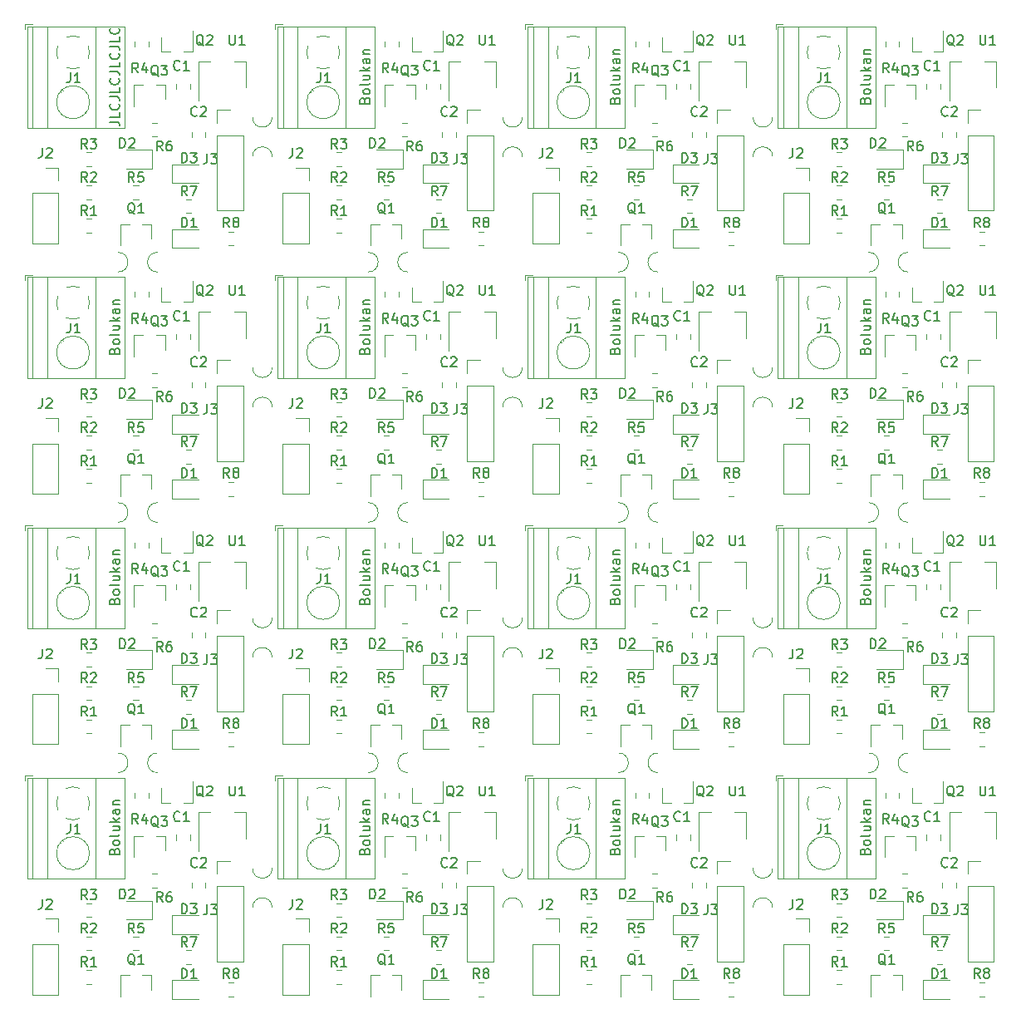
<source format=gbr>
G04 #@! TF.GenerationSoftware,KiCad,Pcbnew,(5.1.5)-3*
G04 #@! TF.CreationDate,2020-03-02T00:01:04+01:00*
G04 #@! TF.ProjectId,Powersavers,506f7765-7273-4617-9665-72732e6b6963,rev?*
G04 #@! TF.SameCoordinates,Original*
G04 #@! TF.FileFunction,Legend,Top*
G04 #@! TF.FilePolarity,Positive*
%FSLAX46Y46*%
G04 Gerber Fmt 4.6, Leading zero omitted, Abs format (unit mm)*
G04 Created by KiCad (PCBNEW (5.1.5)-3) date 2020-03-02 00:01:04*
%MOMM*%
%LPD*%
G04 APERTURE LIST*
%ADD10C,0.150000*%
%ADD11C,0.100000*%
%ADD12C,0.120000*%
G04 APERTURE END LIST*
D10*
X115928571Y-114504761D02*
X115976190Y-114361904D01*
X116023809Y-114314285D01*
X116119047Y-114266666D01*
X116261904Y-114266666D01*
X116357142Y-114314285D01*
X116404761Y-114361904D01*
X116452380Y-114457142D01*
X116452380Y-114838095D01*
X115452380Y-114838095D01*
X115452380Y-114504761D01*
X115500000Y-114409523D01*
X115547619Y-114361904D01*
X115642857Y-114314285D01*
X115738095Y-114314285D01*
X115833333Y-114361904D01*
X115880952Y-114409523D01*
X115928571Y-114504761D01*
X115928571Y-114838095D01*
X116452380Y-113695238D02*
X116404761Y-113790476D01*
X116357142Y-113838095D01*
X116261904Y-113885714D01*
X115976190Y-113885714D01*
X115880952Y-113838095D01*
X115833333Y-113790476D01*
X115785714Y-113695238D01*
X115785714Y-113552380D01*
X115833333Y-113457142D01*
X115880952Y-113409523D01*
X115976190Y-113361904D01*
X116261904Y-113361904D01*
X116357142Y-113409523D01*
X116404761Y-113457142D01*
X116452380Y-113552380D01*
X116452380Y-113695238D01*
X116452380Y-112790476D02*
X116404761Y-112885714D01*
X116309523Y-112933333D01*
X115452380Y-112933333D01*
X115785714Y-111980952D02*
X116452380Y-111980952D01*
X115785714Y-112409523D02*
X116309523Y-112409523D01*
X116404761Y-112361904D01*
X116452380Y-112266666D01*
X116452380Y-112123809D01*
X116404761Y-112028571D01*
X116357142Y-111980952D01*
X116452380Y-111504761D02*
X115452380Y-111504761D01*
X116071428Y-111409523D02*
X116452380Y-111123809D01*
X115785714Y-111123809D02*
X116166666Y-111504761D01*
X116452380Y-110266666D02*
X115928571Y-110266666D01*
X115833333Y-110314285D01*
X115785714Y-110409523D01*
X115785714Y-110600000D01*
X115833333Y-110695238D01*
X116404761Y-110266666D02*
X116452380Y-110361904D01*
X116452380Y-110600000D01*
X116404761Y-110695238D01*
X116309523Y-110742857D01*
X116214285Y-110742857D01*
X116119047Y-110695238D01*
X116071428Y-110600000D01*
X116071428Y-110361904D01*
X116023809Y-110266666D01*
X115785714Y-109790476D02*
X116452380Y-109790476D01*
X115880952Y-109790476D02*
X115833333Y-109742857D01*
X115785714Y-109647619D01*
X115785714Y-109504761D01*
X115833333Y-109409523D01*
X115928571Y-109361904D01*
X116452380Y-109361904D01*
X90428571Y-114504761D02*
X90476190Y-114361904D01*
X90523809Y-114314285D01*
X90619047Y-114266666D01*
X90761904Y-114266666D01*
X90857142Y-114314285D01*
X90904761Y-114361904D01*
X90952380Y-114457142D01*
X90952380Y-114838095D01*
X89952380Y-114838095D01*
X89952380Y-114504761D01*
X90000000Y-114409523D01*
X90047619Y-114361904D01*
X90142857Y-114314285D01*
X90238095Y-114314285D01*
X90333333Y-114361904D01*
X90380952Y-114409523D01*
X90428571Y-114504761D01*
X90428571Y-114838095D01*
X90952380Y-113695238D02*
X90904761Y-113790476D01*
X90857142Y-113838095D01*
X90761904Y-113885714D01*
X90476190Y-113885714D01*
X90380952Y-113838095D01*
X90333333Y-113790476D01*
X90285714Y-113695238D01*
X90285714Y-113552380D01*
X90333333Y-113457142D01*
X90380952Y-113409523D01*
X90476190Y-113361904D01*
X90761904Y-113361904D01*
X90857142Y-113409523D01*
X90904761Y-113457142D01*
X90952380Y-113552380D01*
X90952380Y-113695238D01*
X90952380Y-112790476D02*
X90904761Y-112885714D01*
X90809523Y-112933333D01*
X89952380Y-112933333D01*
X90285714Y-111980952D02*
X90952380Y-111980952D01*
X90285714Y-112409523D02*
X90809523Y-112409523D01*
X90904761Y-112361904D01*
X90952380Y-112266666D01*
X90952380Y-112123809D01*
X90904761Y-112028571D01*
X90857142Y-111980952D01*
X90952380Y-111504761D02*
X89952380Y-111504761D01*
X90571428Y-111409523D02*
X90952380Y-111123809D01*
X90285714Y-111123809D02*
X90666666Y-111504761D01*
X90952380Y-110266666D02*
X90428571Y-110266666D01*
X90333333Y-110314285D01*
X90285714Y-110409523D01*
X90285714Y-110600000D01*
X90333333Y-110695238D01*
X90904761Y-110266666D02*
X90952380Y-110361904D01*
X90952380Y-110600000D01*
X90904761Y-110695238D01*
X90809523Y-110742857D01*
X90714285Y-110742857D01*
X90619047Y-110695238D01*
X90571428Y-110600000D01*
X90571428Y-110361904D01*
X90523809Y-110266666D01*
X90285714Y-109790476D02*
X90952380Y-109790476D01*
X90380952Y-109790476D02*
X90333333Y-109742857D01*
X90285714Y-109647619D01*
X90285714Y-109504761D01*
X90333333Y-109409523D01*
X90428571Y-109361904D01*
X90952380Y-109361904D01*
X64928571Y-114504761D02*
X64976190Y-114361904D01*
X65023809Y-114314285D01*
X65119047Y-114266666D01*
X65261904Y-114266666D01*
X65357142Y-114314285D01*
X65404761Y-114361904D01*
X65452380Y-114457142D01*
X65452380Y-114838095D01*
X64452380Y-114838095D01*
X64452380Y-114504761D01*
X64500000Y-114409523D01*
X64547619Y-114361904D01*
X64642857Y-114314285D01*
X64738095Y-114314285D01*
X64833333Y-114361904D01*
X64880952Y-114409523D01*
X64928571Y-114504761D01*
X64928571Y-114838095D01*
X65452380Y-113695238D02*
X65404761Y-113790476D01*
X65357142Y-113838095D01*
X65261904Y-113885714D01*
X64976190Y-113885714D01*
X64880952Y-113838095D01*
X64833333Y-113790476D01*
X64785714Y-113695238D01*
X64785714Y-113552380D01*
X64833333Y-113457142D01*
X64880952Y-113409523D01*
X64976190Y-113361904D01*
X65261904Y-113361904D01*
X65357142Y-113409523D01*
X65404761Y-113457142D01*
X65452380Y-113552380D01*
X65452380Y-113695238D01*
X65452380Y-112790476D02*
X65404761Y-112885714D01*
X65309523Y-112933333D01*
X64452380Y-112933333D01*
X64785714Y-111980952D02*
X65452380Y-111980952D01*
X64785714Y-112409523D02*
X65309523Y-112409523D01*
X65404761Y-112361904D01*
X65452380Y-112266666D01*
X65452380Y-112123809D01*
X65404761Y-112028571D01*
X65357142Y-111980952D01*
X65452380Y-111504761D02*
X64452380Y-111504761D01*
X65071428Y-111409523D02*
X65452380Y-111123809D01*
X64785714Y-111123809D02*
X65166666Y-111504761D01*
X65452380Y-110266666D02*
X64928571Y-110266666D01*
X64833333Y-110314285D01*
X64785714Y-110409523D01*
X64785714Y-110600000D01*
X64833333Y-110695238D01*
X65404761Y-110266666D02*
X65452380Y-110361904D01*
X65452380Y-110600000D01*
X65404761Y-110695238D01*
X65309523Y-110742857D01*
X65214285Y-110742857D01*
X65119047Y-110695238D01*
X65071428Y-110600000D01*
X65071428Y-110361904D01*
X65023809Y-110266666D01*
X64785714Y-109790476D02*
X65452380Y-109790476D01*
X64880952Y-109790476D02*
X64833333Y-109742857D01*
X64785714Y-109647619D01*
X64785714Y-109504761D01*
X64833333Y-109409523D01*
X64928571Y-109361904D01*
X65452380Y-109361904D01*
X39428571Y-114504761D02*
X39476190Y-114361904D01*
X39523809Y-114314285D01*
X39619047Y-114266666D01*
X39761904Y-114266666D01*
X39857142Y-114314285D01*
X39904761Y-114361904D01*
X39952380Y-114457142D01*
X39952380Y-114838095D01*
X38952380Y-114838095D01*
X38952380Y-114504761D01*
X39000000Y-114409523D01*
X39047619Y-114361904D01*
X39142857Y-114314285D01*
X39238095Y-114314285D01*
X39333333Y-114361904D01*
X39380952Y-114409523D01*
X39428571Y-114504761D01*
X39428571Y-114838095D01*
X39952380Y-113695238D02*
X39904761Y-113790476D01*
X39857142Y-113838095D01*
X39761904Y-113885714D01*
X39476190Y-113885714D01*
X39380952Y-113838095D01*
X39333333Y-113790476D01*
X39285714Y-113695238D01*
X39285714Y-113552380D01*
X39333333Y-113457142D01*
X39380952Y-113409523D01*
X39476190Y-113361904D01*
X39761904Y-113361904D01*
X39857142Y-113409523D01*
X39904761Y-113457142D01*
X39952380Y-113552380D01*
X39952380Y-113695238D01*
X39952380Y-112790476D02*
X39904761Y-112885714D01*
X39809523Y-112933333D01*
X38952380Y-112933333D01*
X39285714Y-111980952D02*
X39952380Y-111980952D01*
X39285714Y-112409523D02*
X39809523Y-112409523D01*
X39904761Y-112361904D01*
X39952380Y-112266666D01*
X39952380Y-112123809D01*
X39904761Y-112028571D01*
X39857142Y-111980952D01*
X39952380Y-111504761D02*
X38952380Y-111504761D01*
X39571428Y-111409523D02*
X39952380Y-111123809D01*
X39285714Y-111123809D02*
X39666666Y-111504761D01*
X39952380Y-110266666D02*
X39428571Y-110266666D01*
X39333333Y-110314285D01*
X39285714Y-110409523D01*
X39285714Y-110600000D01*
X39333333Y-110695238D01*
X39904761Y-110266666D02*
X39952380Y-110361904D01*
X39952380Y-110600000D01*
X39904761Y-110695238D01*
X39809523Y-110742857D01*
X39714285Y-110742857D01*
X39619047Y-110695238D01*
X39571428Y-110600000D01*
X39571428Y-110361904D01*
X39523809Y-110266666D01*
X39285714Y-109790476D02*
X39952380Y-109790476D01*
X39380952Y-109790476D02*
X39333333Y-109742857D01*
X39285714Y-109647619D01*
X39285714Y-109504761D01*
X39333333Y-109409523D01*
X39428571Y-109361904D01*
X39952380Y-109361904D01*
X115928571Y-89004761D02*
X115976190Y-88861904D01*
X116023809Y-88814285D01*
X116119047Y-88766666D01*
X116261904Y-88766666D01*
X116357142Y-88814285D01*
X116404761Y-88861904D01*
X116452380Y-88957142D01*
X116452380Y-89338095D01*
X115452380Y-89338095D01*
X115452380Y-89004761D01*
X115500000Y-88909523D01*
X115547619Y-88861904D01*
X115642857Y-88814285D01*
X115738095Y-88814285D01*
X115833333Y-88861904D01*
X115880952Y-88909523D01*
X115928571Y-89004761D01*
X115928571Y-89338095D01*
X116452380Y-88195238D02*
X116404761Y-88290476D01*
X116357142Y-88338095D01*
X116261904Y-88385714D01*
X115976190Y-88385714D01*
X115880952Y-88338095D01*
X115833333Y-88290476D01*
X115785714Y-88195238D01*
X115785714Y-88052380D01*
X115833333Y-87957142D01*
X115880952Y-87909523D01*
X115976190Y-87861904D01*
X116261904Y-87861904D01*
X116357142Y-87909523D01*
X116404761Y-87957142D01*
X116452380Y-88052380D01*
X116452380Y-88195238D01*
X116452380Y-87290476D02*
X116404761Y-87385714D01*
X116309523Y-87433333D01*
X115452380Y-87433333D01*
X115785714Y-86480952D02*
X116452380Y-86480952D01*
X115785714Y-86909523D02*
X116309523Y-86909523D01*
X116404761Y-86861904D01*
X116452380Y-86766666D01*
X116452380Y-86623809D01*
X116404761Y-86528571D01*
X116357142Y-86480952D01*
X116452380Y-86004761D02*
X115452380Y-86004761D01*
X116071428Y-85909523D02*
X116452380Y-85623809D01*
X115785714Y-85623809D02*
X116166666Y-86004761D01*
X116452380Y-84766666D02*
X115928571Y-84766666D01*
X115833333Y-84814285D01*
X115785714Y-84909523D01*
X115785714Y-85100000D01*
X115833333Y-85195238D01*
X116404761Y-84766666D02*
X116452380Y-84861904D01*
X116452380Y-85100000D01*
X116404761Y-85195238D01*
X116309523Y-85242857D01*
X116214285Y-85242857D01*
X116119047Y-85195238D01*
X116071428Y-85100000D01*
X116071428Y-84861904D01*
X116023809Y-84766666D01*
X115785714Y-84290476D02*
X116452380Y-84290476D01*
X115880952Y-84290476D02*
X115833333Y-84242857D01*
X115785714Y-84147619D01*
X115785714Y-84004761D01*
X115833333Y-83909523D01*
X115928571Y-83861904D01*
X116452380Y-83861904D01*
X90428571Y-89004761D02*
X90476190Y-88861904D01*
X90523809Y-88814285D01*
X90619047Y-88766666D01*
X90761904Y-88766666D01*
X90857142Y-88814285D01*
X90904761Y-88861904D01*
X90952380Y-88957142D01*
X90952380Y-89338095D01*
X89952380Y-89338095D01*
X89952380Y-89004761D01*
X90000000Y-88909523D01*
X90047619Y-88861904D01*
X90142857Y-88814285D01*
X90238095Y-88814285D01*
X90333333Y-88861904D01*
X90380952Y-88909523D01*
X90428571Y-89004761D01*
X90428571Y-89338095D01*
X90952380Y-88195238D02*
X90904761Y-88290476D01*
X90857142Y-88338095D01*
X90761904Y-88385714D01*
X90476190Y-88385714D01*
X90380952Y-88338095D01*
X90333333Y-88290476D01*
X90285714Y-88195238D01*
X90285714Y-88052380D01*
X90333333Y-87957142D01*
X90380952Y-87909523D01*
X90476190Y-87861904D01*
X90761904Y-87861904D01*
X90857142Y-87909523D01*
X90904761Y-87957142D01*
X90952380Y-88052380D01*
X90952380Y-88195238D01*
X90952380Y-87290476D02*
X90904761Y-87385714D01*
X90809523Y-87433333D01*
X89952380Y-87433333D01*
X90285714Y-86480952D02*
X90952380Y-86480952D01*
X90285714Y-86909523D02*
X90809523Y-86909523D01*
X90904761Y-86861904D01*
X90952380Y-86766666D01*
X90952380Y-86623809D01*
X90904761Y-86528571D01*
X90857142Y-86480952D01*
X90952380Y-86004761D02*
X89952380Y-86004761D01*
X90571428Y-85909523D02*
X90952380Y-85623809D01*
X90285714Y-85623809D02*
X90666666Y-86004761D01*
X90952380Y-84766666D02*
X90428571Y-84766666D01*
X90333333Y-84814285D01*
X90285714Y-84909523D01*
X90285714Y-85100000D01*
X90333333Y-85195238D01*
X90904761Y-84766666D02*
X90952380Y-84861904D01*
X90952380Y-85100000D01*
X90904761Y-85195238D01*
X90809523Y-85242857D01*
X90714285Y-85242857D01*
X90619047Y-85195238D01*
X90571428Y-85100000D01*
X90571428Y-84861904D01*
X90523809Y-84766666D01*
X90285714Y-84290476D02*
X90952380Y-84290476D01*
X90380952Y-84290476D02*
X90333333Y-84242857D01*
X90285714Y-84147619D01*
X90285714Y-84004761D01*
X90333333Y-83909523D01*
X90428571Y-83861904D01*
X90952380Y-83861904D01*
X64928571Y-89004761D02*
X64976190Y-88861904D01*
X65023809Y-88814285D01*
X65119047Y-88766666D01*
X65261904Y-88766666D01*
X65357142Y-88814285D01*
X65404761Y-88861904D01*
X65452380Y-88957142D01*
X65452380Y-89338095D01*
X64452380Y-89338095D01*
X64452380Y-89004761D01*
X64500000Y-88909523D01*
X64547619Y-88861904D01*
X64642857Y-88814285D01*
X64738095Y-88814285D01*
X64833333Y-88861904D01*
X64880952Y-88909523D01*
X64928571Y-89004761D01*
X64928571Y-89338095D01*
X65452380Y-88195238D02*
X65404761Y-88290476D01*
X65357142Y-88338095D01*
X65261904Y-88385714D01*
X64976190Y-88385714D01*
X64880952Y-88338095D01*
X64833333Y-88290476D01*
X64785714Y-88195238D01*
X64785714Y-88052380D01*
X64833333Y-87957142D01*
X64880952Y-87909523D01*
X64976190Y-87861904D01*
X65261904Y-87861904D01*
X65357142Y-87909523D01*
X65404761Y-87957142D01*
X65452380Y-88052380D01*
X65452380Y-88195238D01*
X65452380Y-87290476D02*
X65404761Y-87385714D01*
X65309523Y-87433333D01*
X64452380Y-87433333D01*
X64785714Y-86480952D02*
X65452380Y-86480952D01*
X64785714Y-86909523D02*
X65309523Y-86909523D01*
X65404761Y-86861904D01*
X65452380Y-86766666D01*
X65452380Y-86623809D01*
X65404761Y-86528571D01*
X65357142Y-86480952D01*
X65452380Y-86004761D02*
X64452380Y-86004761D01*
X65071428Y-85909523D02*
X65452380Y-85623809D01*
X64785714Y-85623809D02*
X65166666Y-86004761D01*
X65452380Y-84766666D02*
X64928571Y-84766666D01*
X64833333Y-84814285D01*
X64785714Y-84909523D01*
X64785714Y-85100000D01*
X64833333Y-85195238D01*
X65404761Y-84766666D02*
X65452380Y-84861904D01*
X65452380Y-85100000D01*
X65404761Y-85195238D01*
X65309523Y-85242857D01*
X65214285Y-85242857D01*
X65119047Y-85195238D01*
X65071428Y-85100000D01*
X65071428Y-84861904D01*
X65023809Y-84766666D01*
X64785714Y-84290476D02*
X65452380Y-84290476D01*
X64880952Y-84290476D02*
X64833333Y-84242857D01*
X64785714Y-84147619D01*
X64785714Y-84004761D01*
X64833333Y-83909523D01*
X64928571Y-83861904D01*
X65452380Y-83861904D01*
X39428571Y-89004761D02*
X39476190Y-88861904D01*
X39523809Y-88814285D01*
X39619047Y-88766666D01*
X39761904Y-88766666D01*
X39857142Y-88814285D01*
X39904761Y-88861904D01*
X39952380Y-88957142D01*
X39952380Y-89338095D01*
X38952380Y-89338095D01*
X38952380Y-89004761D01*
X39000000Y-88909523D01*
X39047619Y-88861904D01*
X39142857Y-88814285D01*
X39238095Y-88814285D01*
X39333333Y-88861904D01*
X39380952Y-88909523D01*
X39428571Y-89004761D01*
X39428571Y-89338095D01*
X39952380Y-88195238D02*
X39904761Y-88290476D01*
X39857142Y-88338095D01*
X39761904Y-88385714D01*
X39476190Y-88385714D01*
X39380952Y-88338095D01*
X39333333Y-88290476D01*
X39285714Y-88195238D01*
X39285714Y-88052380D01*
X39333333Y-87957142D01*
X39380952Y-87909523D01*
X39476190Y-87861904D01*
X39761904Y-87861904D01*
X39857142Y-87909523D01*
X39904761Y-87957142D01*
X39952380Y-88052380D01*
X39952380Y-88195238D01*
X39952380Y-87290476D02*
X39904761Y-87385714D01*
X39809523Y-87433333D01*
X38952380Y-87433333D01*
X39285714Y-86480952D02*
X39952380Y-86480952D01*
X39285714Y-86909523D02*
X39809523Y-86909523D01*
X39904761Y-86861904D01*
X39952380Y-86766666D01*
X39952380Y-86623809D01*
X39904761Y-86528571D01*
X39857142Y-86480952D01*
X39952380Y-86004761D02*
X38952380Y-86004761D01*
X39571428Y-85909523D02*
X39952380Y-85623809D01*
X39285714Y-85623809D02*
X39666666Y-86004761D01*
X39952380Y-84766666D02*
X39428571Y-84766666D01*
X39333333Y-84814285D01*
X39285714Y-84909523D01*
X39285714Y-85100000D01*
X39333333Y-85195238D01*
X39904761Y-84766666D02*
X39952380Y-84861904D01*
X39952380Y-85100000D01*
X39904761Y-85195238D01*
X39809523Y-85242857D01*
X39714285Y-85242857D01*
X39619047Y-85195238D01*
X39571428Y-85100000D01*
X39571428Y-84861904D01*
X39523809Y-84766666D01*
X39285714Y-84290476D02*
X39952380Y-84290476D01*
X39380952Y-84290476D02*
X39333333Y-84242857D01*
X39285714Y-84147619D01*
X39285714Y-84004761D01*
X39333333Y-83909523D01*
X39428571Y-83861904D01*
X39952380Y-83861904D01*
X115928571Y-63504761D02*
X115976190Y-63361904D01*
X116023809Y-63314285D01*
X116119047Y-63266666D01*
X116261904Y-63266666D01*
X116357142Y-63314285D01*
X116404761Y-63361904D01*
X116452380Y-63457142D01*
X116452380Y-63838095D01*
X115452380Y-63838095D01*
X115452380Y-63504761D01*
X115500000Y-63409523D01*
X115547619Y-63361904D01*
X115642857Y-63314285D01*
X115738095Y-63314285D01*
X115833333Y-63361904D01*
X115880952Y-63409523D01*
X115928571Y-63504761D01*
X115928571Y-63838095D01*
X116452380Y-62695238D02*
X116404761Y-62790476D01*
X116357142Y-62838095D01*
X116261904Y-62885714D01*
X115976190Y-62885714D01*
X115880952Y-62838095D01*
X115833333Y-62790476D01*
X115785714Y-62695238D01*
X115785714Y-62552380D01*
X115833333Y-62457142D01*
X115880952Y-62409523D01*
X115976190Y-62361904D01*
X116261904Y-62361904D01*
X116357142Y-62409523D01*
X116404761Y-62457142D01*
X116452380Y-62552380D01*
X116452380Y-62695238D01*
X116452380Y-61790476D02*
X116404761Y-61885714D01*
X116309523Y-61933333D01*
X115452380Y-61933333D01*
X115785714Y-60980952D02*
X116452380Y-60980952D01*
X115785714Y-61409523D02*
X116309523Y-61409523D01*
X116404761Y-61361904D01*
X116452380Y-61266666D01*
X116452380Y-61123809D01*
X116404761Y-61028571D01*
X116357142Y-60980952D01*
X116452380Y-60504761D02*
X115452380Y-60504761D01*
X116071428Y-60409523D02*
X116452380Y-60123809D01*
X115785714Y-60123809D02*
X116166666Y-60504761D01*
X116452380Y-59266666D02*
X115928571Y-59266666D01*
X115833333Y-59314285D01*
X115785714Y-59409523D01*
X115785714Y-59600000D01*
X115833333Y-59695238D01*
X116404761Y-59266666D02*
X116452380Y-59361904D01*
X116452380Y-59600000D01*
X116404761Y-59695238D01*
X116309523Y-59742857D01*
X116214285Y-59742857D01*
X116119047Y-59695238D01*
X116071428Y-59600000D01*
X116071428Y-59361904D01*
X116023809Y-59266666D01*
X115785714Y-58790476D02*
X116452380Y-58790476D01*
X115880952Y-58790476D02*
X115833333Y-58742857D01*
X115785714Y-58647619D01*
X115785714Y-58504761D01*
X115833333Y-58409523D01*
X115928571Y-58361904D01*
X116452380Y-58361904D01*
X90428571Y-63504761D02*
X90476190Y-63361904D01*
X90523809Y-63314285D01*
X90619047Y-63266666D01*
X90761904Y-63266666D01*
X90857142Y-63314285D01*
X90904761Y-63361904D01*
X90952380Y-63457142D01*
X90952380Y-63838095D01*
X89952380Y-63838095D01*
X89952380Y-63504761D01*
X90000000Y-63409523D01*
X90047619Y-63361904D01*
X90142857Y-63314285D01*
X90238095Y-63314285D01*
X90333333Y-63361904D01*
X90380952Y-63409523D01*
X90428571Y-63504761D01*
X90428571Y-63838095D01*
X90952380Y-62695238D02*
X90904761Y-62790476D01*
X90857142Y-62838095D01*
X90761904Y-62885714D01*
X90476190Y-62885714D01*
X90380952Y-62838095D01*
X90333333Y-62790476D01*
X90285714Y-62695238D01*
X90285714Y-62552380D01*
X90333333Y-62457142D01*
X90380952Y-62409523D01*
X90476190Y-62361904D01*
X90761904Y-62361904D01*
X90857142Y-62409523D01*
X90904761Y-62457142D01*
X90952380Y-62552380D01*
X90952380Y-62695238D01*
X90952380Y-61790476D02*
X90904761Y-61885714D01*
X90809523Y-61933333D01*
X89952380Y-61933333D01*
X90285714Y-60980952D02*
X90952380Y-60980952D01*
X90285714Y-61409523D02*
X90809523Y-61409523D01*
X90904761Y-61361904D01*
X90952380Y-61266666D01*
X90952380Y-61123809D01*
X90904761Y-61028571D01*
X90857142Y-60980952D01*
X90952380Y-60504761D02*
X89952380Y-60504761D01*
X90571428Y-60409523D02*
X90952380Y-60123809D01*
X90285714Y-60123809D02*
X90666666Y-60504761D01*
X90952380Y-59266666D02*
X90428571Y-59266666D01*
X90333333Y-59314285D01*
X90285714Y-59409523D01*
X90285714Y-59600000D01*
X90333333Y-59695238D01*
X90904761Y-59266666D02*
X90952380Y-59361904D01*
X90952380Y-59600000D01*
X90904761Y-59695238D01*
X90809523Y-59742857D01*
X90714285Y-59742857D01*
X90619047Y-59695238D01*
X90571428Y-59600000D01*
X90571428Y-59361904D01*
X90523809Y-59266666D01*
X90285714Y-58790476D02*
X90952380Y-58790476D01*
X90380952Y-58790476D02*
X90333333Y-58742857D01*
X90285714Y-58647619D01*
X90285714Y-58504761D01*
X90333333Y-58409523D01*
X90428571Y-58361904D01*
X90952380Y-58361904D01*
X64928571Y-63504761D02*
X64976190Y-63361904D01*
X65023809Y-63314285D01*
X65119047Y-63266666D01*
X65261904Y-63266666D01*
X65357142Y-63314285D01*
X65404761Y-63361904D01*
X65452380Y-63457142D01*
X65452380Y-63838095D01*
X64452380Y-63838095D01*
X64452380Y-63504761D01*
X64500000Y-63409523D01*
X64547619Y-63361904D01*
X64642857Y-63314285D01*
X64738095Y-63314285D01*
X64833333Y-63361904D01*
X64880952Y-63409523D01*
X64928571Y-63504761D01*
X64928571Y-63838095D01*
X65452380Y-62695238D02*
X65404761Y-62790476D01*
X65357142Y-62838095D01*
X65261904Y-62885714D01*
X64976190Y-62885714D01*
X64880952Y-62838095D01*
X64833333Y-62790476D01*
X64785714Y-62695238D01*
X64785714Y-62552380D01*
X64833333Y-62457142D01*
X64880952Y-62409523D01*
X64976190Y-62361904D01*
X65261904Y-62361904D01*
X65357142Y-62409523D01*
X65404761Y-62457142D01*
X65452380Y-62552380D01*
X65452380Y-62695238D01*
X65452380Y-61790476D02*
X65404761Y-61885714D01*
X65309523Y-61933333D01*
X64452380Y-61933333D01*
X64785714Y-60980952D02*
X65452380Y-60980952D01*
X64785714Y-61409523D02*
X65309523Y-61409523D01*
X65404761Y-61361904D01*
X65452380Y-61266666D01*
X65452380Y-61123809D01*
X65404761Y-61028571D01*
X65357142Y-60980952D01*
X65452380Y-60504761D02*
X64452380Y-60504761D01*
X65071428Y-60409523D02*
X65452380Y-60123809D01*
X64785714Y-60123809D02*
X65166666Y-60504761D01*
X65452380Y-59266666D02*
X64928571Y-59266666D01*
X64833333Y-59314285D01*
X64785714Y-59409523D01*
X64785714Y-59600000D01*
X64833333Y-59695238D01*
X65404761Y-59266666D02*
X65452380Y-59361904D01*
X65452380Y-59600000D01*
X65404761Y-59695238D01*
X65309523Y-59742857D01*
X65214285Y-59742857D01*
X65119047Y-59695238D01*
X65071428Y-59600000D01*
X65071428Y-59361904D01*
X65023809Y-59266666D01*
X64785714Y-58790476D02*
X65452380Y-58790476D01*
X64880952Y-58790476D02*
X64833333Y-58742857D01*
X64785714Y-58647619D01*
X64785714Y-58504761D01*
X64833333Y-58409523D01*
X64928571Y-58361904D01*
X65452380Y-58361904D01*
X39428571Y-63504761D02*
X39476190Y-63361904D01*
X39523809Y-63314285D01*
X39619047Y-63266666D01*
X39761904Y-63266666D01*
X39857142Y-63314285D01*
X39904761Y-63361904D01*
X39952380Y-63457142D01*
X39952380Y-63838095D01*
X38952380Y-63838095D01*
X38952380Y-63504761D01*
X39000000Y-63409523D01*
X39047619Y-63361904D01*
X39142857Y-63314285D01*
X39238095Y-63314285D01*
X39333333Y-63361904D01*
X39380952Y-63409523D01*
X39428571Y-63504761D01*
X39428571Y-63838095D01*
X39952380Y-62695238D02*
X39904761Y-62790476D01*
X39857142Y-62838095D01*
X39761904Y-62885714D01*
X39476190Y-62885714D01*
X39380952Y-62838095D01*
X39333333Y-62790476D01*
X39285714Y-62695238D01*
X39285714Y-62552380D01*
X39333333Y-62457142D01*
X39380952Y-62409523D01*
X39476190Y-62361904D01*
X39761904Y-62361904D01*
X39857142Y-62409523D01*
X39904761Y-62457142D01*
X39952380Y-62552380D01*
X39952380Y-62695238D01*
X39952380Y-61790476D02*
X39904761Y-61885714D01*
X39809523Y-61933333D01*
X38952380Y-61933333D01*
X39285714Y-60980952D02*
X39952380Y-60980952D01*
X39285714Y-61409523D02*
X39809523Y-61409523D01*
X39904761Y-61361904D01*
X39952380Y-61266666D01*
X39952380Y-61123809D01*
X39904761Y-61028571D01*
X39857142Y-60980952D01*
X39952380Y-60504761D02*
X38952380Y-60504761D01*
X39571428Y-60409523D02*
X39952380Y-60123809D01*
X39285714Y-60123809D02*
X39666666Y-60504761D01*
X39952380Y-59266666D02*
X39428571Y-59266666D01*
X39333333Y-59314285D01*
X39285714Y-59409523D01*
X39285714Y-59600000D01*
X39333333Y-59695238D01*
X39904761Y-59266666D02*
X39952380Y-59361904D01*
X39952380Y-59600000D01*
X39904761Y-59695238D01*
X39809523Y-59742857D01*
X39714285Y-59742857D01*
X39619047Y-59695238D01*
X39571428Y-59600000D01*
X39571428Y-59361904D01*
X39523809Y-59266666D01*
X39285714Y-58790476D02*
X39952380Y-58790476D01*
X39380952Y-58790476D02*
X39333333Y-58742857D01*
X39285714Y-58647619D01*
X39285714Y-58504761D01*
X39333333Y-58409523D01*
X39428571Y-58361904D01*
X39952380Y-58361904D01*
X115928571Y-38004761D02*
X115976190Y-37861904D01*
X116023809Y-37814285D01*
X116119047Y-37766666D01*
X116261904Y-37766666D01*
X116357142Y-37814285D01*
X116404761Y-37861904D01*
X116452380Y-37957142D01*
X116452380Y-38338095D01*
X115452380Y-38338095D01*
X115452380Y-38004761D01*
X115500000Y-37909523D01*
X115547619Y-37861904D01*
X115642857Y-37814285D01*
X115738095Y-37814285D01*
X115833333Y-37861904D01*
X115880952Y-37909523D01*
X115928571Y-38004761D01*
X115928571Y-38338095D01*
X116452380Y-37195238D02*
X116404761Y-37290476D01*
X116357142Y-37338095D01*
X116261904Y-37385714D01*
X115976190Y-37385714D01*
X115880952Y-37338095D01*
X115833333Y-37290476D01*
X115785714Y-37195238D01*
X115785714Y-37052380D01*
X115833333Y-36957142D01*
X115880952Y-36909523D01*
X115976190Y-36861904D01*
X116261904Y-36861904D01*
X116357142Y-36909523D01*
X116404761Y-36957142D01*
X116452380Y-37052380D01*
X116452380Y-37195238D01*
X116452380Y-36290476D02*
X116404761Y-36385714D01*
X116309523Y-36433333D01*
X115452380Y-36433333D01*
X115785714Y-35480952D02*
X116452380Y-35480952D01*
X115785714Y-35909523D02*
X116309523Y-35909523D01*
X116404761Y-35861904D01*
X116452380Y-35766666D01*
X116452380Y-35623809D01*
X116404761Y-35528571D01*
X116357142Y-35480952D01*
X116452380Y-35004761D02*
X115452380Y-35004761D01*
X116071428Y-34909523D02*
X116452380Y-34623809D01*
X115785714Y-34623809D02*
X116166666Y-35004761D01*
X116452380Y-33766666D02*
X115928571Y-33766666D01*
X115833333Y-33814285D01*
X115785714Y-33909523D01*
X115785714Y-34100000D01*
X115833333Y-34195238D01*
X116404761Y-33766666D02*
X116452380Y-33861904D01*
X116452380Y-34100000D01*
X116404761Y-34195238D01*
X116309523Y-34242857D01*
X116214285Y-34242857D01*
X116119047Y-34195238D01*
X116071428Y-34100000D01*
X116071428Y-33861904D01*
X116023809Y-33766666D01*
X115785714Y-33290476D02*
X116452380Y-33290476D01*
X115880952Y-33290476D02*
X115833333Y-33242857D01*
X115785714Y-33147619D01*
X115785714Y-33004761D01*
X115833333Y-32909523D01*
X115928571Y-32861904D01*
X116452380Y-32861904D01*
X90428571Y-38004761D02*
X90476190Y-37861904D01*
X90523809Y-37814285D01*
X90619047Y-37766666D01*
X90761904Y-37766666D01*
X90857142Y-37814285D01*
X90904761Y-37861904D01*
X90952380Y-37957142D01*
X90952380Y-38338095D01*
X89952380Y-38338095D01*
X89952380Y-38004761D01*
X90000000Y-37909523D01*
X90047619Y-37861904D01*
X90142857Y-37814285D01*
X90238095Y-37814285D01*
X90333333Y-37861904D01*
X90380952Y-37909523D01*
X90428571Y-38004761D01*
X90428571Y-38338095D01*
X90952380Y-37195238D02*
X90904761Y-37290476D01*
X90857142Y-37338095D01*
X90761904Y-37385714D01*
X90476190Y-37385714D01*
X90380952Y-37338095D01*
X90333333Y-37290476D01*
X90285714Y-37195238D01*
X90285714Y-37052380D01*
X90333333Y-36957142D01*
X90380952Y-36909523D01*
X90476190Y-36861904D01*
X90761904Y-36861904D01*
X90857142Y-36909523D01*
X90904761Y-36957142D01*
X90952380Y-37052380D01*
X90952380Y-37195238D01*
X90952380Y-36290476D02*
X90904761Y-36385714D01*
X90809523Y-36433333D01*
X89952380Y-36433333D01*
X90285714Y-35480952D02*
X90952380Y-35480952D01*
X90285714Y-35909523D02*
X90809523Y-35909523D01*
X90904761Y-35861904D01*
X90952380Y-35766666D01*
X90952380Y-35623809D01*
X90904761Y-35528571D01*
X90857142Y-35480952D01*
X90952380Y-35004761D02*
X89952380Y-35004761D01*
X90571428Y-34909523D02*
X90952380Y-34623809D01*
X90285714Y-34623809D02*
X90666666Y-35004761D01*
X90952380Y-33766666D02*
X90428571Y-33766666D01*
X90333333Y-33814285D01*
X90285714Y-33909523D01*
X90285714Y-34100000D01*
X90333333Y-34195238D01*
X90904761Y-33766666D02*
X90952380Y-33861904D01*
X90952380Y-34100000D01*
X90904761Y-34195238D01*
X90809523Y-34242857D01*
X90714285Y-34242857D01*
X90619047Y-34195238D01*
X90571428Y-34100000D01*
X90571428Y-33861904D01*
X90523809Y-33766666D01*
X90285714Y-33290476D02*
X90952380Y-33290476D01*
X90380952Y-33290476D02*
X90333333Y-33242857D01*
X90285714Y-33147619D01*
X90285714Y-33004761D01*
X90333333Y-32909523D01*
X90428571Y-32861904D01*
X90952380Y-32861904D01*
X64928571Y-38004761D02*
X64976190Y-37861904D01*
X65023809Y-37814285D01*
X65119047Y-37766666D01*
X65261904Y-37766666D01*
X65357142Y-37814285D01*
X65404761Y-37861904D01*
X65452380Y-37957142D01*
X65452380Y-38338095D01*
X64452380Y-38338095D01*
X64452380Y-38004761D01*
X64500000Y-37909523D01*
X64547619Y-37861904D01*
X64642857Y-37814285D01*
X64738095Y-37814285D01*
X64833333Y-37861904D01*
X64880952Y-37909523D01*
X64928571Y-38004761D01*
X64928571Y-38338095D01*
X65452380Y-37195238D02*
X65404761Y-37290476D01*
X65357142Y-37338095D01*
X65261904Y-37385714D01*
X64976190Y-37385714D01*
X64880952Y-37338095D01*
X64833333Y-37290476D01*
X64785714Y-37195238D01*
X64785714Y-37052380D01*
X64833333Y-36957142D01*
X64880952Y-36909523D01*
X64976190Y-36861904D01*
X65261904Y-36861904D01*
X65357142Y-36909523D01*
X65404761Y-36957142D01*
X65452380Y-37052380D01*
X65452380Y-37195238D01*
X65452380Y-36290476D02*
X65404761Y-36385714D01*
X65309523Y-36433333D01*
X64452380Y-36433333D01*
X64785714Y-35480952D02*
X65452380Y-35480952D01*
X64785714Y-35909523D02*
X65309523Y-35909523D01*
X65404761Y-35861904D01*
X65452380Y-35766666D01*
X65452380Y-35623809D01*
X65404761Y-35528571D01*
X65357142Y-35480952D01*
X65452380Y-35004761D02*
X64452380Y-35004761D01*
X65071428Y-34909523D02*
X65452380Y-34623809D01*
X64785714Y-34623809D02*
X65166666Y-35004761D01*
X65452380Y-33766666D02*
X64928571Y-33766666D01*
X64833333Y-33814285D01*
X64785714Y-33909523D01*
X64785714Y-34100000D01*
X64833333Y-34195238D01*
X65404761Y-33766666D02*
X65452380Y-33861904D01*
X65452380Y-34100000D01*
X65404761Y-34195238D01*
X65309523Y-34242857D01*
X65214285Y-34242857D01*
X65119047Y-34195238D01*
X65071428Y-34100000D01*
X65071428Y-33861904D01*
X65023809Y-33766666D01*
X64785714Y-33290476D02*
X65452380Y-33290476D01*
X64880952Y-33290476D02*
X64833333Y-33242857D01*
X64785714Y-33147619D01*
X64785714Y-33004761D01*
X64833333Y-32909523D01*
X64928571Y-32861904D01*
X65452380Y-32861904D01*
X38952380Y-40219047D02*
X39666666Y-40219047D01*
X39809523Y-40266666D01*
X39904761Y-40361904D01*
X39952380Y-40504761D01*
X39952380Y-40600000D01*
X39952380Y-39266666D02*
X39952380Y-39742857D01*
X38952380Y-39742857D01*
X39857142Y-38361904D02*
X39904761Y-38409523D01*
X39952380Y-38552380D01*
X39952380Y-38647619D01*
X39904761Y-38790476D01*
X39809523Y-38885714D01*
X39714285Y-38933333D01*
X39523809Y-38980952D01*
X39380952Y-38980952D01*
X39190476Y-38933333D01*
X39095238Y-38885714D01*
X39000000Y-38790476D01*
X38952380Y-38647619D01*
X38952380Y-38552380D01*
X39000000Y-38409523D01*
X39047619Y-38361904D01*
X38952380Y-37647619D02*
X39666666Y-37647619D01*
X39809523Y-37695238D01*
X39904761Y-37790476D01*
X39952380Y-37933333D01*
X39952380Y-38028571D01*
X39952380Y-36695238D02*
X39952380Y-37171428D01*
X38952380Y-37171428D01*
X39857142Y-35790476D02*
X39904761Y-35838095D01*
X39952380Y-35980952D01*
X39952380Y-36076190D01*
X39904761Y-36219047D01*
X39809523Y-36314285D01*
X39714285Y-36361904D01*
X39523809Y-36409523D01*
X39380952Y-36409523D01*
X39190476Y-36361904D01*
X39095238Y-36314285D01*
X39000000Y-36219047D01*
X38952380Y-36076190D01*
X38952380Y-35980952D01*
X39000000Y-35838095D01*
X39047619Y-35790476D01*
X38952380Y-35076190D02*
X39666666Y-35076190D01*
X39809523Y-35123809D01*
X39904761Y-35219047D01*
X39952380Y-35361904D01*
X39952380Y-35457142D01*
X39952380Y-34123809D02*
X39952380Y-34600000D01*
X38952380Y-34600000D01*
X39857142Y-33219047D02*
X39904761Y-33266666D01*
X39952380Y-33409523D01*
X39952380Y-33504761D01*
X39904761Y-33647619D01*
X39809523Y-33742857D01*
X39714285Y-33790476D01*
X39523809Y-33838095D01*
X39380952Y-33838095D01*
X39190476Y-33790476D01*
X39095238Y-33742857D01*
X39000000Y-33647619D01*
X38952380Y-33504761D01*
X38952380Y-33409523D01*
X39000000Y-33266666D01*
X39047619Y-33219047D01*
X38952380Y-32504761D02*
X39666666Y-32504761D01*
X39809523Y-32552380D01*
X39904761Y-32647619D01*
X39952380Y-32790476D01*
X39952380Y-32885714D01*
X39952380Y-31552380D02*
X39952380Y-32028571D01*
X38952380Y-32028571D01*
X39857142Y-30647619D02*
X39904761Y-30695238D01*
X39952380Y-30838095D01*
X39952380Y-30933333D01*
X39904761Y-31076190D01*
X39809523Y-31171428D01*
X39714285Y-31219047D01*
X39523809Y-31266666D01*
X39380952Y-31266666D01*
X39190476Y-31219047D01*
X39095238Y-31171428D01*
X39000000Y-31076190D01*
X38952380Y-30933333D01*
X38952380Y-30838095D01*
X39000000Y-30695238D01*
X39047619Y-30647619D01*
D11*
X120300000Y-104500000D02*
G75*
G03X120300000Y-106500000I0J-1000000D01*
G01*
X116300000Y-106500000D02*
G75*
G03X116300000Y-104500000I0J1000000D01*
G01*
X94800000Y-104500000D02*
G75*
G03X94800000Y-106500000I0J-1000000D01*
G01*
X90800000Y-106500000D02*
G75*
G03X90800000Y-104500000I0J1000000D01*
G01*
X69300000Y-104500000D02*
G75*
G03X69300000Y-106500000I0J-1000000D01*
G01*
X65300000Y-106500000D02*
G75*
G03X65300000Y-104500000I0J1000000D01*
G01*
X43800000Y-104500000D02*
G75*
G03X43800000Y-106500000I0J-1000000D01*
G01*
X39800000Y-106500000D02*
G75*
G03X39800000Y-104500000I0J1000000D01*
G01*
X120300000Y-79000000D02*
G75*
G03X120300000Y-81000000I0J-1000000D01*
G01*
X116300000Y-81000000D02*
G75*
G03X116300000Y-79000000I0J1000000D01*
G01*
X94800000Y-79000000D02*
G75*
G03X94800000Y-81000000I0J-1000000D01*
G01*
X90800000Y-81000000D02*
G75*
G03X90800000Y-79000000I0J1000000D01*
G01*
X69300000Y-79000000D02*
G75*
G03X69300000Y-81000000I0J-1000000D01*
G01*
X65300000Y-81000000D02*
G75*
G03X65300000Y-79000000I0J1000000D01*
G01*
X43800000Y-79000000D02*
G75*
G03X43800000Y-81000000I0J-1000000D01*
G01*
X39800000Y-81000000D02*
G75*
G03X39800000Y-79000000I0J1000000D01*
G01*
X120300000Y-53500000D02*
G75*
G03X120300000Y-55500000I0J-1000000D01*
G01*
X116300000Y-55500000D02*
G75*
G03X116300000Y-53500000I0J1000000D01*
G01*
X94800000Y-53500000D02*
G75*
G03X94800000Y-55500000I0J-1000000D01*
G01*
X90800000Y-55500000D02*
G75*
G03X90800000Y-53500000I0J1000000D01*
G01*
X69300000Y-53500000D02*
G75*
G03X69300000Y-55500000I0J-1000000D01*
G01*
X65300000Y-55500000D02*
G75*
G03X65300000Y-53500000I0J1000000D01*
G01*
X43800000Y-53500000D02*
G75*
G03X43800000Y-55500000I0J-1000000D01*
G01*
X39800000Y-55500000D02*
G75*
G03X39800000Y-53500000I0J1000000D01*
G01*
X106500000Y-120250000D02*
G75*
G03X104500000Y-120250000I-1000000J0D01*
G01*
X104500000Y-116250000D02*
G75*
G03X106500000Y-116250000I1000000J0D01*
G01*
X81000000Y-120250000D02*
G75*
G03X79000000Y-120250000I-1000000J0D01*
G01*
X79000000Y-116250000D02*
G75*
G03X81000000Y-116250000I1000000J0D01*
G01*
X55500000Y-120250000D02*
G75*
G03X53500000Y-120250000I-1000000J0D01*
G01*
X53500000Y-116250000D02*
G75*
G03X55500000Y-116250000I1000000J0D01*
G01*
X106500000Y-94750000D02*
G75*
G03X104500000Y-94750000I-1000000J0D01*
G01*
X104500000Y-90750000D02*
G75*
G03X106500000Y-90750000I1000000J0D01*
G01*
X81000000Y-94750000D02*
G75*
G03X79000000Y-94750000I-1000000J0D01*
G01*
X79000000Y-90750000D02*
G75*
G03X81000000Y-90750000I1000000J0D01*
G01*
X55500000Y-94750000D02*
G75*
G03X53500000Y-94750000I-1000000J0D01*
G01*
X53500000Y-90750000D02*
G75*
G03X55500000Y-90750000I1000000J0D01*
G01*
X106500000Y-69250000D02*
G75*
G03X104500000Y-69250000I-1000000J0D01*
G01*
X104500000Y-65250000D02*
G75*
G03X106500000Y-65250000I1000000J0D01*
G01*
X81000000Y-69250000D02*
G75*
G03X79000000Y-69250000I-1000000J0D01*
G01*
X79000000Y-65250000D02*
G75*
G03X81000000Y-65250000I1000000J0D01*
G01*
X55500000Y-69250000D02*
G75*
G03X53500000Y-69250000I-1000000J0D01*
G01*
X53500000Y-65250000D02*
G75*
G03X55500000Y-65250000I1000000J0D01*
G01*
X106500000Y-43750000D02*
G75*
G03X104500000Y-43750000I-1000000J0D01*
G01*
X104500000Y-39750000D02*
G75*
G03X106500000Y-39750000I1000000J0D01*
G01*
X81000000Y-43750000D02*
G75*
G03X79000000Y-43750000I-1000000J0D01*
G01*
X79000000Y-39750000D02*
G75*
G03X81000000Y-39750000I1000000J0D01*
G01*
X55500000Y-43750000D02*
G75*
G03X53500000Y-43750000I-1000000J0D01*
G01*
X53500000Y-39750000D02*
G75*
G03X55500000Y-39750000I1000000J0D01*
G01*
D12*
X128058578Y-129310000D02*
X127541422Y-129310000D01*
X128058578Y-127890000D02*
X127541422Y-127890000D01*
X102558578Y-129310000D02*
X102041422Y-129310000D01*
X102558578Y-127890000D02*
X102041422Y-127890000D01*
X77058578Y-129310000D02*
X76541422Y-129310000D01*
X77058578Y-127890000D02*
X76541422Y-127890000D01*
X51558578Y-129310000D02*
X51041422Y-129310000D01*
X51558578Y-127890000D02*
X51041422Y-127890000D01*
X128058578Y-103810000D02*
X127541422Y-103810000D01*
X128058578Y-102390000D02*
X127541422Y-102390000D01*
X102558578Y-103810000D02*
X102041422Y-103810000D01*
X102558578Y-102390000D02*
X102041422Y-102390000D01*
X77058578Y-103810000D02*
X76541422Y-103810000D01*
X77058578Y-102390000D02*
X76541422Y-102390000D01*
X51558578Y-103810000D02*
X51041422Y-103810000D01*
X51558578Y-102390000D02*
X51041422Y-102390000D01*
X128058578Y-78310000D02*
X127541422Y-78310000D01*
X128058578Y-76890000D02*
X127541422Y-76890000D01*
X102558578Y-78310000D02*
X102041422Y-78310000D01*
X102558578Y-76890000D02*
X102041422Y-76890000D01*
X77058578Y-78310000D02*
X76541422Y-78310000D01*
X77058578Y-76890000D02*
X76541422Y-76890000D01*
X51558578Y-78310000D02*
X51041422Y-78310000D01*
X51558578Y-76890000D02*
X51041422Y-76890000D01*
X128058578Y-52810000D02*
X127541422Y-52810000D01*
X128058578Y-51390000D02*
X127541422Y-51390000D01*
X102558578Y-52810000D02*
X102041422Y-52810000D01*
X102558578Y-51390000D02*
X102041422Y-51390000D01*
X77058578Y-52810000D02*
X76541422Y-52810000D01*
X77058578Y-51390000D02*
X76541422Y-51390000D01*
X126370000Y-125750000D02*
X129030000Y-125750000D01*
X126370000Y-118070000D02*
X126370000Y-125750000D01*
X129030000Y-118070000D02*
X129030000Y-125750000D01*
X126370000Y-118070000D02*
X129030000Y-118070000D01*
X126370000Y-116800000D02*
X126370000Y-115470000D01*
X126370000Y-115470000D02*
X127700000Y-115470000D01*
X100870000Y-125750000D02*
X103530000Y-125750000D01*
X100870000Y-118070000D02*
X100870000Y-125750000D01*
X103530000Y-118070000D02*
X103530000Y-125750000D01*
X100870000Y-118070000D02*
X103530000Y-118070000D01*
X100870000Y-116800000D02*
X100870000Y-115470000D01*
X100870000Y-115470000D02*
X102200000Y-115470000D01*
X75370000Y-125750000D02*
X78030000Y-125750000D01*
X75370000Y-118070000D02*
X75370000Y-125750000D01*
X78030000Y-118070000D02*
X78030000Y-125750000D01*
X75370000Y-118070000D02*
X78030000Y-118070000D01*
X75370000Y-116800000D02*
X75370000Y-115470000D01*
X75370000Y-115470000D02*
X76700000Y-115470000D01*
X49870000Y-125750000D02*
X52530000Y-125750000D01*
X49870000Y-118070000D02*
X49870000Y-125750000D01*
X52530000Y-118070000D02*
X52530000Y-125750000D01*
X49870000Y-118070000D02*
X52530000Y-118070000D01*
X49870000Y-116800000D02*
X49870000Y-115470000D01*
X49870000Y-115470000D02*
X51200000Y-115470000D01*
X126370000Y-100250000D02*
X129030000Y-100250000D01*
X126370000Y-92570000D02*
X126370000Y-100250000D01*
X129030000Y-92570000D02*
X129030000Y-100250000D01*
X126370000Y-92570000D02*
X129030000Y-92570000D01*
X126370000Y-91300000D02*
X126370000Y-89970000D01*
X126370000Y-89970000D02*
X127700000Y-89970000D01*
X100870000Y-100250000D02*
X103530000Y-100250000D01*
X100870000Y-92570000D02*
X100870000Y-100250000D01*
X103530000Y-92570000D02*
X103530000Y-100250000D01*
X100870000Y-92570000D02*
X103530000Y-92570000D01*
X100870000Y-91300000D02*
X100870000Y-89970000D01*
X100870000Y-89970000D02*
X102200000Y-89970000D01*
X75370000Y-100250000D02*
X78030000Y-100250000D01*
X75370000Y-92570000D02*
X75370000Y-100250000D01*
X78030000Y-92570000D02*
X78030000Y-100250000D01*
X75370000Y-92570000D02*
X78030000Y-92570000D01*
X75370000Y-91300000D02*
X75370000Y-89970000D01*
X75370000Y-89970000D02*
X76700000Y-89970000D01*
X49870000Y-100250000D02*
X52530000Y-100250000D01*
X49870000Y-92570000D02*
X49870000Y-100250000D01*
X52530000Y-92570000D02*
X52530000Y-100250000D01*
X49870000Y-92570000D02*
X52530000Y-92570000D01*
X49870000Y-91300000D02*
X49870000Y-89970000D01*
X49870000Y-89970000D02*
X51200000Y-89970000D01*
X126370000Y-74750000D02*
X129030000Y-74750000D01*
X126370000Y-67070000D02*
X126370000Y-74750000D01*
X129030000Y-67070000D02*
X129030000Y-74750000D01*
X126370000Y-67070000D02*
X129030000Y-67070000D01*
X126370000Y-65800000D02*
X126370000Y-64470000D01*
X126370000Y-64470000D02*
X127700000Y-64470000D01*
X100870000Y-74750000D02*
X103530000Y-74750000D01*
X100870000Y-67070000D02*
X100870000Y-74750000D01*
X103530000Y-67070000D02*
X103530000Y-74750000D01*
X100870000Y-67070000D02*
X103530000Y-67070000D01*
X100870000Y-65800000D02*
X100870000Y-64470000D01*
X100870000Y-64470000D02*
X102200000Y-64470000D01*
X75370000Y-74750000D02*
X78030000Y-74750000D01*
X75370000Y-67070000D02*
X75370000Y-74750000D01*
X78030000Y-67070000D02*
X78030000Y-74750000D01*
X75370000Y-67070000D02*
X78030000Y-67070000D01*
X75370000Y-65800000D02*
X75370000Y-64470000D01*
X75370000Y-64470000D02*
X76700000Y-64470000D01*
X49870000Y-74750000D02*
X52530000Y-74750000D01*
X49870000Y-67070000D02*
X49870000Y-74750000D01*
X52530000Y-67070000D02*
X52530000Y-74750000D01*
X49870000Y-67070000D02*
X52530000Y-67070000D01*
X49870000Y-65800000D02*
X49870000Y-64470000D01*
X49870000Y-64470000D02*
X51200000Y-64470000D01*
X126370000Y-49250000D02*
X129030000Y-49250000D01*
X126370000Y-41570000D02*
X126370000Y-49250000D01*
X129030000Y-41570000D02*
X129030000Y-49250000D01*
X126370000Y-41570000D02*
X129030000Y-41570000D01*
X126370000Y-40300000D02*
X126370000Y-38970000D01*
X126370000Y-38970000D02*
X127700000Y-38970000D01*
X100870000Y-49250000D02*
X103530000Y-49250000D01*
X100870000Y-41570000D02*
X100870000Y-49250000D01*
X103530000Y-41570000D02*
X103530000Y-49250000D01*
X100870000Y-41570000D02*
X103530000Y-41570000D01*
X100870000Y-40300000D02*
X100870000Y-38970000D01*
X100870000Y-38970000D02*
X102200000Y-38970000D01*
X75370000Y-49250000D02*
X78030000Y-49250000D01*
X75370000Y-41570000D02*
X75370000Y-49250000D01*
X78030000Y-41570000D02*
X78030000Y-49250000D01*
X75370000Y-41570000D02*
X78030000Y-41570000D01*
X75370000Y-40300000D02*
X75370000Y-38970000D01*
X75370000Y-38970000D02*
X76700000Y-38970000D01*
X123758578Y-126010000D02*
X123241422Y-126010000D01*
X123758578Y-124590000D02*
X123241422Y-124590000D01*
X98258578Y-126010000D02*
X97741422Y-126010000D01*
X98258578Y-124590000D02*
X97741422Y-124590000D01*
X72758578Y-126010000D02*
X72241422Y-126010000D01*
X72758578Y-124590000D02*
X72241422Y-124590000D01*
X47258578Y-126010000D02*
X46741422Y-126010000D01*
X47258578Y-124590000D02*
X46741422Y-124590000D01*
X123758578Y-100510000D02*
X123241422Y-100510000D01*
X123758578Y-99090000D02*
X123241422Y-99090000D01*
X98258578Y-100510000D02*
X97741422Y-100510000D01*
X98258578Y-99090000D02*
X97741422Y-99090000D01*
X72758578Y-100510000D02*
X72241422Y-100510000D01*
X72758578Y-99090000D02*
X72241422Y-99090000D01*
X47258578Y-100510000D02*
X46741422Y-100510000D01*
X47258578Y-99090000D02*
X46741422Y-99090000D01*
X123758578Y-75010000D02*
X123241422Y-75010000D01*
X123758578Y-73590000D02*
X123241422Y-73590000D01*
X98258578Y-75010000D02*
X97741422Y-75010000D01*
X98258578Y-73590000D02*
X97741422Y-73590000D01*
X72758578Y-75010000D02*
X72241422Y-75010000D01*
X72758578Y-73590000D02*
X72241422Y-73590000D01*
X47258578Y-75010000D02*
X46741422Y-75010000D01*
X47258578Y-73590000D02*
X46741422Y-73590000D01*
X123758578Y-49510000D02*
X123241422Y-49510000D01*
X123758578Y-48090000D02*
X123241422Y-48090000D01*
X98258578Y-49510000D02*
X97741422Y-49510000D01*
X98258578Y-48090000D02*
X97741422Y-48090000D01*
X72758578Y-49510000D02*
X72241422Y-49510000D01*
X72758578Y-48090000D02*
X72241422Y-48090000D01*
X113558578Y-121210000D02*
X113041422Y-121210000D01*
X113558578Y-119790000D02*
X113041422Y-119790000D01*
X88058578Y-121210000D02*
X87541422Y-121210000D01*
X88058578Y-119790000D02*
X87541422Y-119790000D01*
X62558578Y-121210000D02*
X62041422Y-121210000D01*
X62558578Y-119790000D02*
X62041422Y-119790000D01*
X37058578Y-121210000D02*
X36541422Y-121210000D01*
X37058578Y-119790000D02*
X36541422Y-119790000D01*
X113558578Y-95710000D02*
X113041422Y-95710000D01*
X113558578Y-94290000D02*
X113041422Y-94290000D01*
X88058578Y-95710000D02*
X87541422Y-95710000D01*
X88058578Y-94290000D02*
X87541422Y-94290000D01*
X62558578Y-95710000D02*
X62041422Y-95710000D01*
X62558578Y-94290000D02*
X62041422Y-94290000D01*
X37058578Y-95710000D02*
X36541422Y-95710000D01*
X37058578Y-94290000D02*
X36541422Y-94290000D01*
X113558578Y-70210000D02*
X113041422Y-70210000D01*
X113558578Y-68790000D02*
X113041422Y-68790000D01*
X88058578Y-70210000D02*
X87541422Y-70210000D01*
X88058578Y-68790000D02*
X87541422Y-68790000D01*
X62558578Y-70210000D02*
X62041422Y-70210000D01*
X62558578Y-68790000D02*
X62041422Y-68790000D01*
X37058578Y-70210000D02*
X36541422Y-70210000D01*
X37058578Y-68790000D02*
X36541422Y-68790000D01*
X113558578Y-44710000D02*
X113041422Y-44710000D01*
X113558578Y-43290000D02*
X113041422Y-43290000D01*
X88058578Y-44710000D02*
X87541422Y-44710000D01*
X88058578Y-43290000D02*
X87541422Y-43290000D01*
X62558578Y-44710000D02*
X62041422Y-44710000D01*
X62558578Y-43290000D02*
X62041422Y-43290000D01*
X113041422Y-123190000D02*
X113558578Y-123190000D01*
X113041422Y-124610000D02*
X113558578Y-124610000D01*
X87541422Y-123190000D02*
X88058578Y-123190000D01*
X87541422Y-124610000D02*
X88058578Y-124610000D01*
X62041422Y-123190000D02*
X62558578Y-123190000D01*
X62041422Y-124610000D02*
X62558578Y-124610000D01*
X36541422Y-123190000D02*
X37058578Y-123190000D01*
X36541422Y-124610000D02*
X37058578Y-124610000D01*
X113041422Y-97690000D02*
X113558578Y-97690000D01*
X113041422Y-99110000D02*
X113558578Y-99110000D01*
X87541422Y-97690000D02*
X88058578Y-97690000D01*
X87541422Y-99110000D02*
X88058578Y-99110000D01*
X62041422Y-97690000D02*
X62558578Y-97690000D01*
X62041422Y-99110000D02*
X62558578Y-99110000D01*
X36541422Y-97690000D02*
X37058578Y-97690000D01*
X36541422Y-99110000D02*
X37058578Y-99110000D01*
X113041422Y-72190000D02*
X113558578Y-72190000D01*
X113041422Y-73610000D02*
X113558578Y-73610000D01*
X87541422Y-72190000D02*
X88058578Y-72190000D01*
X87541422Y-73610000D02*
X88058578Y-73610000D01*
X62041422Y-72190000D02*
X62558578Y-72190000D01*
X62041422Y-73610000D02*
X62558578Y-73610000D01*
X36541422Y-72190000D02*
X37058578Y-72190000D01*
X36541422Y-73610000D02*
X37058578Y-73610000D01*
X113041422Y-46690000D02*
X113558578Y-46690000D01*
X113041422Y-48110000D02*
X113558578Y-48110000D01*
X87541422Y-46690000D02*
X88058578Y-46690000D01*
X87541422Y-48110000D02*
X88058578Y-48110000D01*
X62041422Y-46690000D02*
X62558578Y-46690000D01*
X62041422Y-48110000D02*
X62558578Y-48110000D01*
X123610000Y-112841422D02*
X123610000Y-113358578D01*
X122190000Y-112841422D02*
X122190000Y-113358578D01*
X98110000Y-112841422D02*
X98110000Y-113358578D01*
X96690000Y-112841422D02*
X96690000Y-113358578D01*
X72610000Y-112841422D02*
X72610000Y-113358578D01*
X71190000Y-112841422D02*
X71190000Y-113358578D01*
X47110000Y-112841422D02*
X47110000Y-113358578D01*
X45690000Y-112841422D02*
X45690000Y-113358578D01*
X123610000Y-87341422D02*
X123610000Y-87858578D01*
X122190000Y-87341422D02*
X122190000Y-87858578D01*
X98110000Y-87341422D02*
X98110000Y-87858578D01*
X96690000Y-87341422D02*
X96690000Y-87858578D01*
X72610000Y-87341422D02*
X72610000Y-87858578D01*
X71190000Y-87341422D02*
X71190000Y-87858578D01*
X47110000Y-87341422D02*
X47110000Y-87858578D01*
X45690000Y-87341422D02*
X45690000Y-87858578D01*
X123610000Y-61841422D02*
X123610000Y-62358578D01*
X122190000Y-61841422D02*
X122190000Y-62358578D01*
X98110000Y-61841422D02*
X98110000Y-62358578D01*
X96690000Y-61841422D02*
X96690000Y-62358578D01*
X72610000Y-61841422D02*
X72610000Y-62358578D01*
X71190000Y-61841422D02*
X71190000Y-62358578D01*
X47110000Y-61841422D02*
X47110000Y-62358578D01*
X45690000Y-61841422D02*
X45690000Y-62358578D01*
X123610000Y-36341422D02*
X123610000Y-36858578D01*
X122190000Y-36341422D02*
X122190000Y-36858578D01*
X98110000Y-36341422D02*
X98110000Y-36858578D01*
X96690000Y-36341422D02*
X96690000Y-36858578D01*
X72610000Y-36341422D02*
X72610000Y-36858578D01*
X71190000Y-36341422D02*
X71190000Y-36858578D01*
X124500000Y-127640000D02*
X121815000Y-127640000D01*
X121815000Y-127640000D02*
X121815000Y-129560000D01*
X121815000Y-129560000D02*
X124500000Y-129560000D01*
X99000000Y-127640000D02*
X96315000Y-127640000D01*
X96315000Y-127640000D02*
X96315000Y-129560000D01*
X96315000Y-129560000D02*
X99000000Y-129560000D01*
X73500000Y-127640000D02*
X70815000Y-127640000D01*
X70815000Y-127640000D02*
X70815000Y-129560000D01*
X70815000Y-129560000D02*
X73500000Y-129560000D01*
X48000000Y-127640000D02*
X45315000Y-127640000D01*
X45315000Y-127640000D02*
X45315000Y-129560000D01*
X45315000Y-129560000D02*
X48000000Y-129560000D01*
X124500000Y-102140000D02*
X121815000Y-102140000D01*
X121815000Y-102140000D02*
X121815000Y-104060000D01*
X121815000Y-104060000D02*
X124500000Y-104060000D01*
X99000000Y-102140000D02*
X96315000Y-102140000D01*
X96315000Y-102140000D02*
X96315000Y-104060000D01*
X96315000Y-104060000D02*
X99000000Y-104060000D01*
X73500000Y-102140000D02*
X70815000Y-102140000D01*
X70815000Y-102140000D02*
X70815000Y-104060000D01*
X70815000Y-104060000D02*
X73500000Y-104060000D01*
X48000000Y-102140000D02*
X45315000Y-102140000D01*
X45315000Y-102140000D02*
X45315000Y-104060000D01*
X45315000Y-104060000D02*
X48000000Y-104060000D01*
X124500000Y-76640000D02*
X121815000Y-76640000D01*
X121815000Y-76640000D02*
X121815000Y-78560000D01*
X121815000Y-78560000D02*
X124500000Y-78560000D01*
X99000000Y-76640000D02*
X96315000Y-76640000D01*
X96315000Y-76640000D02*
X96315000Y-78560000D01*
X96315000Y-78560000D02*
X99000000Y-78560000D01*
X73500000Y-76640000D02*
X70815000Y-76640000D01*
X70815000Y-76640000D02*
X70815000Y-78560000D01*
X70815000Y-78560000D02*
X73500000Y-78560000D01*
X48000000Y-76640000D02*
X45315000Y-76640000D01*
X45315000Y-76640000D02*
X45315000Y-78560000D01*
X45315000Y-78560000D02*
X48000000Y-78560000D01*
X124500000Y-51140000D02*
X121815000Y-51140000D01*
X121815000Y-51140000D02*
X121815000Y-53060000D01*
X121815000Y-53060000D02*
X124500000Y-53060000D01*
X99000000Y-51140000D02*
X96315000Y-51140000D01*
X96315000Y-51140000D02*
X96315000Y-53060000D01*
X96315000Y-53060000D02*
X99000000Y-53060000D01*
X73500000Y-51140000D02*
X70815000Y-51140000D01*
X70815000Y-51140000D02*
X70815000Y-53060000D01*
X70815000Y-53060000D02*
X73500000Y-53060000D01*
X117841422Y-123190000D02*
X118358578Y-123190000D01*
X117841422Y-124610000D02*
X118358578Y-124610000D01*
X92341422Y-123190000D02*
X92858578Y-123190000D01*
X92341422Y-124610000D02*
X92858578Y-124610000D01*
X66841422Y-123190000D02*
X67358578Y-123190000D01*
X66841422Y-124610000D02*
X67358578Y-124610000D01*
X41341422Y-123190000D02*
X41858578Y-123190000D01*
X41341422Y-124610000D02*
X41858578Y-124610000D01*
X117841422Y-97690000D02*
X118358578Y-97690000D01*
X117841422Y-99110000D02*
X118358578Y-99110000D01*
X92341422Y-97690000D02*
X92858578Y-97690000D01*
X92341422Y-99110000D02*
X92858578Y-99110000D01*
X66841422Y-97690000D02*
X67358578Y-97690000D01*
X66841422Y-99110000D02*
X67358578Y-99110000D01*
X41341422Y-97690000D02*
X41858578Y-97690000D01*
X41341422Y-99110000D02*
X41858578Y-99110000D01*
X117841422Y-72190000D02*
X118358578Y-72190000D01*
X117841422Y-73610000D02*
X118358578Y-73610000D01*
X92341422Y-72190000D02*
X92858578Y-72190000D01*
X92341422Y-73610000D02*
X92858578Y-73610000D01*
X66841422Y-72190000D02*
X67358578Y-72190000D01*
X66841422Y-73610000D02*
X67358578Y-73610000D01*
X41341422Y-72190000D02*
X41858578Y-72190000D01*
X41341422Y-73610000D02*
X41858578Y-73610000D01*
X117841422Y-46690000D02*
X118358578Y-46690000D01*
X117841422Y-48110000D02*
X118358578Y-48110000D01*
X92341422Y-46690000D02*
X92858578Y-46690000D01*
X92341422Y-48110000D02*
X92858578Y-48110000D01*
X66841422Y-46690000D02*
X67358578Y-46690000D01*
X66841422Y-48110000D02*
X67358578Y-48110000D01*
X107570000Y-123970000D02*
X110230000Y-123970000D01*
X107570000Y-123970000D02*
X107570000Y-129110000D01*
X107570000Y-129110000D02*
X110230000Y-129110000D01*
X110230000Y-123970000D02*
X110230000Y-129110000D01*
X110230000Y-121370000D02*
X110230000Y-122700000D01*
X108900000Y-121370000D02*
X110230000Y-121370000D01*
X82070000Y-123970000D02*
X84730000Y-123970000D01*
X82070000Y-123970000D02*
X82070000Y-129110000D01*
X82070000Y-129110000D02*
X84730000Y-129110000D01*
X84730000Y-123970000D02*
X84730000Y-129110000D01*
X84730000Y-121370000D02*
X84730000Y-122700000D01*
X83400000Y-121370000D02*
X84730000Y-121370000D01*
X56570000Y-123970000D02*
X59230000Y-123970000D01*
X56570000Y-123970000D02*
X56570000Y-129110000D01*
X56570000Y-129110000D02*
X59230000Y-129110000D01*
X59230000Y-123970000D02*
X59230000Y-129110000D01*
X59230000Y-121370000D02*
X59230000Y-122700000D01*
X57900000Y-121370000D02*
X59230000Y-121370000D01*
X31070000Y-123970000D02*
X33730000Y-123970000D01*
X31070000Y-123970000D02*
X31070000Y-129110000D01*
X31070000Y-129110000D02*
X33730000Y-129110000D01*
X33730000Y-123970000D02*
X33730000Y-129110000D01*
X33730000Y-121370000D02*
X33730000Y-122700000D01*
X32400000Y-121370000D02*
X33730000Y-121370000D01*
X107570000Y-98470000D02*
X110230000Y-98470000D01*
X107570000Y-98470000D02*
X107570000Y-103610000D01*
X107570000Y-103610000D02*
X110230000Y-103610000D01*
X110230000Y-98470000D02*
X110230000Y-103610000D01*
X110230000Y-95870000D02*
X110230000Y-97200000D01*
X108900000Y-95870000D02*
X110230000Y-95870000D01*
X82070000Y-98470000D02*
X84730000Y-98470000D01*
X82070000Y-98470000D02*
X82070000Y-103610000D01*
X82070000Y-103610000D02*
X84730000Y-103610000D01*
X84730000Y-98470000D02*
X84730000Y-103610000D01*
X84730000Y-95870000D02*
X84730000Y-97200000D01*
X83400000Y-95870000D02*
X84730000Y-95870000D01*
X56570000Y-98470000D02*
X59230000Y-98470000D01*
X56570000Y-98470000D02*
X56570000Y-103610000D01*
X56570000Y-103610000D02*
X59230000Y-103610000D01*
X59230000Y-98470000D02*
X59230000Y-103610000D01*
X59230000Y-95870000D02*
X59230000Y-97200000D01*
X57900000Y-95870000D02*
X59230000Y-95870000D01*
X31070000Y-98470000D02*
X33730000Y-98470000D01*
X31070000Y-98470000D02*
X31070000Y-103610000D01*
X31070000Y-103610000D02*
X33730000Y-103610000D01*
X33730000Y-98470000D02*
X33730000Y-103610000D01*
X33730000Y-95870000D02*
X33730000Y-97200000D01*
X32400000Y-95870000D02*
X33730000Y-95870000D01*
X107570000Y-72970000D02*
X110230000Y-72970000D01*
X107570000Y-72970000D02*
X107570000Y-78110000D01*
X107570000Y-78110000D02*
X110230000Y-78110000D01*
X110230000Y-72970000D02*
X110230000Y-78110000D01*
X110230000Y-70370000D02*
X110230000Y-71700000D01*
X108900000Y-70370000D02*
X110230000Y-70370000D01*
X82070000Y-72970000D02*
X84730000Y-72970000D01*
X82070000Y-72970000D02*
X82070000Y-78110000D01*
X82070000Y-78110000D02*
X84730000Y-78110000D01*
X84730000Y-72970000D02*
X84730000Y-78110000D01*
X84730000Y-70370000D02*
X84730000Y-71700000D01*
X83400000Y-70370000D02*
X84730000Y-70370000D01*
X56570000Y-72970000D02*
X59230000Y-72970000D01*
X56570000Y-72970000D02*
X56570000Y-78110000D01*
X56570000Y-78110000D02*
X59230000Y-78110000D01*
X59230000Y-72970000D02*
X59230000Y-78110000D01*
X59230000Y-70370000D02*
X59230000Y-71700000D01*
X57900000Y-70370000D02*
X59230000Y-70370000D01*
X31070000Y-72970000D02*
X33730000Y-72970000D01*
X31070000Y-72970000D02*
X31070000Y-78110000D01*
X31070000Y-78110000D02*
X33730000Y-78110000D01*
X33730000Y-72970000D02*
X33730000Y-78110000D01*
X33730000Y-70370000D02*
X33730000Y-71700000D01*
X32400000Y-70370000D02*
X33730000Y-70370000D01*
X107570000Y-47470000D02*
X110230000Y-47470000D01*
X107570000Y-47470000D02*
X107570000Y-52610000D01*
X107570000Y-52610000D02*
X110230000Y-52610000D01*
X110230000Y-47470000D02*
X110230000Y-52610000D01*
X110230000Y-44870000D02*
X110230000Y-46200000D01*
X108900000Y-44870000D02*
X110230000Y-44870000D01*
X82070000Y-47470000D02*
X84730000Y-47470000D01*
X82070000Y-47470000D02*
X82070000Y-52610000D01*
X82070000Y-52610000D02*
X84730000Y-52610000D01*
X84730000Y-47470000D02*
X84730000Y-52610000D01*
X84730000Y-44870000D02*
X84730000Y-46200000D01*
X83400000Y-44870000D02*
X84730000Y-44870000D01*
X56570000Y-47470000D02*
X59230000Y-47470000D01*
X56570000Y-47470000D02*
X56570000Y-52610000D01*
X56570000Y-52610000D02*
X59230000Y-52610000D01*
X59230000Y-47470000D02*
X59230000Y-52610000D01*
X59230000Y-44870000D02*
X59230000Y-46200000D01*
X57900000Y-44870000D02*
X59230000Y-44870000D01*
X117100000Y-121460000D02*
X119785000Y-121460000D01*
X119785000Y-121460000D02*
X119785000Y-119540000D01*
X119785000Y-119540000D02*
X117100000Y-119540000D01*
X91600000Y-121460000D02*
X94285000Y-121460000D01*
X94285000Y-121460000D02*
X94285000Y-119540000D01*
X94285000Y-119540000D02*
X91600000Y-119540000D01*
X66100000Y-121460000D02*
X68785000Y-121460000D01*
X68785000Y-121460000D02*
X68785000Y-119540000D01*
X68785000Y-119540000D02*
X66100000Y-119540000D01*
X40600000Y-121460000D02*
X43285000Y-121460000D01*
X43285000Y-121460000D02*
X43285000Y-119540000D01*
X43285000Y-119540000D02*
X40600000Y-119540000D01*
X117100000Y-95960000D02*
X119785000Y-95960000D01*
X119785000Y-95960000D02*
X119785000Y-94040000D01*
X119785000Y-94040000D02*
X117100000Y-94040000D01*
X91600000Y-95960000D02*
X94285000Y-95960000D01*
X94285000Y-95960000D02*
X94285000Y-94040000D01*
X94285000Y-94040000D02*
X91600000Y-94040000D01*
X66100000Y-95960000D02*
X68785000Y-95960000D01*
X68785000Y-95960000D02*
X68785000Y-94040000D01*
X68785000Y-94040000D02*
X66100000Y-94040000D01*
X40600000Y-95960000D02*
X43285000Y-95960000D01*
X43285000Y-95960000D02*
X43285000Y-94040000D01*
X43285000Y-94040000D02*
X40600000Y-94040000D01*
X117100000Y-70460000D02*
X119785000Y-70460000D01*
X119785000Y-70460000D02*
X119785000Y-68540000D01*
X119785000Y-68540000D02*
X117100000Y-68540000D01*
X91600000Y-70460000D02*
X94285000Y-70460000D01*
X94285000Y-70460000D02*
X94285000Y-68540000D01*
X94285000Y-68540000D02*
X91600000Y-68540000D01*
X66100000Y-70460000D02*
X68785000Y-70460000D01*
X68785000Y-70460000D02*
X68785000Y-68540000D01*
X68785000Y-68540000D02*
X66100000Y-68540000D01*
X40600000Y-70460000D02*
X43285000Y-70460000D01*
X43285000Y-70460000D02*
X43285000Y-68540000D01*
X43285000Y-68540000D02*
X40600000Y-68540000D01*
X117100000Y-44960000D02*
X119785000Y-44960000D01*
X119785000Y-44960000D02*
X119785000Y-43040000D01*
X119785000Y-43040000D02*
X117100000Y-43040000D01*
X91600000Y-44960000D02*
X94285000Y-44960000D01*
X94285000Y-44960000D02*
X94285000Y-43040000D01*
X94285000Y-43040000D02*
X91600000Y-43040000D01*
X66100000Y-44960000D02*
X68785000Y-44960000D01*
X68785000Y-44960000D02*
X68785000Y-43040000D01*
X68785000Y-43040000D02*
X66100000Y-43040000D01*
X121080000Y-112940000D02*
X120150000Y-112940000D01*
X117920000Y-112940000D02*
X118850000Y-112940000D01*
X117920000Y-112940000D02*
X117920000Y-115100000D01*
X121080000Y-112940000D02*
X121080000Y-114400000D01*
X95580000Y-112940000D02*
X94650000Y-112940000D01*
X92420000Y-112940000D02*
X93350000Y-112940000D01*
X92420000Y-112940000D02*
X92420000Y-115100000D01*
X95580000Y-112940000D02*
X95580000Y-114400000D01*
X70080000Y-112940000D02*
X69150000Y-112940000D01*
X66920000Y-112940000D02*
X67850000Y-112940000D01*
X66920000Y-112940000D02*
X66920000Y-115100000D01*
X70080000Y-112940000D02*
X70080000Y-114400000D01*
X44580000Y-112940000D02*
X43650000Y-112940000D01*
X41420000Y-112940000D02*
X42350000Y-112940000D01*
X41420000Y-112940000D02*
X41420000Y-115100000D01*
X44580000Y-112940000D02*
X44580000Y-114400000D01*
X121080000Y-87440000D02*
X120150000Y-87440000D01*
X117920000Y-87440000D02*
X118850000Y-87440000D01*
X117920000Y-87440000D02*
X117920000Y-89600000D01*
X121080000Y-87440000D02*
X121080000Y-88900000D01*
X95580000Y-87440000D02*
X94650000Y-87440000D01*
X92420000Y-87440000D02*
X93350000Y-87440000D01*
X92420000Y-87440000D02*
X92420000Y-89600000D01*
X95580000Y-87440000D02*
X95580000Y-88900000D01*
X70080000Y-87440000D02*
X69150000Y-87440000D01*
X66920000Y-87440000D02*
X67850000Y-87440000D01*
X66920000Y-87440000D02*
X66920000Y-89600000D01*
X70080000Y-87440000D02*
X70080000Y-88900000D01*
X44580000Y-87440000D02*
X43650000Y-87440000D01*
X41420000Y-87440000D02*
X42350000Y-87440000D01*
X41420000Y-87440000D02*
X41420000Y-89600000D01*
X44580000Y-87440000D02*
X44580000Y-88900000D01*
X121080000Y-61940000D02*
X120150000Y-61940000D01*
X117920000Y-61940000D02*
X118850000Y-61940000D01*
X117920000Y-61940000D02*
X117920000Y-64100000D01*
X121080000Y-61940000D02*
X121080000Y-63400000D01*
X95580000Y-61940000D02*
X94650000Y-61940000D01*
X92420000Y-61940000D02*
X93350000Y-61940000D01*
X92420000Y-61940000D02*
X92420000Y-64100000D01*
X95580000Y-61940000D02*
X95580000Y-63400000D01*
X70080000Y-61940000D02*
X69150000Y-61940000D01*
X66920000Y-61940000D02*
X67850000Y-61940000D01*
X66920000Y-61940000D02*
X66920000Y-64100000D01*
X70080000Y-61940000D02*
X70080000Y-63400000D01*
X44580000Y-61940000D02*
X43650000Y-61940000D01*
X41420000Y-61940000D02*
X42350000Y-61940000D01*
X41420000Y-61940000D02*
X41420000Y-64100000D01*
X44580000Y-61940000D02*
X44580000Y-63400000D01*
X121080000Y-36440000D02*
X120150000Y-36440000D01*
X117920000Y-36440000D02*
X118850000Y-36440000D01*
X117920000Y-36440000D02*
X117920000Y-38600000D01*
X121080000Y-36440000D02*
X121080000Y-37900000D01*
X95580000Y-36440000D02*
X94650000Y-36440000D01*
X92420000Y-36440000D02*
X93350000Y-36440000D01*
X92420000Y-36440000D02*
X92420000Y-38600000D01*
X95580000Y-36440000D02*
X95580000Y-37900000D01*
X70080000Y-36440000D02*
X69150000Y-36440000D01*
X66920000Y-36440000D02*
X67850000Y-36440000D01*
X66920000Y-36440000D02*
X66920000Y-38600000D01*
X70080000Y-36440000D02*
X70080000Y-37900000D01*
X124500000Y-121040000D02*
X121815000Y-121040000D01*
X121815000Y-121040000D02*
X121815000Y-122960000D01*
X121815000Y-122960000D02*
X124500000Y-122960000D01*
X99000000Y-121040000D02*
X96315000Y-121040000D01*
X96315000Y-121040000D02*
X96315000Y-122960000D01*
X96315000Y-122960000D02*
X99000000Y-122960000D01*
X73500000Y-121040000D02*
X70815000Y-121040000D01*
X70815000Y-121040000D02*
X70815000Y-122960000D01*
X70815000Y-122960000D02*
X73500000Y-122960000D01*
X48000000Y-121040000D02*
X45315000Y-121040000D01*
X45315000Y-121040000D02*
X45315000Y-122960000D01*
X45315000Y-122960000D02*
X48000000Y-122960000D01*
X124500000Y-95540000D02*
X121815000Y-95540000D01*
X121815000Y-95540000D02*
X121815000Y-97460000D01*
X121815000Y-97460000D02*
X124500000Y-97460000D01*
X99000000Y-95540000D02*
X96315000Y-95540000D01*
X96315000Y-95540000D02*
X96315000Y-97460000D01*
X96315000Y-97460000D02*
X99000000Y-97460000D01*
X73500000Y-95540000D02*
X70815000Y-95540000D01*
X70815000Y-95540000D02*
X70815000Y-97460000D01*
X70815000Y-97460000D02*
X73500000Y-97460000D01*
X48000000Y-95540000D02*
X45315000Y-95540000D01*
X45315000Y-95540000D02*
X45315000Y-97460000D01*
X45315000Y-97460000D02*
X48000000Y-97460000D01*
X124500000Y-70040000D02*
X121815000Y-70040000D01*
X121815000Y-70040000D02*
X121815000Y-71960000D01*
X121815000Y-71960000D02*
X124500000Y-71960000D01*
X99000000Y-70040000D02*
X96315000Y-70040000D01*
X96315000Y-70040000D02*
X96315000Y-71960000D01*
X96315000Y-71960000D02*
X99000000Y-71960000D01*
X73500000Y-70040000D02*
X70815000Y-70040000D01*
X70815000Y-70040000D02*
X70815000Y-71960000D01*
X70815000Y-71960000D02*
X73500000Y-71960000D01*
X48000000Y-70040000D02*
X45315000Y-70040000D01*
X45315000Y-70040000D02*
X45315000Y-71960000D01*
X45315000Y-71960000D02*
X48000000Y-71960000D01*
X124500000Y-44540000D02*
X121815000Y-44540000D01*
X121815000Y-44540000D02*
X121815000Y-46460000D01*
X121815000Y-46460000D02*
X124500000Y-46460000D01*
X99000000Y-44540000D02*
X96315000Y-44540000D01*
X96315000Y-44540000D02*
X96315000Y-46460000D01*
X96315000Y-46460000D02*
X99000000Y-46460000D01*
X73500000Y-44540000D02*
X70815000Y-44540000D01*
X70815000Y-44540000D02*
X70815000Y-46460000D01*
X70815000Y-46460000D02*
X73500000Y-46460000D01*
X117990000Y-109058578D02*
X117990000Y-108541422D01*
X119410000Y-109058578D02*
X119410000Y-108541422D01*
X92490000Y-109058578D02*
X92490000Y-108541422D01*
X93910000Y-109058578D02*
X93910000Y-108541422D01*
X66990000Y-109058578D02*
X66990000Y-108541422D01*
X68410000Y-109058578D02*
X68410000Y-108541422D01*
X41490000Y-109058578D02*
X41490000Y-108541422D01*
X42910000Y-109058578D02*
X42910000Y-108541422D01*
X117990000Y-83558578D02*
X117990000Y-83041422D01*
X119410000Y-83558578D02*
X119410000Y-83041422D01*
X92490000Y-83558578D02*
X92490000Y-83041422D01*
X93910000Y-83558578D02*
X93910000Y-83041422D01*
X66990000Y-83558578D02*
X66990000Y-83041422D01*
X68410000Y-83558578D02*
X68410000Y-83041422D01*
X41490000Y-83558578D02*
X41490000Y-83041422D01*
X42910000Y-83558578D02*
X42910000Y-83041422D01*
X117990000Y-58058578D02*
X117990000Y-57541422D01*
X119410000Y-58058578D02*
X119410000Y-57541422D01*
X92490000Y-58058578D02*
X92490000Y-57541422D01*
X93910000Y-58058578D02*
X93910000Y-57541422D01*
X66990000Y-58058578D02*
X66990000Y-57541422D01*
X68410000Y-58058578D02*
X68410000Y-57541422D01*
X41490000Y-58058578D02*
X41490000Y-57541422D01*
X42910000Y-58058578D02*
X42910000Y-57541422D01*
X117990000Y-32558578D02*
X117990000Y-32041422D01*
X119410000Y-32558578D02*
X119410000Y-32041422D01*
X92490000Y-32558578D02*
X92490000Y-32041422D01*
X93910000Y-32558578D02*
X93910000Y-32041422D01*
X66990000Y-32558578D02*
X66990000Y-32041422D01*
X68410000Y-32558578D02*
X68410000Y-32041422D01*
X119741422Y-116790000D02*
X120258578Y-116790000D01*
X119741422Y-118210000D02*
X120258578Y-118210000D01*
X94241422Y-116790000D02*
X94758578Y-116790000D01*
X94241422Y-118210000D02*
X94758578Y-118210000D01*
X68741422Y-116790000D02*
X69258578Y-116790000D01*
X68741422Y-118210000D02*
X69258578Y-118210000D01*
X43241422Y-116790000D02*
X43758578Y-116790000D01*
X43241422Y-118210000D02*
X43758578Y-118210000D01*
X119741422Y-91290000D02*
X120258578Y-91290000D01*
X119741422Y-92710000D02*
X120258578Y-92710000D01*
X94241422Y-91290000D02*
X94758578Y-91290000D01*
X94241422Y-92710000D02*
X94758578Y-92710000D01*
X68741422Y-91290000D02*
X69258578Y-91290000D01*
X68741422Y-92710000D02*
X69258578Y-92710000D01*
X43241422Y-91290000D02*
X43758578Y-91290000D01*
X43241422Y-92710000D02*
X43758578Y-92710000D01*
X119741422Y-65790000D02*
X120258578Y-65790000D01*
X119741422Y-67210000D02*
X120258578Y-67210000D01*
X94241422Y-65790000D02*
X94758578Y-65790000D01*
X94241422Y-67210000D02*
X94758578Y-67210000D01*
X68741422Y-65790000D02*
X69258578Y-65790000D01*
X68741422Y-67210000D02*
X69258578Y-67210000D01*
X43241422Y-65790000D02*
X43758578Y-65790000D01*
X43241422Y-67210000D02*
X43758578Y-67210000D01*
X119741422Y-40290000D02*
X120258578Y-40290000D01*
X119741422Y-41710000D02*
X120258578Y-41710000D01*
X94241422Y-40290000D02*
X94758578Y-40290000D01*
X94241422Y-41710000D02*
X94758578Y-41710000D01*
X68741422Y-40290000D02*
X69258578Y-40290000D01*
X68741422Y-41710000D02*
X69258578Y-41710000D01*
X125210000Y-117741422D02*
X125210000Y-118258578D01*
X123790000Y-117741422D02*
X123790000Y-118258578D01*
X99710000Y-117741422D02*
X99710000Y-118258578D01*
X98290000Y-117741422D02*
X98290000Y-118258578D01*
X74210000Y-117741422D02*
X74210000Y-118258578D01*
X72790000Y-117741422D02*
X72790000Y-118258578D01*
X48710000Y-117741422D02*
X48710000Y-118258578D01*
X47290000Y-117741422D02*
X47290000Y-118258578D01*
X125210000Y-92241422D02*
X125210000Y-92758578D01*
X123790000Y-92241422D02*
X123790000Y-92758578D01*
X99710000Y-92241422D02*
X99710000Y-92758578D01*
X98290000Y-92241422D02*
X98290000Y-92758578D01*
X74210000Y-92241422D02*
X74210000Y-92758578D01*
X72790000Y-92241422D02*
X72790000Y-92758578D01*
X48710000Y-92241422D02*
X48710000Y-92758578D01*
X47290000Y-92241422D02*
X47290000Y-92758578D01*
X125210000Y-66741422D02*
X125210000Y-67258578D01*
X123790000Y-66741422D02*
X123790000Y-67258578D01*
X99710000Y-66741422D02*
X99710000Y-67258578D01*
X98290000Y-66741422D02*
X98290000Y-67258578D01*
X74210000Y-66741422D02*
X74210000Y-67258578D01*
X72790000Y-66741422D02*
X72790000Y-67258578D01*
X48710000Y-66741422D02*
X48710000Y-67258578D01*
X47290000Y-66741422D02*
X47290000Y-67258578D01*
X125210000Y-41241422D02*
X125210000Y-41758578D01*
X123790000Y-41241422D02*
X123790000Y-41758578D01*
X99710000Y-41241422D02*
X99710000Y-41758578D01*
X98290000Y-41241422D02*
X98290000Y-41758578D01*
X74210000Y-41241422D02*
X74210000Y-41758578D01*
X72790000Y-41241422D02*
X72790000Y-41758578D01*
X120720000Y-109560000D02*
X121650000Y-109560000D01*
X123880000Y-109560000D02*
X122950000Y-109560000D01*
X123880000Y-109560000D02*
X123880000Y-107400000D01*
X120720000Y-109560000D02*
X120720000Y-108100000D01*
X95220000Y-109560000D02*
X96150000Y-109560000D01*
X98380000Y-109560000D02*
X97450000Y-109560000D01*
X98380000Y-109560000D02*
X98380000Y-107400000D01*
X95220000Y-109560000D02*
X95220000Y-108100000D01*
X69720000Y-109560000D02*
X70650000Y-109560000D01*
X72880000Y-109560000D02*
X71950000Y-109560000D01*
X72880000Y-109560000D02*
X72880000Y-107400000D01*
X69720000Y-109560000D02*
X69720000Y-108100000D01*
X44220000Y-109560000D02*
X45150000Y-109560000D01*
X47380000Y-109560000D02*
X46450000Y-109560000D01*
X47380000Y-109560000D02*
X47380000Y-107400000D01*
X44220000Y-109560000D02*
X44220000Y-108100000D01*
X120720000Y-84060000D02*
X121650000Y-84060000D01*
X123880000Y-84060000D02*
X122950000Y-84060000D01*
X123880000Y-84060000D02*
X123880000Y-81900000D01*
X120720000Y-84060000D02*
X120720000Y-82600000D01*
X95220000Y-84060000D02*
X96150000Y-84060000D01*
X98380000Y-84060000D02*
X97450000Y-84060000D01*
X98380000Y-84060000D02*
X98380000Y-81900000D01*
X95220000Y-84060000D02*
X95220000Y-82600000D01*
X69720000Y-84060000D02*
X70650000Y-84060000D01*
X72880000Y-84060000D02*
X71950000Y-84060000D01*
X72880000Y-84060000D02*
X72880000Y-81900000D01*
X69720000Y-84060000D02*
X69720000Y-82600000D01*
X44220000Y-84060000D02*
X45150000Y-84060000D01*
X47380000Y-84060000D02*
X46450000Y-84060000D01*
X47380000Y-84060000D02*
X47380000Y-81900000D01*
X44220000Y-84060000D02*
X44220000Y-82600000D01*
X120720000Y-58560000D02*
X121650000Y-58560000D01*
X123880000Y-58560000D02*
X122950000Y-58560000D01*
X123880000Y-58560000D02*
X123880000Y-56400000D01*
X120720000Y-58560000D02*
X120720000Y-57100000D01*
X95220000Y-58560000D02*
X96150000Y-58560000D01*
X98380000Y-58560000D02*
X97450000Y-58560000D01*
X98380000Y-58560000D02*
X98380000Y-56400000D01*
X95220000Y-58560000D02*
X95220000Y-57100000D01*
X69720000Y-58560000D02*
X70650000Y-58560000D01*
X72880000Y-58560000D02*
X71950000Y-58560000D01*
X72880000Y-58560000D02*
X72880000Y-56400000D01*
X69720000Y-58560000D02*
X69720000Y-57100000D01*
X44220000Y-58560000D02*
X45150000Y-58560000D01*
X47380000Y-58560000D02*
X46450000Y-58560000D01*
X47380000Y-58560000D02*
X47380000Y-56400000D01*
X44220000Y-58560000D02*
X44220000Y-57100000D01*
X120720000Y-33060000D02*
X121650000Y-33060000D01*
X123880000Y-33060000D02*
X122950000Y-33060000D01*
X123880000Y-33060000D02*
X123880000Y-30900000D01*
X120720000Y-33060000D02*
X120720000Y-31600000D01*
X95220000Y-33060000D02*
X96150000Y-33060000D01*
X98380000Y-33060000D02*
X97450000Y-33060000D01*
X98380000Y-33060000D02*
X98380000Y-30900000D01*
X95220000Y-33060000D02*
X95220000Y-31600000D01*
X69720000Y-33060000D02*
X70650000Y-33060000D01*
X72880000Y-33060000D02*
X71950000Y-33060000D01*
X72880000Y-33060000D02*
X72880000Y-30900000D01*
X69720000Y-33060000D02*
X69720000Y-31600000D01*
X110165244Y-110313318D02*
G75*
G02X110020000Y-109630000I1534756J683318D01*
G01*
X112383042Y-111165426D02*
G75*
G02X111016000Y-111165000I-683042J1535426D01*
G01*
X113235426Y-108946958D02*
G75*
G02X113235000Y-110314000I-1535426J-683042D01*
G01*
X111016958Y-108094574D02*
G75*
G02X112384000Y-108095000I683042J-1535426D01*
G01*
X110019747Y-109658805D02*
G75*
G02X110165000Y-108946000I1680253J28805D01*
G01*
X113380000Y-114710000D02*
G75*
G03X113380000Y-114710000I-1680000J0D01*
G01*
X107600000Y-107030000D02*
X107600000Y-117310000D01*
X109100000Y-107030000D02*
X109100000Y-117310000D01*
X114001000Y-107030000D02*
X114001000Y-117310000D01*
X116961000Y-107030000D02*
X116961000Y-117310000D01*
X107040000Y-107030000D02*
X107040000Y-117310000D01*
X116961000Y-107030000D02*
X107040000Y-107030000D01*
X116961000Y-117310000D02*
X107040000Y-117310000D01*
X112769000Y-115985000D02*
X112723000Y-115938000D01*
X110461000Y-113676000D02*
X110426000Y-113641000D01*
X112975000Y-115780000D02*
X112939000Y-115745000D01*
X110677000Y-113483000D02*
X110631000Y-113436000D01*
X107540000Y-106790000D02*
X106800000Y-106790000D01*
X106800000Y-106790000D02*
X106800000Y-107290000D01*
X84665244Y-110313318D02*
G75*
G02X84520000Y-109630000I1534756J683318D01*
G01*
X86883042Y-111165426D02*
G75*
G02X85516000Y-111165000I-683042J1535426D01*
G01*
X87735426Y-108946958D02*
G75*
G02X87735000Y-110314000I-1535426J-683042D01*
G01*
X85516958Y-108094574D02*
G75*
G02X86884000Y-108095000I683042J-1535426D01*
G01*
X84519747Y-109658805D02*
G75*
G02X84665000Y-108946000I1680253J28805D01*
G01*
X87880000Y-114710000D02*
G75*
G03X87880000Y-114710000I-1680000J0D01*
G01*
X82100000Y-107030000D02*
X82100000Y-117310000D01*
X83600000Y-107030000D02*
X83600000Y-117310000D01*
X88501000Y-107030000D02*
X88501000Y-117310000D01*
X91461000Y-107030000D02*
X91461000Y-117310000D01*
X81540000Y-107030000D02*
X81540000Y-117310000D01*
X91461000Y-107030000D02*
X81540000Y-107030000D01*
X91461000Y-117310000D02*
X81540000Y-117310000D01*
X87269000Y-115985000D02*
X87223000Y-115938000D01*
X84961000Y-113676000D02*
X84926000Y-113641000D01*
X87475000Y-115780000D02*
X87439000Y-115745000D01*
X85177000Y-113483000D02*
X85131000Y-113436000D01*
X82040000Y-106790000D02*
X81300000Y-106790000D01*
X81300000Y-106790000D02*
X81300000Y-107290000D01*
X59165244Y-110313318D02*
G75*
G02X59020000Y-109630000I1534756J683318D01*
G01*
X61383042Y-111165426D02*
G75*
G02X60016000Y-111165000I-683042J1535426D01*
G01*
X62235426Y-108946958D02*
G75*
G02X62235000Y-110314000I-1535426J-683042D01*
G01*
X60016958Y-108094574D02*
G75*
G02X61384000Y-108095000I683042J-1535426D01*
G01*
X59019747Y-109658805D02*
G75*
G02X59165000Y-108946000I1680253J28805D01*
G01*
X62380000Y-114710000D02*
G75*
G03X62380000Y-114710000I-1680000J0D01*
G01*
X56600000Y-107030000D02*
X56600000Y-117310000D01*
X58100000Y-107030000D02*
X58100000Y-117310000D01*
X63001000Y-107030000D02*
X63001000Y-117310000D01*
X65961000Y-107030000D02*
X65961000Y-117310000D01*
X56040000Y-107030000D02*
X56040000Y-117310000D01*
X65961000Y-107030000D02*
X56040000Y-107030000D01*
X65961000Y-117310000D02*
X56040000Y-117310000D01*
X61769000Y-115985000D02*
X61723000Y-115938000D01*
X59461000Y-113676000D02*
X59426000Y-113641000D01*
X61975000Y-115780000D02*
X61939000Y-115745000D01*
X59677000Y-113483000D02*
X59631000Y-113436000D01*
X56540000Y-106790000D02*
X55800000Y-106790000D01*
X55800000Y-106790000D02*
X55800000Y-107290000D01*
X33665244Y-110313318D02*
G75*
G02X33520000Y-109630000I1534756J683318D01*
G01*
X35883042Y-111165426D02*
G75*
G02X34516000Y-111165000I-683042J1535426D01*
G01*
X36735426Y-108946958D02*
G75*
G02X36735000Y-110314000I-1535426J-683042D01*
G01*
X34516958Y-108094574D02*
G75*
G02X35884000Y-108095000I683042J-1535426D01*
G01*
X33519747Y-109658805D02*
G75*
G02X33665000Y-108946000I1680253J28805D01*
G01*
X36880000Y-114710000D02*
G75*
G03X36880000Y-114710000I-1680000J0D01*
G01*
X31100000Y-107030000D02*
X31100000Y-117310000D01*
X32600000Y-107030000D02*
X32600000Y-117310000D01*
X37501000Y-107030000D02*
X37501000Y-117310000D01*
X40461000Y-107030000D02*
X40461000Y-117310000D01*
X30540000Y-107030000D02*
X30540000Y-117310000D01*
X40461000Y-107030000D02*
X30540000Y-107030000D01*
X40461000Y-117310000D02*
X30540000Y-117310000D01*
X36269000Y-115985000D02*
X36223000Y-115938000D01*
X33961000Y-113676000D02*
X33926000Y-113641000D01*
X36475000Y-115780000D02*
X36439000Y-115745000D01*
X34177000Y-113483000D02*
X34131000Y-113436000D01*
X31040000Y-106790000D02*
X30300000Y-106790000D01*
X30300000Y-106790000D02*
X30300000Y-107290000D01*
X110165244Y-84813318D02*
G75*
G02X110020000Y-84130000I1534756J683318D01*
G01*
X112383042Y-85665426D02*
G75*
G02X111016000Y-85665000I-683042J1535426D01*
G01*
X113235426Y-83446958D02*
G75*
G02X113235000Y-84814000I-1535426J-683042D01*
G01*
X111016958Y-82594574D02*
G75*
G02X112384000Y-82595000I683042J-1535426D01*
G01*
X110019747Y-84158805D02*
G75*
G02X110165000Y-83446000I1680253J28805D01*
G01*
X113380000Y-89210000D02*
G75*
G03X113380000Y-89210000I-1680000J0D01*
G01*
X107600000Y-81530000D02*
X107600000Y-91810000D01*
X109100000Y-81530000D02*
X109100000Y-91810000D01*
X114001000Y-81530000D02*
X114001000Y-91810000D01*
X116961000Y-81530000D02*
X116961000Y-91810000D01*
X107040000Y-81530000D02*
X107040000Y-91810000D01*
X116961000Y-81530000D02*
X107040000Y-81530000D01*
X116961000Y-91810000D02*
X107040000Y-91810000D01*
X112769000Y-90485000D02*
X112723000Y-90438000D01*
X110461000Y-88176000D02*
X110426000Y-88141000D01*
X112975000Y-90280000D02*
X112939000Y-90245000D01*
X110677000Y-87983000D02*
X110631000Y-87936000D01*
X107540000Y-81290000D02*
X106800000Y-81290000D01*
X106800000Y-81290000D02*
X106800000Y-81790000D01*
X84665244Y-84813318D02*
G75*
G02X84520000Y-84130000I1534756J683318D01*
G01*
X86883042Y-85665426D02*
G75*
G02X85516000Y-85665000I-683042J1535426D01*
G01*
X87735426Y-83446958D02*
G75*
G02X87735000Y-84814000I-1535426J-683042D01*
G01*
X85516958Y-82594574D02*
G75*
G02X86884000Y-82595000I683042J-1535426D01*
G01*
X84519747Y-84158805D02*
G75*
G02X84665000Y-83446000I1680253J28805D01*
G01*
X87880000Y-89210000D02*
G75*
G03X87880000Y-89210000I-1680000J0D01*
G01*
X82100000Y-81530000D02*
X82100000Y-91810000D01*
X83600000Y-81530000D02*
X83600000Y-91810000D01*
X88501000Y-81530000D02*
X88501000Y-91810000D01*
X91461000Y-81530000D02*
X91461000Y-91810000D01*
X81540000Y-81530000D02*
X81540000Y-91810000D01*
X91461000Y-81530000D02*
X81540000Y-81530000D01*
X91461000Y-91810000D02*
X81540000Y-91810000D01*
X87269000Y-90485000D02*
X87223000Y-90438000D01*
X84961000Y-88176000D02*
X84926000Y-88141000D01*
X87475000Y-90280000D02*
X87439000Y-90245000D01*
X85177000Y-87983000D02*
X85131000Y-87936000D01*
X82040000Y-81290000D02*
X81300000Y-81290000D01*
X81300000Y-81290000D02*
X81300000Y-81790000D01*
X59165244Y-84813318D02*
G75*
G02X59020000Y-84130000I1534756J683318D01*
G01*
X61383042Y-85665426D02*
G75*
G02X60016000Y-85665000I-683042J1535426D01*
G01*
X62235426Y-83446958D02*
G75*
G02X62235000Y-84814000I-1535426J-683042D01*
G01*
X60016958Y-82594574D02*
G75*
G02X61384000Y-82595000I683042J-1535426D01*
G01*
X59019747Y-84158805D02*
G75*
G02X59165000Y-83446000I1680253J28805D01*
G01*
X62380000Y-89210000D02*
G75*
G03X62380000Y-89210000I-1680000J0D01*
G01*
X56600000Y-81530000D02*
X56600000Y-91810000D01*
X58100000Y-81530000D02*
X58100000Y-91810000D01*
X63001000Y-81530000D02*
X63001000Y-91810000D01*
X65961000Y-81530000D02*
X65961000Y-91810000D01*
X56040000Y-81530000D02*
X56040000Y-91810000D01*
X65961000Y-81530000D02*
X56040000Y-81530000D01*
X65961000Y-91810000D02*
X56040000Y-91810000D01*
X61769000Y-90485000D02*
X61723000Y-90438000D01*
X59461000Y-88176000D02*
X59426000Y-88141000D01*
X61975000Y-90280000D02*
X61939000Y-90245000D01*
X59677000Y-87983000D02*
X59631000Y-87936000D01*
X56540000Y-81290000D02*
X55800000Y-81290000D01*
X55800000Y-81290000D02*
X55800000Y-81790000D01*
X33665244Y-84813318D02*
G75*
G02X33520000Y-84130000I1534756J683318D01*
G01*
X35883042Y-85665426D02*
G75*
G02X34516000Y-85665000I-683042J1535426D01*
G01*
X36735426Y-83446958D02*
G75*
G02X36735000Y-84814000I-1535426J-683042D01*
G01*
X34516958Y-82594574D02*
G75*
G02X35884000Y-82595000I683042J-1535426D01*
G01*
X33519747Y-84158805D02*
G75*
G02X33665000Y-83446000I1680253J28805D01*
G01*
X36880000Y-89210000D02*
G75*
G03X36880000Y-89210000I-1680000J0D01*
G01*
X31100000Y-81530000D02*
X31100000Y-91810000D01*
X32600000Y-81530000D02*
X32600000Y-91810000D01*
X37501000Y-81530000D02*
X37501000Y-91810000D01*
X40461000Y-81530000D02*
X40461000Y-91810000D01*
X30540000Y-81530000D02*
X30540000Y-91810000D01*
X40461000Y-81530000D02*
X30540000Y-81530000D01*
X40461000Y-91810000D02*
X30540000Y-91810000D01*
X36269000Y-90485000D02*
X36223000Y-90438000D01*
X33961000Y-88176000D02*
X33926000Y-88141000D01*
X36475000Y-90280000D02*
X36439000Y-90245000D01*
X34177000Y-87983000D02*
X34131000Y-87936000D01*
X31040000Y-81290000D02*
X30300000Y-81290000D01*
X30300000Y-81290000D02*
X30300000Y-81790000D01*
X110165244Y-59313318D02*
G75*
G02X110020000Y-58630000I1534756J683318D01*
G01*
X112383042Y-60165426D02*
G75*
G02X111016000Y-60165000I-683042J1535426D01*
G01*
X113235426Y-57946958D02*
G75*
G02X113235000Y-59314000I-1535426J-683042D01*
G01*
X111016958Y-57094574D02*
G75*
G02X112384000Y-57095000I683042J-1535426D01*
G01*
X110019747Y-58658805D02*
G75*
G02X110165000Y-57946000I1680253J28805D01*
G01*
X113380000Y-63710000D02*
G75*
G03X113380000Y-63710000I-1680000J0D01*
G01*
X107600000Y-56030000D02*
X107600000Y-66310000D01*
X109100000Y-56030000D02*
X109100000Y-66310000D01*
X114001000Y-56030000D02*
X114001000Y-66310000D01*
X116961000Y-56030000D02*
X116961000Y-66310000D01*
X107040000Y-56030000D02*
X107040000Y-66310000D01*
X116961000Y-56030000D02*
X107040000Y-56030000D01*
X116961000Y-66310000D02*
X107040000Y-66310000D01*
X112769000Y-64985000D02*
X112723000Y-64938000D01*
X110461000Y-62676000D02*
X110426000Y-62641000D01*
X112975000Y-64780000D02*
X112939000Y-64745000D01*
X110677000Y-62483000D02*
X110631000Y-62436000D01*
X107540000Y-55790000D02*
X106800000Y-55790000D01*
X106800000Y-55790000D02*
X106800000Y-56290000D01*
X84665244Y-59313318D02*
G75*
G02X84520000Y-58630000I1534756J683318D01*
G01*
X86883042Y-60165426D02*
G75*
G02X85516000Y-60165000I-683042J1535426D01*
G01*
X87735426Y-57946958D02*
G75*
G02X87735000Y-59314000I-1535426J-683042D01*
G01*
X85516958Y-57094574D02*
G75*
G02X86884000Y-57095000I683042J-1535426D01*
G01*
X84519747Y-58658805D02*
G75*
G02X84665000Y-57946000I1680253J28805D01*
G01*
X87880000Y-63710000D02*
G75*
G03X87880000Y-63710000I-1680000J0D01*
G01*
X82100000Y-56030000D02*
X82100000Y-66310000D01*
X83600000Y-56030000D02*
X83600000Y-66310000D01*
X88501000Y-56030000D02*
X88501000Y-66310000D01*
X91461000Y-56030000D02*
X91461000Y-66310000D01*
X81540000Y-56030000D02*
X81540000Y-66310000D01*
X91461000Y-56030000D02*
X81540000Y-56030000D01*
X91461000Y-66310000D02*
X81540000Y-66310000D01*
X87269000Y-64985000D02*
X87223000Y-64938000D01*
X84961000Y-62676000D02*
X84926000Y-62641000D01*
X87475000Y-64780000D02*
X87439000Y-64745000D01*
X85177000Y-62483000D02*
X85131000Y-62436000D01*
X82040000Y-55790000D02*
X81300000Y-55790000D01*
X81300000Y-55790000D02*
X81300000Y-56290000D01*
X59165244Y-59313318D02*
G75*
G02X59020000Y-58630000I1534756J683318D01*
G01*
X61383042Y-60165426D02*
G75*
G02X60016000Y-60165000I-683042J1535426D01*
G01*
X62235426Y-57946958D02*
G75*
G02X62235000Y-59314000I-1535426J-683042D01*
G01*
X60016958Y-57094574D02*
G75*
G02X61384000Y-57095000I683042J-1535426D01*
G01*
X59019747Y-58658805D02*
G75*
G02X59165000Y-57946000I1680253J28805D01*
G01*
X62380000Y-63710000D02*
G75*
G03X62380000Y-63710000I-1680000J0D01*
G01*
X56600000Y-56030000D02*
X56600000Y-66310000D01*
X58100000Y-56030000D02*
X58100000Y-66310000D01*
X63001000Y-56030000D02*
X63001000Y-66310000D01*
X65961000Y-56030000D02*
X65961000Y-66310000D01*
X56040000Y-56030000D02*
X56040000Y-66310000D01*
X65961000Y-56030000D02*
X56040000Y-56030000D01*
X65961000Y-66310000D02*
X56040000Y-66310000D01*
X61769000Y-64985000D02*
X61723000Y-64938000D01*
X59461000Y-62676000D02*
X59426000Y-62641000D01*
X61975000Y-64780000D02*
X61939000Y-64745000D01*
X59677000Y-62483000D02*
X59631000Y-62436000D01*
X56540000Y-55790000D02*
X55800000Y-55790000D01*
X55800000Y-55790000D02*
X55800000Y-56290000D01*
X33665244Y-59313318D02*
G75*
G02X33520000Y-58630000I1534756J683318D01*
G01*
X35883042Y-60165426D02*
G75*
G02X34516000Y-60165000I-683042J1535426D01*
G01*
X36735426Y-57946958D02*
G75*
G02X36735000Y-59314000I-1535426J-683042D01*
G01*
X34516958Y-57094574D02*
G75*
G02X35884000Y-57095000I683042J-1535426D01*
G01*
X33519747Y-58658805D02*
G75*
G02X33665000Y-57946000I1680253J28805D01*
G01*
X36880000Y-63710000D02*
G75*
G03X36880000Y-63710000I-1680000J0D01*
G01*
X31100000Y-56030000D02*
X31100000Y-66310000D01*
X32600000Y-56030000D02*
X32600000Y-66310000D01*
X37501000Y-56030000D02*
X37501000Y-66310000D01*
X40461000Y-56030000D02*
X40461000Y-66310000D01*
X30540000Y-56030000D02*
X30540000Y-66310000D01*
X40461000Y-56030000D02*
X30540000Y-56030000D01*
X40461000Y-66310000D02*
X30540000Y-66310000D01*
X36269000Y-64985000D02*
X36223000Y-64938000D01*
X33961000Y-62676000D02*
X33926000Y-62641000D01*
X36475000Y-64780000D02*
X36439000Y-64745000D01*
X34177000Y-62483000D02*
X34131000Y-62436000D01*
X31040000Y-55790000D02*
X30300000Y-55790000D01*
X30300000Y-55790000D02*
X30300000Y-56290000D01*
X110165244Y-33813318D02*
G75*
G02X110020000Y-33130000I1534756J683318D01*
G01*
X112383042Y-34665426D02*
G75*
G02X111016000Y-34665000I-683042J1535426D01*
G01*
X113235426Y-32446958D02*
G75*
G02X113235000Y-33814000I-1535426J-683042D01*
G01*
X111016958Y-31594574D02*
G75*
G02X112384000Y-31595000I683042J-1535426D01*
G01*
X110019747Y-33158805D02*
G75*
G02X110165000Y-32446000I1680253J28805D01*
G01*
X113380000Y-38210000D02*
G75*
G03X113380000Y-38210000I-1680000J0D01*
G01*
X107600000Y-30530000D02*
X107600000Y-40810000D01*
X109100000Y-30530000D02*
X109100000Y-40810000D01*
X114001000Y-30530000D02*
X114001000Y-40810000D01*
X116961000Y-30530000D02*
X116961000Y-40810000D01*
X107040000Y-30530000D02*
X107040000Y-40810000D01*
X116961000Y-30530000D02*
X107040000Y-30530000D01*
X116961000Y-40810000D02*
X107040000Y-40810000D01*
X112769000Y-39485000D02*
X112723000Y-39438000D01*
X110461000Y-37176000D02*
X110426000Y-37141000D01*
X112975000Y-39280000D02*
X112939000Y-39245000D01*
X110677000Y-36983000D02*
X110631000Y-36936000D01*
X107540000Y-30290000D02*
X106800000Y-30290000D01*
X106800000Y-30290000D02*
X106800000Y-30790000D01*
X84665244Y-33813318D02*
G75*
G02X84520000Y-33130000I1534756J683318D01*
G01*
X86883042Y-34665426D02*
G75*
G02X85516000Y-34665000I-683042J1535426D01*
G01*
X87735426Y-32446958D02*
G75*
G02X87735000Y-33814000I-1535426J-683042D01*
G01*
X85516958Y-31594574D02*
G75*
G02X86884000Y-31595000I683042J-1535426D01*
G01*
X84519747Y-33158805D02*
G75*
G02X84665000Y-32446000I1680253J28805D01*
G01*
X87880000Y-38210000D02*
G75*
G03X87880000Y-38210000I-1680000J0D01*
G01*
X82100000Y-30530000D02*
X82100000Y-40810000D01*
X83600000Y-30530000D02*
X83600000Y-40810000D01*
X88501000Y-30530000D02*
X88501000Y-40810000D01*
X91461000Y-30530000D02*
X91461000Y-40810000D01*
X81540000Y-30530000D02*
X81540000Y-40810000D01*
X91461000Y-30530000D02*
X81540000Y-30530000D01*
X91461000Y-40810000D02*
X81540000Y-40810000D01*
X87269000Y-39485000D02*
X87223000Y-39438000D01*
X84961000Y-37176000D02*
X84926000Y-37141000D01*
X87475000Y-39280000D02*
X87439000Y-39245000D01*
X85177000Y-36983000D02*
X85131000Y-36936000D01*
X82040000Y-30290000D02*
X81300000Y-30290000D01*
X81300000Y-30290000D02*
X81300000Y-30790000D01*
X59165244Y-33813318D02*
G75*
G02X59020000Y-33130000I1534756J683318D01*
G01*
X61383042Y-34665426D02*
G75*
G02X60016000Y-34665000I-683042J1535426D01*
G01*
X62235426Y-32446958D02*
G75*
G02X62235000Y-33814000I-1535426J-683042D01*
G01*
X60016958Y-31594574D02*
G75*
G02X61384000Y-31595000I683042J-1535426D01*
G01*
X59019747Y-33158805D02*
G75*
G02X59165000Y-32446000I1680253J28805D01*
G01*
X62380000Y-38210000D02*
G75*
G03X62380000Y-38210000I-1680000J0D01*
G01*
X56600000Y-30530000D02*
X56600000Y-40810000D01*
X58100000Y-30530000D02*
X58100000Y-40810000D01*
X63001000Y-30530000D02*
X63001000Y-40810000D01*
X65961000Y-30530000D02*
X65961000Y-40810000D01*
X56040000Y-30530000D02*
X56040000Y-40810000D01*
X65961000Y-30530000D02*
X56040000Y-30530000D01*
X65961000Y-40810000D02*
X56040000Y-40810000D01*
X61769000Y-39485000D02*
X61723000Y-39438000D01*
X59461000Y-37176000D02*
X59426000Y-37141000D01*
X61975000Y-39280000D02*
X61939000Y-39245000D01*
X59677000Y-36983000D02*
X59631000Y-36936000D01*
X56540000Y-30290000D02*
X55800000Y-30290000D01*
X55800000Y-30290000D02*
X55800000Y-30790000D01*
X128100000Y-110520000D02*
X129300000Y-110520000D01*
X129300000Y-110520000D02*
X129300000Y-113220000D01*
X124500000Y-114520000D02*
X124500000Y-110520000D01*
X124500000Y-110520000D02*
X125700000Y-110520000D01*
X102600000Y-110520000D02*
X103800000Y-110520000D01*
X103800000Y-110520000D02*
X103800000Y-113220000D01*
X99000000Y-114520000D02*
X99000000Y-110520000D01*
X99000000Y-110520000D02*
X100200000Y-110520000D01*
X77100000Y-110520000D02*
X78300000Y-110520000D01*
X78300000Y-110520000D02*
X78300000Y-113220000D01*
X73500000Y-114520000D02*
X73500000Y-110520000D01*
X73500000Y-110520000D02*
X74700000Y-110520000D01*
X51600000Y-110520000D02*
X52800000Y-110520000D01*
X52800000Y-110520000D02*
X52800000Y-113220000D01*
X48000000Y-114520000D02*
X48000000Y-110520000D01*
X48000000Y-110520000D02*
X49200000Y-110520000D01*
X128100000Y-85020000D02*
X129300000Y-85020000D01*
X129300000Y-85020000D02*
X129300000Y-87720000D01*
X124500000Y-89020000D02*
X124500000Y-85020000D01*
X124500000Y-85020000D02*
X125700000Y-85020000D01*
X102600000Y-85020000D02*
X103800000Y-85020000D01*
X103800000Y-85020000D02*
X103800000Y-87720000D01*
X99000000Y-89020000D02*
X99000000Y-85020000D01*
X99000000Y-85020000D02*
X100200000Y-85020000D01*
X77100000Y-85020000D02*
X78300000Y-85020000D01*
X78300000Y-85020000D02*
X78300000Y-87720000D01*
X73500000Y-89020000D02*
X73500000Y-85020000D01*
X73500000Y-85020000D02*
X74700000Y-85020000D01*
X51600000Y-85020000D02*
X52800000Y-85020000D01*
X52800000Y-85020000D02*
X52800000Y-87720000D01*
X48000000Y-89020000D02*
X48000000Y-85020000D01*
X48000000Y-85020000D02*
X49200000Y-85020000D01*
X128100000Y-59520000D02*
X129300000Y-59520000D01*
X129300000Y-59520000D02*
X129300000Y-62220000D01*
X124500000Y-63520000D02*
X124500000Y-59520000D01*
X124500000Y-59520000D02*
X125700000Y-59520000D01*
X102600000Y-59520000D02*
X103800000Y-59520000D01*
X103800000Y-59520000D02*
X103800000Y-62220000D01*
X99000000Y-63520000D02*
X99000000Y-59520000D01*
X99000000Y-59520000D02*
X100200000Y-59520000D01*
X77100000Y-59520000D02*
X78300000Y-59520000D01*
X78300000Y-59520000D02*
X78300000Y-62220000D01*
X73500000Y-63520000D02*
X73500000Y-59520000D01*
X73500000Y-59520000D02*
X74700000Y-59520000D01*
X51600000Y-59520000D02*
X52800000Y-59520000D01*
X52800000Y-59520000D02*
X52800000Y-62220000D01*
X48000000Y-63520000D02*
X48000000Y-59520000D01*
X48000000Y-59520000D02*
X49200000Y-59520000D01*
X128100000Y-34020000D02*
X129300000Y-34020000D01*
X129300000Y-34020000D02*
X129300000Y-36720000D01*
X124500000Y-38020000D02*
X124500000Y-34020000D01*
X124500000Y-34020000D02*
X125700000Y-34020000D01*
X102600000Y-34020000D02*
X103800000Y-34020000D01*
X103800000Y-34020000D02*
X103800000Y-36720000D01*
X99000000Y-38020000D02*
X99000000Y-34020000D01*
X99000000Y-34020000D02*
X100200000Y-34020000D01*
X77100000Y-34020000D02*
X78300000Y-34020000D01*
X78300000Y-34020000D02*
X78300000Y-36720000D01*
X73500000Y-38020000D02*
X73500000Y-34020000D01*
X73500000Y-34020000D02*
X74700000Y-34020000D01*
X119680000Y-127140000D02*
X118750000Y-127140000D01*
X116520000Y-127140000D02*
X117450000Y-127140000D01*
X116520000Y-127140000D02*
X116520000Y-129300000D01*
X119680000Y-127140000D02*
X119680000Y-128600000D01*
X94180000Y-127140000D02*
X93250000Y-127140000D01*
X91020000Y-127140000D02*
X91950000Y-127140000D01*
X91020000Y-127140000D02*
X91020000Y-129300000D01*
X94180000Y-127140000D02*
X94180000Y-128600000D01*
X68680000Y-127140000D02*
X67750000Y-127140000D01*
X65520000Y-127140000D02*
X66450000Y-127140000D01*
X65520000Y-127140000D02*
X65520000Y-129300000D01*
X68680000Y-127140000D02*
X68680000Y-128600000D01*
X43180000Y-127140000D02*
X42250000Y-127140000D01*
X40020000Y-127140000D02*
X40950000Y-127140000D01*
X40020000Y-127140000D02*
X40020000Y-129300000D01*
X43180000Y-127140000D02*
X43180000Y-128600000D01*
X119680000Y-101640000D02*
X118750000Y-101640000D01*
X116520000Y-101640000D02*
X117450000Y-101640000D01*
X116520000Y-101640000D02*
X116520000Y-103800000D01*
X119680000Y-101640000D02*
X119680000Y-103100000D01*
X94180000Y-101640000D02*
X93250000Y-101640000D01*
X91020000Y-101640000D02*
X91950000Y-101640000D01*
X91020000Y-101640000D02*
X91020000Y-103800000D01*
X94180000Y-101640000D02*
X94180000Y-103100000D01*
X68680000Y-101640000D02*
X67750000Y-101640000D01*
X65520000Y-101640000D02*
X66450000Y-101640000D01*
X65520000Y-101640000D02*
X65520000Y-103800000D01*
X68680000Y-101640000D02*
X68680000Y-103100000D01*
X43180000Y-101640000D02*
X42250000Y-101640000D01*
X40020000Y-101640000D02*
X40950000Y-101640000D01*
X40020000Y-101640000D02*
X40020000Y-103800000D01*
X43180000Y-101640000D02*
X43180000Y-103100000D01*
X119680000Y-76140000D02*
X118750000Y-76140000D01*
X116520000Y-76140000D02*
X117450000Y-76140000D01*
X116520000Y-76140000D02*
X116520000Y-78300000D01*
X119680000Y-76140000D02*
X119680000Y-77600000D01*
X94180000Y-76140000D02*
X93250000Y-76140000D01*
X91020000Y-76140000D02*
X91950000Y-76140000D01*
X91020000Y-76140000D02*
X91020000Y-78300000D01*
X94180000Y-76140000D02*
X94180000Y-77600000D01*
X68680000Y-76140000D02*
X67750000Y-76140000D01*
X65520000Y-76140000D02*
X66450000Y-76140000D01*
X65520000Y-76140000D02*
X65520000Y-78300000D01*
X68680000Y-76140000D02*
X68680000Y-77600000D01*
X43180000Y-76140000D02*
X42250000Y-76140000D01*
X40020000Y-76140000D02*
X40950000Y-76140000D01*
X40020000Y-76140000D02*
X40020000Y-78300000D01*
X43180000Y-76140000D02*
X43180000Y-77600000D01*
X119680000Y-50640000D02*
X118750000Y-50640000D01*
X116520000Y-50640000D02*
X117450000Y-50640000D01*
X116520000Y-50640000D02*
X116520000Y-52800000D01*
X119680000Y-50640000D02*
X119680000Y-52100000D01*
X94180000Y-50640000D02*
X93250000Y-50640000D01*
X91020000Y-50640000D02*
X91950000Y-50640000D01*
X91020000Y-50640000D02*
X91020000Y-52800000D01*
X94180000Y-50640000D02*
X94180000Y-52100000D01*
X68680000Y-50640000D02*
X67750000Y-50640000D01*
X65520000Y-50640000D02*
X66450000Y-50640000D01*
X65520000Y-50640000D02*
X65520000Y-52800000D01*
X68680000Y-50640000D02*
X68680000Y-52100000D01*
X113041422Y-126590000D02*
X113558578Y-126590000D01*
X113041422Y-128010000D02*
X113558578Y-128010000D01*
X87541422Y-126590000D02*
X88058578Y-126590000D01*
X87541422Y-128010000D02*
X88058578Y-128010000D01*
X62041422Y-126590000D02*
X62558578Y-126590000D01*
X62041422Y-128010000D02*
X62558578Y-128010000D01*
X36541422Y-126590000D02*
X37058578Y-126590000D01*
X36541422Y-128010000D02*
X37058578Y-128010000D01*
X113041422Y-101090000D02*
X113558578Y-101090000D01*
X113041422Y-102510000D02*
X113558578Y-102510000D01*
X87541422Y-101090000D02*
X88058578Y-101090000D01*
X87541422Y-102510000D02*
X88058578Y-102510000D01*
X62041422Y-101090000D02*
X62558578Y-101090000D01*
X62041422Y-102510000D02*
X62558578Y-102510000D01*
X36541422Y-101090000D02*
X37058578Y-101090000D01*
X36541422Y-102510000D02*
X37058578Y-102510000D01*
X113041422Y-75590000D02*
X113558578Y-75590000D01*
X113041422Y-77010000D02*
X113558578Y-77010000D01*
X87541422Y-75590000D02*
X88058578Y-75590000D01*
X87541422Y-77010000D02*
X88058578Y-77010000D01*
X62041422Y-75590000D02*
X62558578Y-75590000D01*
X62041422Y-77010000D02*
X62558578Y-77010000D01*
X36541422Y-75590000D02*
X37058578Y-75590000D01*
X36541422Y-77010000D02*
X37058578Y-77010000D01*
X113041422Y-50090000D02*
X113558578Y-50090000D01*
X113041422Y-51510000D02*
X113558578Y-51510000D01*
X87541422Y-50090000D02*
X88058578Y-50090000D01*
X87541422Y-51510000D02*
X88058578Y-51510000D01*
X62041422Y-50090000D02*
X62558578Y-50090000D01*
X62041422Y-51510000D02*
X62558578Y-51510000D01*
X44220000Y-33060000D02*
X44220000Y-31600000D01*
X47380000Y-33060000D02*
X47380000Y-30900000D01*
X47380000Y-33060000D02*
X46450000Y-33060000D01*
X44220000Y-33060000D02*
X45150000Y-33060000D01*
X49870000Y-38970000D02*
X51200000Y-38970000D01*
X49870000Y-40300000D02*
X49870000Y-38970000D01*
X49870000Y-41570000D02*
X52530000Y-41570000D01*
X52530000Y-41570000D02*
X52530000Y-49250000D01*
X49870000Y-41570000D02*
X49870000Y-49250000D01*
X49870000Y-49250000D02*
X52530000Y-49250000D01*
X48000000Y-34020000D02*
X49200000Y-34020000D01*
X48000000Y-38020000D02*
X48000000Y-34020000D01*
X52800000Y-34020000D02*
X52800000Y-36720000D01*
X51600000Y-34020000D02*
X52800000Y-34020000D01*
X47290000Y-41241422D02*
X47290000Y-41758578D01*
X48710000Y-41241422D02*
X48710000Y-41758578D01*
X45690000Y-36341422D02*
X45690000Y-36858578D01*
X47110000Y-36341422D02*
X47110000Y-36858578D01*
X43285000Y-43040000D02*
X40600000Y-43040000D01*
X43285000Y-44960000D02*
X43285000Y-43040000D01*
X40600000Y-44960000D02*
X43285000Y-44960000D01*
X37058578Y-43290000D02*
X36541422Y-43290000D01*
X37058578Y-44710000D02*
X36541422Y-44710000D01*
X41341422Y-48110000D02*
X41858578Y-48110000D01*
X41341422Y-46690000D02*
X41858578Y-46690000D01*
X36541422Y-48110000D02*
X37058578Y-48110000D01*
X36541422Y-46690000D02*
X37058578Y-46690000D01*
X32400000Y-44870000D02*
X33730000Y-44870000D01*
X33730000Y-44870000D02*
X33730000Y-46200000D01*
X33730000Y-47470000D02*
X33730000Y-52610000D01*
X31070000Y-52610000D02*
X33730000Y-52610000D01*
X31070000Y-47470000D02*
X31070000Y-52610000D01*
X31070000Y-47470000D02*
X33730000Y-47470000D01*
X30300000Y-30290000D02*
X30300000Y-30790000D01*
X31040000Y-30290000D02*
X30300000Y-30290000D01*
X34177000Y-36983000D02*
X34131000Y-36936000D01*
X36475000Y-39280000D02*
X36439000Y-39245000D01*
X33961000Y-37176000D02*
X33926000Y-37141000D01*
X36269000Y-39485000D02*
X36223000Y-39438000D01*
X40461000Y-40810000D02*
X30540000Y-40810000D01*
X40461000Y-30530000D02*
X30540000Y-30530000D01*
X30540000Y-30530000D02*
X30540000Y-40810000D01*
X40461000Y-30530000D02*
X40461000Y-40810000D01*
X37501000Y-30530000D02*
X37501000Y-40810000D01*
X32600000Y-30530000D02*
X32600000Y-40810000D01*
X31100000Y-30530000D02*
X31100000Y-40810000D01*
X36880000Y-38210000D02*
G75*
G03X36880000Y-38210000I-1680000J0D01*
G01*
X33519747Y-33158805D02*
G75*
G02X33665000Y-32446000I1680253J28805D01*
G01*
X34516958Y-31594574D02*
G75*
G02X35884000Y-31595000I683042J-1535426D01*
G01*
X36735426Y-32446958D02*
G75*
G02X36735000Y-33814000I-1535426J-683042D01*
G01*
X35883042Y-34665426D02*
G75*
G02X34516000Y-34665000I-683042J1535426D01*
G01*
X33665244Y-33813318D02*
G75*
G02X33520000Y-33130000I1534756J683318D01*
G01*
X51558578Y-51390000D02*
X51041422Y-51390000D01*
X51558578Y-52810000D02*
X51041422Y-52810000D01*
X47258578Y-48090000D02*
X46741422Y-48090000D01*
X47258578Y-49510000D02*
X46741422Y-49510000D01*
X43241422Y-41710000D02*
X43758578Y-41710000D01*
X43241422Y-40290000D02*
X43758578Y-40290000D01*
X42910000Y-32558578D02*
X42910000Y-32041422D01*
X41490000Y-32558578D02*
X41490000Y-32041422D01*
X36541422Y-51510000D02*
X37058578Y-51510000D01*
X36541422Y-50090000D02*
X37058578Y-50090000D01*
X44580000Y-36440000D02*
X44580000Y-37900000D01*
X41420000Y-36440000D02*
X41420000Y-38600000D01*
X41420000Y-36440000D02*
X42350000Y-36440000D01*
X44580000Y-36440000D02*
X43650000Y-36440000D01*
X43180000Y-50640000D02*
X43180000Y-52100000D01*
X40020000Y-50640000D02*
X40020000Y-52800000D01*
X40020000Y-50640000D02*
X40950000Y-50640000D01*
X43180000Y-50640000D02*
X42250000Y-50640000D01*
X45315000Y-46460000D02*
X48000000Y-46460000D01*
X45315000Y-44540000D02*
X45315000Y-46460000D01*
X48000000Y-44540000D02*
X45315000Y-44540000D01*
X45315000Y-53060000D02*
X48000000Y-53060000D01*
X45315000Y-51140000D02*
X45315000Y-53060000D01*
X48000000Y-51140000D02*
X45315000Y-51140000D01*
D10*
X127633333Y-127452380D02*
X127300000Y-126976190D01*
X127061904Y-127452380D02*
X127061904Y-126452380D01*
X127442857Y-126452380D01*
X127538095Y-126500000D01*
X127585714Y-126547619D01*
X127633333Y-126642857D01*
X127633333Y-126785714D01*
X127585714Y-126880952D01*
X127538095Y-126928571D01*
X127442857Y-126976190D01*
X127061904Y-126976190D01*
X128204761Y-126880952D02*
X128109523Y-126833333D01*
X128061904Y-126785714D01*
X128014285Y-126690476D01*
X128014285Y-126642857D01*
X128061904Y-126547619D01*
X128109523Y-126500000D01*
X128204761Y-126452380D01*
X128395238Y-126452380D01*
X128490476Y-126500000D01*
X128538095Y-126547619D01*
X128585714Y-126642857D01*
X128585714Y-126690476D01*
X128538095Y-126785714D01*
X128490476Y-126833333D01*
X128395238Y-126880952D01*
X128204761Y-126880952D01*
X128109523Y-126928571D01*
X128061904Y-126976190D01*
X128014285Y-127071428D01*
X128014285Y-127261904D01*
X128061904Y-127357142D01*
X128109523Y-127404761D01*
X128204761Y-127452380D01*
X128395238Y-127452380D01*
X128490476Y-127404761D01*
X128538095Y-127357142D01*
X128585714Y-127261904D01*
X128585714Y-127071428D01*
X128538095Y-126976190D01*
X128490476Y-126928571D01*
X128395238Y-126880952D01*
X102133333Y-127452380D02*
X101800000Y-126976190D01*
X101561904Y-127452380D02*
X101561904Y-126452380D01*
X101942857Y-126452380D01*
X102038095Y-126500000D01*
X102085714Y-126547619D01*
X102133333Y-126642857D01*
X102133333Y-126785714D01*
X102085714Y-126880952D01*
X102038095Y-126928571D01*
X101942857Y-126976190D01*
X101561904Y-126976190D01*
X102704761Y-126880952D02*
X102609523Y-126833333D01*
X102561904Y-126785714D01*
X102514285Y-126690476D01*
X102514285Y-126642857D01*
X102561904Y-126547619D01*
X102609523Y-126500000D01*
X102704761Y-126452380D01*
X102895238Y-126452380D01*
X102990476Y-126500000D01*
X103038095Y-126547619D01*
X103085714Y-126642857D01*
X103085714Y-126690476D01*
X103038095Y-126785714D01*
X102990476Y-126833333D01*
X102895238Y-126880952D01*
X102704761Y-126880952D01*
X102609523Y-126928571D01*
X102561904Y-126976190D01*
X102514285Y-127071428D01*
X102514285Y-127261904D01*
X102561904Y-127357142D01*
X102609523Y-127404761D01*
X102704761Y-127452380D01*
X102895238Y-127452380D01*
X102990476Y-127404761D01*
X103038095Y-127357142D01*
X103085714Y-127261904D01*
X103085714Y-127071428D01*
X103038095Y-126976190D01*
X102990476Y-126928571D01*
X102895238Y-126880952D01*
X76633333Y-127452380D02*
X76300000Y-126976190D01*
X76061904Y-127452380D02*
X76061904Y-126452380D01*
X76442857Y-126452380D01*
X76538095Y-126500000D01*
X76585714Y-126547619D01*
X76633333Y-126642857D01*
X76633333Y-126785714D01*
X76585714Y-126880952D01*
X76538095Y-126928571D01*
X76442857Y-126976190D01*
X76061904Y-126976190D01*
X77204761Y-126880952D02*
X77109523Y-126833333D01*
X77061904Y-126785714D01*
X77014285Y-126690476D01*
X77014285Y-126642857D01*
X77061904Y-126547619D01*
X77109523Y-126500000D01*
X77204761Y-126452380D01*
X77395238Y-126452380D01*
X77490476Y-126500000D01*
X77538095Y-126547619D01*
X77585714Y-126642857D01*
X77585714Y-126690476D01*
X77538095Y-126785714D01*
X77490476Y-126833333D01*
X77395238Y-126880952D01*
X77204761Y-126880952D01*
X77109523Y-126928571D01*
X77061904Y-126976190D01*
X77014285Y-127071428D01*
X77014285Y-127261904D01*
X77061904Y-127357142D01*
X77109523Y-127404761D01*
X77204761Y-127452380D01*
X77395238Y-127452380D01*
X77490476Y-127404761D01*
X77538095Y-127357142D01*
X77585714Y-127261904D01*
X77585714Y-127071428D01*
X77538095Y-126976190D01*
X77490476Y-126928571D01*
X77395238Y-126880952D01*
X51133333Y-127452380D02*
X50800000Y-126976190D01*
X50561904Y-127452380D02*
X50561904Y-126452380D01*
X50942857Y-126452380D01*
X51038095Y-126500000D01*
X51085714Y-126547619D01*
X51133333Y-126642857D01*
X51133333Y-126785714D01*
X51085714Y-126880952D01*
X51038095Y-126928571D01*
X50942857Y-126976190D01*
X50561904Y-126976190D01*
X51704761Y-126880952D02*
X51609523Y-126833333D01*
X51561904Y-126785714D01*
X51514285Y-126690476D01*
X51514285Y-126642857D01*
X51561904Y-126547619D01*
X51609523Y-126500000D01*
X51704761Y-126452380D01*
X51895238Y-126452380D01*
X51990476Y-126500000D01*
X52038095Y-126547619D01*
X52085714Y-126642857D01*
X52085714Y-126690476D01*
X52038095Y-126785714D01*
X51990476Y-126833333D01*
X51895238Y-126880952D01*
X51704761Y-126880952D01*
X51609523Y-126928571D01*
X51561904Y-126976190D01*
X51514285Y-127071428D01*
X51514285Y-127261904D01*
X51561904Y-127357142D01*
X51609523Y-127404761D01*
X51704761Y-127452380D01*
X51895238Y-127452380D01*
X51990476Y-127404761D01*
X52038095Y-127357142D01*
X52085714Y-127261904D01*
X52085714Y-127071428D01*
X52038095Y-126976190D01*
X51990476Y-126928571D01*
X51895238Y-126880952D01*
X127633333Y-101952380D02*
X127300000Y-101476190D01*
X127061904Y-101952380D02*
X127061904Y-100952380D01*
X127442857Y-100952380D01*
X127538095Y-101000000D01*
X127585714Y-101047619D01*
X127633333Y-101142857D01*
X127633333Y-101285714D01*
X127585714Y-101380952D01*
X127538095Y-101428571D01*
X127442857Y-101476190D01*
X127061904Y-101476190D01*
X128204761Y-101380952D02*
X128109523Y-101333333D01*
X128061904Y-101285714D01*
X128014285Y-101190476D01*
X128014285Y-101142857D01*
X128061904Y-101047619D01*
X128109523Y-101000000D01*
X128204761Y-100952380D01*
X128395238Y-100952380D01*
X128490476Y-101000000D01*
X128538095Y-101047619D01*
X128585714Y-101142857D01*
X128585714Y-101190476D01*
X128538095Y-101285714D01*
X128490476Y-101333333D01*
X128395238Y-101380952D01*
X128204761Y-101380952D01*
X128109523Y-101428571D01*
X128061904Y-101476190D01*
X128014285Y-101571428D01*
X128014285Y-101761904D01*
X128061904Y-101857142D01*
X128109523Y-101904761D01*
X128204761Y-101952380D01*
X128395238Y-101952380D01*
X128490476Y-101904761D01*
X128538095Y-101857142D01*
X128585714Y-101761904D01*
X128585714Y-101571428D01*
X128538095Y-101476190D01*
X128490476Y-101428571D01*
X128395238Y-101380952D01*
X102133333Y-101952380D02*
X101800000Y-101476190D01*
X101561904Y-101952380D02*
X101561904Y-100952380D01*
X101942857Y-100952380D01*
X102038095Y-101000000D01*
X102085714Y-101047619D01*
X102133333Y-101142857D01*
X102133333Y-101285714D01*
X102085714Y-101380952D01*
X102038095Y-101428571D01*
X101942857Y-101476190D01*
X101561904Y-101476190D01*
X102704761Y-101380952D02*
X102609523Y-101333333D01*
X102561904Y-101285714D01*
X102514285Y-101190476D01*
X102514285Y-101142857D01*
X102561904Y-101047619D01*
X102609523Y-101000000D01*
X102704761Y-100952380D01*
X102895238Y-100952380D01*
X102990476Y-101000000D01*
X103038095Y-101047619D01*
X103085714Y-101142857D01*
X103085714Y-101190476D01*
X103038095Y-101285714D01*
X102990476Y-101333333D01*
X102895238Y-101380952D01*
X102704761Y-101380952D01*
X102609523Y-101428571D01*
X102561904Y-101476190D01*
X102514285Y-101571428D01*
X102514285Y-101761904D01*
X102561904Y-101857142D01*
X102609523Y-101904761D01*
X102704761Y-101952380D01*
X102895238Y-101952380D01*
X102990476Y-101904761D01*
X103038095Y-101857142D01*
X103085714Y-101761904D01*
X103085714Y-101571428D01*
X103038095Y-101476190D01*
X102990476Y-101428571D01*
X102895238Y-101380952D01*
X76633333Y-101952380D02*
X76300000Y-101476190D01*
X76061904Y-101952380D02*
X76061904Y-100952380D01*
X76442857Y-100952380D01*
X76538095Y-101000000D01*
X76585714Y-101047619D01*
X76633333Y-101142857D01*
X76633333Y-101285714D01*
X76585714Y-101380952D01*
X76538095Y-101428571D01*
X76442857Y-101476190D01*
X76061904Y-101476190D01*
X77204761Y-101380952D02*
X77109523Y-101333333D01*
X77061904Y-101285714D01*
X77014285Y-101190476D01*
X77014285Y-101142857D01*
X77061904Y-101047619D01*
X77109523Y-101000000D01*
X77204761Y-100952380D01*
X77395238Y-100952380D01*
X77490476Y-101000000D01*
X77538095Y-101047619D01*
X77585714Y-101142857D01*
X77585714Y-101190476D01*
X77538095Y-101285714D01*
X77490476Y-101333333D01*
X77395238Y-101380952D01*
X77204761Y-101380952D01*
X77109523Y-101428571D01*
X77061904Y-101476190D01*
X77014285Y-101571428D01*
X77014285Y-101761904D01*
X77061904Y-101857142D01*
X77109523Y-101904761D01*
X77204761Y-101952380D01*
X77395238Y-101952380D01*
X77490476Y-101904761D01*
X77538095Y-101857142D01*
X77585714Y-101761904D01*
X77585714Y-101571428D01*
X77538095Y-101476190D01*
X77490476Y-101428571D01*
X77395238Y-101380952D01*
X51133333Y-101952380D02*
X50800000Y-101476190D01*
X50561904Y-101952380D02*
X50561904Y-100952380D01*
X50942857Y-100952380D01*
X51038095Y-101000000D01*
X51085714Y-101047619D01*
X51133333Y-101142857D01*
X51133333Y-101285714D01*
X51085714Y-101380952D01*
X51038095Y-101428571D01*
X50942857Y-101476190D01*
X50561904Y-101476190D01*
X51704761Y-101380952D02*
X51609523Y-101333333D01*
X51561904Y-101285714D01*
X51514285Y-101190476D01*
X51514285Y-101142857D01*
X51561904Y-101047619D01*
X51609523Y-101000000D01*
X51704761Y-100952380D01*
X51895238Y-100952380D01*
X51990476Y-101000000D01*
X52038095Y-101047619D01*
X52085714Y-101142857D01*
X52085714Y-101190476D01*
X52038095Y-101285714D01*
X51990476Y-101333333D01*
X51895238Y-101380952D01*
X51704761Y-101380952D01*
X51609523Y-101428571D01*
X51561904Y-101476190D01*
X51514285Y-101571428D01*
X51514285Y-101761904D01*
X51561904Y-101857142D01*
X51609523Y-101904761D01*
X51704761Y-101952380D01*
X51895238Y-101952380D01*
X51990476Y-101904761D01*
X52038095Y-101857142D01*
X52085714Y-101761904D01*
X52085714Y-101571428D01*
X52038095Y-101476190D01*
X51990476Y-101428571D01*
X51895238Y-101380952D01*
X127633333Y-76452380D02*
X127300000Y-75976190D01*
X127061904Y-76452380D02*
X127061904Y-75452380D01*
X127442857Y-75452380D01*
X127538095Y-75500000D01*
X127585714Y-75547619D01*
X127633333Y-75642857D01*
X127633333Y-75785714D01*
X127585714Y-75880952D01*
X127538095Y-75928571D01*
X127442857Y-75976190D01*
X127061904Y-75976190D01*
X128204761Y-75880952D02*
X128109523Y-75833333D01*
X128061904Y-75785714D01*
X128014285Y-75690476D01*
X128014285Y-75642857D01*
X128061904Y-75547619D01*
X128109523Y-75500000D01*
X128204761Y-75452380D01*
X128395238Y-75452380D01*
X128490476Y-75500000D01*
X128538095Y-75547619D01*
X128585714Y-75642857D01*
X128585714Y-75690476D01*
X128538095Y-75785714D01*
X128490476Y-75833333D01*
X128395238Y-75880952D01*
X128204761Y-75880952D01*
X128109523Y-75928571D01*
X128061904Y-75976190D01*
X128014285Y-76071428D01*
X128014285Y-76261904D01*
X128061904Y-76357142D01*
X128109523Y-76404761D01*
X128204761Y-76452380D01*
X128395238Y-76452380D01*
X128490476Y-76404761D01*
X128538095Y-76357142D01*
X128585714Y-76261904D01*
X128585714Y-76071428D01*
X128538095Y-75976190D01*
X128490476Y-75928571D01*
X128395238Y-75880952D01*
X102133333Y-76452380D02*
X101800000Y-75976190D01*
X101561904Y-76452380D02*
X101561904Y-75452380D01*
X101942857Y-75452380D01*
X102038095Y-75500000D01*
X102085714Y-75547619D01*
X102133333Y-75642857D01*
X102133333Y-75785714D01*
X102085714Y-75880952D01*
X102038095Y-75928571D01*
X101942857Y-75976190D01*
X101561904Y-75976190D01*
X102704761Y-75880952D02*
X102609523Y-75833333D01*
X102561904Y-75785714D01*
X102514285Y-75690476D01*
X102514285Y-75642857D01*
X102561904Y-75547619D01*
X102609523Y-75500000D01*
X102704761Y-75452380D01*
X102895238Y-75452380D01*
X102990476Y-75500000D01*
X103038095Y-75547619D01*
X103085714Y-75642857D01*
X103085714Y-75690476D01*
X103038095Y-75785714D01*
X102990476Y-75833333D01*
X102895238Y-75880952D01*
X102704761Y-75880952D01*
X102609523Y-75928571D01*
X102561904Y-75976190D01*
X102514285Y-76071428D01*
X102514285Y-76261904D01*
X102561904Y-76357142D01*
X102609523Y-76404761D01*
X102704761Y-76452380D01*
X102895238Y-76452380D01*
X102990476Y-76404761D01*
X103038095Y-76357142D01*
X103085714Y-76261904D01*
X103085714Y-76071428D01*
X103038095Y-75976190D01*
X102990476Y-75928571D01*
X102895238Y-75880952D01*
X76633333Y-76452380D02*
X76300000Y-75976190D01*
X76061904Y-76452380D02*
X76061904Y-75452380D01*
X76442857Y-75452380D01*
X76538095Y-75500000D01*
X76585714Y-75547619D01*
X76633333Y-75642857D01*
X76633333Y-75785714D01*
X76585714Y-75880952D01*
X76538095Y-75928571D01*
X76442857Y-75976190D01*
X76061904Y-75976190D01*
X77204761Y-75880952D02*
X77109523Y-75833333D01*
X77061904Y-75785714D01*
X77014285Y-75690476D01*
X77014285Y-75642857D01*
X77061904Y-75547619D01*
X77109523Y-75500000D01*
X77204761Y-75452380D01*
X77395238Y-75452380D01*
X77490476Y-75500000D01*
X77538095Y-75547619D01*
X77585714Y-75642857D01*
X77585714Y-75690476D01*
X77538095Y-75785714D01*
X77490476Y-75833333D01*
X77395238Y-75880952D01*
X77204761Y-75880952D01*
X77109523Y-75928571D01*
X77061904Y-75976190D01*
X77014285Y-76071428D01*
X77014285Y-76261904D01*
X77061904Y-76357142D01*
X77109523Y-76404761D01*
X77204761Y-76452380D01*
X77395238Y-76452380D01*
X77490476Y-76404761D01*
X77538095Y-76357142D01*
X77585714Y-76261904D01*
X77585714Y-76071428D01*
X77538095Y-75976190D01*
X77490476Y-75928571D01*
X77395238Y-75880952D01*
X51133333Y-76452380D02*
X50800000Y-75976190D01*
X50561904Y-76452380D02*
X50561904Y-75452380D01*
X50942857Y-75452380D01*
X51038095Y-75500000D01*
X51085714Y-75547619D01*
X51133333Y-75642857D01*
X51133333Y-75785714D01*
X51085714Y-75880952D01*
X51038095Y-75928571D01*
X50942857Y-75976190D01*
X50561904Y-75976190D01*
X51704761Y-75880952D02*
X51609523Y-75833333D01*
X51561904Y-75785714D01*
X51514285Y-75690476D01*
X51514285Y-75642857D01*
X51561904Y-75547619D01*
X51609523Y-75500000D01*
X51704761Y-75452380D01*
X51895238Y-75452380D01*
X51990476Y-75500000D01*
X52038095Y-75547619D01*
X52085714Y-75642857D01*
X52085714Y-75690476D01*
X52038095Y-75785714D01*
X51990476Y-75833333D01*
X51895238Y-75880952D01*
X51704761Y-75880952D01*
X51609523Y-75928571D01*
X51561904Y-75976190D01*
X51514285Y-76071428D01*
X51514285Y-76261904D01*
X51561904Y-76357142D01*
X51609523Y-76404761D01*
X51704761Y-76452380D01*
X51895238Y-76452380D01*
X51990476Y-76404761D01*
X52038095Y-76357142D01*
X52085714Y-76261904D01*
X52085714Y-76071428D01*
X52038095Y-75976190D01*
X51990476Y-75928571D01*
X51895238Y-75880952D01*
X127633333Y-50952380D02*
X127300000Y-50476190D01*
X127061904Y-50952380D02*
X127061904Y-49952380D01*
X127442857Y-49952380D01*
X127538095Y-50000000D01*
X127585714Y-50047619D01*
X127633333Y-50142857D01*
X127633333Y-50285714D01*
X127585714Y-50380952D01*
X127538095Y-50428571D01*
X127442857Y-50476190D01*
X127061904Y-50476190D01*
X128204761Y-50380952D02*
X128109523Y-50333333D01*
X128061904Y-50285714D01*
X128014285Y-50190476D01*
X128014285Y-50142857D01*
X128061904Y-50047619D01*
X128109523Y-50000000D01*
X128204761Y-49952380D01*
X128395238Y-49952380D01*
X128490476Y-50000000D01*
X128538095Y-50047619D01*
X128585714Y-50142857D01*
X128585714Y-50190476D01*
X128538095Y-50285714D01*
X128490476Y-50333333D01*
X128395238Y-50380952D01*
X128204761Y-50380952D01*
X128109523Y-50428571D01*
X128061904Y-50476190D01*
X128014285Y-50571428D01*
X128014285Y-50761904D01*
X128061904Y-50857142D01*
X128109523Y-50904761D01*
X128204761Y-50952380D01*
X128395238Y-50952380D01*
X128490476Y-50904761D01*
X128538095Y-50857142D01*
X128585714Y-50761904D01*
X128585714Y-50571428D01*
X128538095Y-50476190D01*
X128490476Y-50428571D01*
X128395238Y-50380952D01*
X102133333Y-50952380D02*
X101800000Y-50476190D01*
X101561904Y-50952380D02*
X101561904Y-49952380D01*
X101942857Y-49952380D01*
X102038095Y-50000000D01*
X102085714Y-50047619D01*
X102133333Y-50142857D01*
X102133333Y-50285714D01*
X102085714Y-50380952D01*
X102038095Y-50428571D01*
X101942857Y-50476190D01*
X101561904Y-50476190D01*
X102704761Y-50380952D02*
X102609523Y-50333333D01*
X102561904Y-50285714D01*
X102514285Y-50190476D01*
X102514285Y-50142857D01*
X102561904Y-50047619D01*
X102609523Y-50000000D01*
X102704761Y-49952380D01*
X102895238Y-49952380D01*
X102990476Y-50000000D01*
X103038095Y-50047619D01*
X103085714Y-50142857D01*
X103085714Y-50190476D01*
X103038095Y-50285714D01*
X102990476Y-50333333D01*
X102895238Y-50380952D01*
X102704761Y-50380952D01*
X102609523Y-50428571D01*
X102561904Y-50476190D01*
X102514285Y-50571428D01*
X102514285Y-50761904D01*
X102561904Y-50857142D01*
X102609523Y-50904761D01*
X102704761Y-50952380D01*
X102895238Y-50952380D01*
X102990476Y-50904761D01*
X103038095Y-50857142D01*
X103085714Y-50761904D01*
X103085714Y-50571428D01*
X103038095Y-50476190D01*
X102990476Y-50428571D01*
X102895238Y-50380952D01*
X76633333Y-50952380D02*
X76300000Y-50476190D01*
X76061904Y-50952380D02*
X76061904Y-49952380D01*
X76442857Y-49952380D01*
X76538095Y-50000000D01*
X76585714Y-50047619D01*
X76633333Y-50142857D01*
X76633333Y-50285714D01*
X76585714Y-50380952D01*
X76538095Y-50428571D01*
X76442857Y-50476190D01*
X76061904Y-50476190D01*
X77204761Y-50380952D02*
X77109523Y-50333333D01*
X77061904Y-50285714D01*
X77014285Y-50190476D01*
X77014285Y-50142857D01*
X77061904Y-50047619D01*
X77109523Y-50000000D01*
X77204761Y-49952380D01*
X77395238Y-49952380D01*
X77490476Y-50000000D01*
X77538095Y-50047619D01*
X77585714Y-50142857D01*
X77585714Y-50190476D01*
X77538095Y-50285714D01*
X77490476Y-50333333D01*
X77395238Y-50380952D01*
X77204761Y-50380952D01*
X77109523Y-50428571D01*
X77061904Y-50476190D01*
X77014285Y-50571428D01*
X77014285Y-50761904D01*
X77061904Y-50857142D01*
X77109523Y-50904761D01*
X77204761Y-50952380D01*
X77395238Y-50952380D01*
X77490476Y-50904761D01*
X77538095Y-50857142D01*
X77585714Y-50761904D01*
X77585714Y-50571428D01*
X77538095Y-50476190D01*
X77490476Y-50428571D01*
X77395238Y-50380952D01*
X125366666Y-119952380D02*
X125366666Y-120666666D01*
X125319047Y-120809523D01*
X125223809Y-120904761D01*
X125080952Y-120952380D01*
X124985714Y-120952380D01*
X125747619Y-119952380D02*
X126366666Y-119952380D01*
X126033333Y-120333333D01*
X126176190Y-120333333D01*
X126271428Y-120380952D01*
X126319047Y-120428571D01*
X126366666Y-120523809D01*
X126366666Y-120761904D01*
X126319047Y-120857142D01*
X126271428Y-120904761D01*
X126176190Y-120952380D01*
X125890476Y-120952380D01*
X125795238Y-120904761D01*
X125747619Y-120857142D01*
X99866666Y-119952380D02*
X99866666Y-120666666D01*
X99819047Y-120809523D01*
X99723809Y-120904761D01*
X99580952Y-120952380D01*
X99485714Y-120952380D01*
X100247619Y-119952380D02*
X100866666Y-119952380D01*
X100533333Y-120333333D01*
X100676190Y-120333333D01*
X100771428Y-120380952D01*
X100819047Y-120428571D01*
X100866666Y-120523809D01*
X100866666Y-120761904D01*
X100819047Y-120857142D01*
X100771428Y-120904761D01*
X100676190Y-120952380D01*
X100390476Y-120952380D01*
X100295238Y-120904761D01*
X100247619Y-120857142D01*
X74366666Y-119952380D02*
X74366666Y-120666666D01*
X74319047Y-120809523D01*
X74223809Y-120904761D01*
X74080952Y-120952380D01*
X73985714Y-120952380D01*
X74747619Y-119952380D02*
X75366666Y-119952380D01*
X75033333Y-120333333D01*
X75176190Y-120333333D01*
X75271428Y-120380952D01*
X75319047Y-120428571D01*
X75366666Y-120523809D01*
X75366666Y-120761904D01*
X75319047Y-120857142D01*
X75271428Y-120904761D01*
X75176190Y-120952380D01*
X74890476Y-120952380D01*
X74795238Y-120904761D01*
X74747619Y-120857142D01*
X48866666Y-119952380D02*
X48866666Y-120666666D01*
X48819047Y-120809523D01*
X48723809Y-120904761D01*
X48580952Y-120952380D01*
X48485714Y-120952380D01*
X49247619Y-119952380D02*
X49866666Y-119952380D01*
X49533333Y-120333333D01*
X49676190Y-120333333D01*
X49771428Y-120380952D01*
X49819047Y-120428571D01*
X49866666Y-120523809D01*
X49866666Y-120761904D01*
X49819047Y-120857142D01*
X49771428Y-120904761D01*
X49676190Y-120952380D01*
X49390476Y-120952380D01*
X49295238Y-120904761D01*
X49247619Y-120857142D01*
X125366666Y-94452380D02*
X125366666Y-95166666D01*
X125319047Y-95309523D01*
X125223809Y-95404761D01*
X125080952Y-95452380D01*
X124985714Y-95452380D01*
X125747619Y-94452380D02*
X126366666Y-94452380D01*
X126033333Y-94833333D01*
X126176190Y-94833333D01*
X126271428Y-94880952D01*
X126319047Y-94928571D01*
X126366666Y-95023809D01*
X126366666Y-95261904D01*
X126319047Y-95357142D01*
X126271428Y-95404761D01*
X126176190Y-95452380D01*
X125890476Y-95452380D01*
X125795238Y-95404761D01*
X125747619Y-95357142D01*
X99866666Y-94452380D02*
X99866666Y-95166666D01*
X99819047Y-95309523D01*
X99723809Y-95404761D01*
X99580952Y-95452380D01*
X99485714Y-95452380D01*
X100247619Y-94452380D02*
X100866666Y-94452380D01*
X100533333Y-94833333D01*
X100676190Y-94833333D01*
X100771428Y-94880952D01*
X100819047Y-94928571D01*
X100866666Y-95023809D01*
X100866666Y-95261904D01*
X100819047Y-95357142D01*
X100771428Y-95404761D01*
X100676190Y-95452380D01*
X100390476Y-95452380D01*
X100295238Y-95404761D01*
X100247619Y-95357142D01*
X74366666Y-94452380D02*
X74366666Y-95166666D01*
X74319047Y-95309523D01*
X74223809Y-95404761D01*
X74080952Y-95452380D01*
X73985714Y-95452380D01*
X74747619Y-94452380D02*
X75366666Y-94452380D01*
X75033333Y-94833333D01*
X75176190Y-94833333D01*
X75271428Y-94880952D01*
X75319047Y-94928571D01*
X75366666Y-95023809D01*
X75366666Y-95261904D01*
X75319047Y-95357142D01*
X75271428Y-95404761D01*
X75176190Y-95452380D01*
X74890476Y-95452380D01*
X74795238Y-95404761D01*
X74747619Y-95357142D01*
X48866666Y-94452380D02*
X48866666Y-95166666D01*
X48819047Y-95309523D01*
X48723809Y-95404761D01*
X48580952Y-95452380D01*
X48485714Y-95452380D01*
X49247619Y-94452380D02*
X49866666Y-94452380D01*
X49533333Y-94833333D01*
X49676190Y-94833333D01*
X49771428Y-94880952D01*
X49819047Y-94928571D01*
X49866666Y-95023809D01*
X49866666Y-95261904D01*
X49819047Y-95357142D01*
X49771428Y-95404761D01*
X49676190Y-95452380D01*
X49390476Y-95452380D01*
X49295238Y-95404761D01*
X49247619Y-95357142D01*
X125366666Y-68952380D02*
X125366666Y-69666666D01*
X125319047Y-69809523D01*
X125223809Y-69904761D01*
X125080952Y-69952380D01*
X124985714Y-69952380D01*
X125747619Y-68952380D02*
X126366666Y-68952380D01*
X126033333Y-69333333D01*
X126176190Y-69333333D01*
X126271428Y-69380952D01*
X126319047Y-69428571D01*
X126366666Y-69523809D01*
X126366666Y-69761904D01*
X126319047Y-69857142D01*
X126271428Y-69904761D01*
X126176190Y-69952380D01*
X125890476Y-69952380D01*
X125795238Y-69904761D01*
X125747619Y-69857142D01*
X99866666Y-68952380D02*
X99866666Y-69666666D01*
X99819047Y-69809523D01*
X99723809Y-69904761D01*
X99580952Y-69952380D01*
X99485714Y-69952380D01*
X100247619Y-68952380D02*
X100866666Y-68952380D01*
X100533333Y-69333333D01*
X100676190Y-69333333D01*
X100771428Y-69380952D01*
X100819047Y-69428571D01*
X100866666Y-69523809D01*
X100866666Y-69761904D01*
X100819047Y-69857142D01*
X100771428Y-69904761D01*
X100676190Y-69952380D01*
X100390476Y-69952380D01*
X100295238Y-69904761D01*
X100247619Y-69857142D01*
X74366666Y-68952380D02*
X74366666Y-69666666D01*
X74319047Y-69809523D01*
X74223809Y-69904761D01*
X74080952Y-69952380D01*
X73985714Y-69952380D01*
X74747619Y-68952380D02*
X75366666Y-68952380D01*
X75033333Y-69333333D01*
X75176190Y-69333333D01*
X75271428Y-69380952D01*
X75319047Y-69428571D01*
X75366666Y-69523809D01*
X75366666Y-69761904D01*
X75319047Y-69857142D01*
X75271428Y-69904761D01*
X75176190Y-69952380D01*
X74890476Y-69952380D01*
X74795238Y-69904761D01*
X74747619Y-69857142D01*
X48866666Y-68952380D02*
X48866666Y-69666666D01*
X48819047Y-69809523D01*
X48723809Y-69904761D01*
X48580952Y-69952380D01*
X48485714Y-69952380D01*
X49247619Y-68952380D02*
X49866666Y-68952380D01*
X49533333Y-69333333D01*
X49676190Y-69333333D01*
X49771428Y-69380952D01*
X49819047Y-69428571D01*
X49866666Y-69523809D01*
X49866666Y-69761904D01*
X49819047Y-69857142D01*
X49771428Y-69904761D01*
X49676190Y-69952380D01*
X49390476Y-69952380D01*
X49295238Y-69904761D01*
X49247619Y-69857142D01*
X125366666Y-43452380D02*
X125366666Y-44166666D01*
X125319047Y-44309523D01*
X125223809Y-44404761D01*
X125080952Y-44452380D01*
X124985714Y-44452380D01*
X125747619Y-43452380D02*
X126366666Y-43452380D01*
X126033333Y-43833333D01*
X126176190Y-43833333D01*
X126271428Y-43880952D01*
X126319047Y-43928571D01*
X126366666Y-44023809D01*
X126366666Y-44261904D01*
X126319047Y-44357142D01*
X126271428Y-44404761D01*
X126176190Y-44452380D01*
X125890476Y-44452380D01*
X125795238Y-44404761D01*
X125747619Y-44357142D01*
X99866666Y-43452380D02*
X99866666Y-44166666D01*
X99819047Y-44309523D01*
X99723809Y-44404761D01*
X99580952Y-44452380D01*
X99485714Y-44452380D01*
X100247619Y-43452380D02*
X100866666Y-43452380D01*
X100533333Y-43833333D01*
X100676190Y-43833333D01*
X100771428Y-43880952D01*
X100819047Y-43928571D01*
X100866666Y-44023809D01*
X100866666Y-44261904D01*
X100819047Y-44357142D01*
X100771428Y-44404761D01*
X100676190Y-44452380D01*
X100390476Y-44452380D01*
X100295238Y-44404761D01*
X100247619Y-44357142D01*
X74366666Y-43452380D02*
X74366666Y-44166666D01*
X74319047Y-44309523D01*
X74223809Y-44404761D01*
X74080952Y-44452380D01*
X73985714Y-44452380D01*
X74747619Y-43452380D02*
X75366666Y-43452380D01*
X75033333Y-43833333D01*
X75176190Y-43833333D01*
X75271428Y-43880952D01*
X75319047Y-43928571D01*
X75366666Y-44023809D01*
X75366666Y-44261904D01*
X75319047Y-44357142D01*
X75271428Y-44404761D01*
X75176190Y-44452380D01*
X74890476Y-44452380D01*
X74795238Y-44404761D01*
X74747619Y-44357142D01*
X123340333Y-124227380D02*
X123007000Y-123751190D01*
X122768904Y-124227380D02*
X122768904Y-123227380D01*
X123149857Y-123227380D01*
X123245095Y-123275000D01*
X123292714Y-123322619D01*
X123340333Y-123417857D01*
X123340333Y-123560714D01*
X123292714Y-123655952D01*
X123245095Y-123703571D01*
X123149857Y-123751190D01*
X122768904Y-123751190D01*
X123673666Y-123227380D02*
X124340333Y-123227380D01*
X123911761Y-124227380D01*
X97840333Y-124227380D02*
X97507000Y-123751190D01*
X97268904Y-124227380D02*
X97268904Y-123227380D01*
X97649857Y-123227380D01*
X97745095Y-123275000D01*
X97792714Y-123322619D01*
X97840333Y-123417857D01*
X97840333Y-123560714D01*
X97792714Y-123655952D01*
X97745095Y-123703571D01*
X97649857Y-123751190D01*
X97268904Y-123751190D01*
X98173666Y-123227380D02*
X98840333Y-123227380D01*
X98411761Y-124227380D01*
X72340333Y-124227380D02*
X72007000Y-123751190D01*
X71768904Y-124227380D02*
X71768904Y-123227380D01*
X72149857Y-123227380D01*
X72245095Y-123275000D01*
X72292714Y-123322619D01*
X72340333Y-123417857D01*
X72340333Y-123560714D01*
X72292714Y-123655952D01*
X72245095Y-123703571D01*
X72149857Y-123751190D01*
X71768904Y-123751190D01*
X72673666Y-123227380D02*
X73340333Y-123227380D01*
X72911761Y-124227380D01*
X46840333Y-124227380D02*
X46507000Y-123751190D01*
X46268904Y-124227380D02*
X46268904Y-123227380D01*
X46649857Y-123227380D01*
X46745095Y-123275000D01*
X46792714Y-123322619D01*
X46840333Y-123417857D01*
X46840333Y-123560714D01*
X46792714Y-123655952D01*
X46745095Y-123703571D01*
X46649857Y-123751190D01*
X46268904Y-123751190D01*
X47173666Y-123227380D02*
X47840333Y-123227380D01*
X47411761Y-124227380D01*
X123340333Y-98727380D02*
X123007000Y-98251190D01*
X122768904Y-98727380D02*
X122768904Y-97727380D01*
X123149857Y-97727380D01*
X123245095Y-97775000D01*
X123292714Y-97822619D01*
X123340333Y-97917857D01*
X123340333Y-98060714D01*
X123292714Y-98155952D01*
X123245095Y-98203571D01*
X123149857Y-98251190D01*
X122768904Y-98251190D01*
X123673666Y-97727380D02*
X124340333Y-97727380D01*
X123911761Y-98727380D01*
X97840333Y-98727380D02*
X97507000Y-98251190D01*
X97268904Y-98727380D02*
X97268904Y-97727380D01*
X97649857Y-97727380D01*
X97745095Y-97775000D01*
X97792714Y-97822619D01*
X97840333Y-97917857D01*
X97840333Y-98060714D01*
X97792714Y-98155952D01*
X97745095Y-98203571D01*
X97649857Y-98251190D01*
X97268904Y-98251190D01*
X98173666Y-97727380D02*
X98840333Y-97727380D01*
X98411761Y-98727380D01*
X72340333Y-98727380D02*
X72007000Y-98251190D01*
X71768904Y-98727380D02*
X71768904Y-97727380D01*
X72149857Y-97727380D01*
X72245095Y-97775000D01*
X72292714Y-97822619D01*
X72340333Y-97917857D01*
X72340333Y-98060714D01*
X72292714Y-98155952D01*
X72245095Y-98203571D01*
X72149857Y-98251190D01*
X71768904Y-98251190D01*
X72673666Y-97727380D02*
X73340333Y-97727380D01*
X72911761Y-98727380D01*
X46840333Y-98727380D02*
X46507000Y-98251190D01*
X46268904Y-98727380D02*
X46268904Y-97727380D01*
X46649857Y-97727380D01*
X46745095Y-97775000D01*
X46792714Y-97822619D01*
X46840333Y-97917857D01*
X46840333Y-98060714D01*
X46792714Y-98155952D01*
X46745095Y-98203571D01*
X46649857Y-98251190D01*
X46268904Y-98251190D01*
X47173666Y-97727380D02*
X47840333Y-97727380D01*
X47411761Y-98727380D01*
X123340333Y-73227380D02*
X123007000Y-72751190D01*
X122768904Y-73227380D02*
X122768904Y-72227380D01*
X123149857Y-72227380D01*
X123245095Y-72275000D01*
X123292714Y-72322619D01*
X123340333Y-72417857D01*
X123340333Y-72560714D01*
X123292714Y-72655952D01*
X123245095Y-72703571D01*
X123149857Y-72751190D01*
X122768904Y-72751190D01*
X123673666Y-72227380D02*
X124340333Y-72227380D01*
X123911761Y-73227380D01*
X97840333Y-73227380D02*
X97507000Y-72751190D01*
X97268904Y-73227380D02*
X97268904Y-72227380D01*
X97649857Y-72227380D01*
X97745095Y-72275000D01*
X97792714Y-72322619D01*
X97840333Y-72417857D01*
X97840333Y-72560714D01*
X97792714Y-72655952D01*
X97745095Y-72703571D01*
X97649857Y-72751190D01*
X97268904Y-72751190D01*
X98173666Y-72227380D02*
X98840333Y-72227380D01*
X98411761Y-73227380D01*
X72340333Y-73227380D02*
X72007000Y-72751190D01*
X71768904Y-73227380D02*
X71768904Y-72227380D01*
X72149857Y-72227380D01*
X72245095Y-72275000D01*
X72292714Y-72322619D01*
X72340333Y-72417857D01*
X72340333Y-72560714D01*
X72292714Y-72655952D01*
X72245095Y-72703571D01*
X72149857Y-72751190D01*
X71768904Y-72751190D01*
X72673666Y-72227380D02*
X73340333Y-72227380D01*
X72911761Y-73227380D01*
X46840333Y-73227380D02*
X46507000Y-72751190D01*
X46268904Y-73227380D02*
X46268904Y-72227380D01*
X46649857Y-72227380D01*
X46745095Y-72275000D01*
X46792714Y-72322619D01*
X46840333Y-72417857D01*
X46840333Y-72560714D01*
X46792714Y-72655952D01*
X46745095Y-72703571D01*
X46649857Y-72751190D01*
X46268904Y-72751190D01*
X47173666Y-72227380D02*
X47840333Y-72227380D01*
X47411761Y-73227380D01*
X123340333Y-47727380D02*
X123007000Y-47251190D01*
X122768904Y-47727380D02*
X122768904Y-46727380D01*
X123149857Y-46727380D01*
X123245095Y-46775000D01*
X123292714Y-46822619D01*
X123340333Y-46917857D01*
X123340333Y-47060714D01*
X123292714Y-47155952D01*
X123245095Y-47203571D01*
X123149857Y-47251190D01*
X122768904Y-47251190D01*
X123673666Y-46727380D02*
X124340333Y-46727380D01*
X123911761Y-47727380D01*
X97840333Y-47727380D02*
X97507000Y-47251190D01*
X97268904Y-47727380D02*
X97268904Y-46727380D01*
X97649857Y-46727380D01*
X97745095Y-46775000D01*
X97792714Y-46822619D01*
X97840333Y-46917857D01*
X97840333Y-47060714D01*
X97792714Y-47155952D01*
X97745095Y-47203571D01*
X97649857Y-47251190D01*
X97268904Y-47251190D01*
X98173666Y-46727380D02*
X98840333Y-46727380D01*
X98411761Y-47727380D01*
X72340333Y-47727380D02*
X72007000Y-47251190D01*
X71768904Y-47727380D02*
X71768904Y-46727380D01*
X72149857Y-46727380D01*
X72245095Y-46775000D01*
X72292714Y-46822619D01*
X72340333Y-46917857D01*
X72340333Y-47060714D01*
X72292714Y-47155952D01*
X72245095Y-47203571D01*
X72149857Y-47251190D01*
X71768904Y-47251190D01*
X72673666Y-46727380D02*
X73340333Y-46727380D01*
X72911761Y-47727380D01*
X113133333Y-119428380D02*
X112800000Y-118952190D01*
X112561904Y-119428380D02*
X112561904Y-118428380D01*
X112942857Y-118428380D01*
X113038095Y-118476000D01*
X113085714Y-118523619D01*
X113133333Y-118618857D01*
X113133333Y-118761714D01*
X113085714Y-118856952D01*
X113038095Y-118904571D01*
X112942857Y-118952190D01*
X112561904Y-118952190D01*
X113466666Y-118428380D02*
X114085714Y-118428380D01*
X113752380Y-118809333D01*
X113895238Y-118809333D01*
X113990476Y-118856952D01*
X114038095Y-118904571D01*
X114085714Y-118999809D01*
X114085714Y-119237904D01*
X114038095Y-119333142D01*
X113990476Y-119380761D01*
X113895238Y-119428380D01*
X113609523Y-119428380D01*
X113514285Y-119380761D01*
X113466666Y-119333142D01*
X87633333Y-119428380D02*
X87300000Y-118952190D01*
X87061904Y-119428380D02*
X87061904Y-118428380D01*
X87442857Y-118428380D01*
X87538095Y-118476000D01*
X87585714Y-118523619D01*
X87633333Y-118618857D01*
X87633333Y-118761714D01*
X87585714Y-118856952D01*
X87538095Y-118904571D01*
X87442857Y-118952190D01*
X87061904Y-118952190D01*
X87966666Y-118428380D02*
X88585714Y-118428380D01*
X88252380Y-118809333D01*
X88395238Y-118809333D01*
X88490476Y-118856952D01*
X88538095Y-118904571D01*
X88585714Y-118999809D01*
X88585714Y-119237904D01*
X88538095Y-119333142D01*
X88490476Y-119380761D01*
X88395238Y-119428380D01*
X88109523Y-119428380D01*
X88014285Y-119380761D01*
X87966666Y-119333142D01*
X62133333Y-119428380D02*
X61800000Y-118952190D01*
X61561904Y-119428380D02*
X61561904Y-118428380D01*
X61942857Y-118428380D01*
X62038095Y-118476000D01*
X62085714Y-118523619D01*
X62133333Y-118618857D01*
X62133333Y-118761714D01*
X62085714Y-118856952D01*
X62038095Y-118904571D01*
X61942857Y-118952190D01*
X61561904Y-118952190D01*
X62466666Y-118428380D02*
X63085714Y-118428380D01*
X62752380Y-118809333D01*
X62895238Y-118809333D01*
X62990476Y-118856952D01*
X63038095Y-118904571D01*
X63085714Y-118999809D01*
X63085714Y-119237904D01*
X63038095Y-119333142D01*
X62990476Y-119380761D01*
X62895238Y-119428380D01*
X62609523Y-119428380D01*
X62514285Y-119380761D01*
X62466666Y-119333142D01*
X36633333Y-119428380D02*
X36300000Y-118952190D01*
X36061904Y-119428380D02*
X36061904Y-118428380D01*
X36442857Y-118428380D01*
X36538095Y-118476000D01*
X36585714Y-118523619D01*
X36633333Y-118618857D01*
X36633333Y-118761714D01*
X36585714Y-118856952D01*
X36538095Y-118904571D01*
X36442857Y-118952190D01*
X36061904Y-118952190D01*
X36966666Y-118428380D02*
X37585714Y-118428380D01*
X37252380Y-118809333D01*
X37395238Y-118809333D01*
X37490476Y-118856952D01*
X37538095Y-118904571D01*
X37585714Y-118999809D01*
X37585714Y-119237904D01*
X37538095Y-119333142D01*
X37490476Y-119380761D01*
X37395238Y-119428380D01*
X37109523Y-119428380D01*
X37014285Y-119380761D01*
X36966666Y-119333142D01*
X113133333Y-93928380D02*
X112800000Y-93452190D01*
X112561904Y-93928380D02*
X112561904Y-92928380D01*
X112942857Y-92928380D01*
X113038095Y-92976000D01*
X113085714Y-93023619D01*
X113133333Y-93118857D01*
X113133333Y-93261714D01*
X113085714Y-93356952D01*
X113038095Y-93404571D01*
X112942857Y-93452190D01*
X112561904Y-93452190D01*
X113466666Y-92928380D02*
X114085714Y-92928380D01*
X113752380Y-93309333D01*
X113895238Y-93309333D01*
X113990476Y-93356952D01*
X114038095Y-93404571D01*
X114085714Y-93499809D01*
X114085714Y-93737904D01*
X114038095Y-93833142D01*
X113990476Y-93880761D01*
X113895238Y-93928380D01*
X113609523Y-93928380D01*
X113514285Y-93880761D01*
X113466666Y-93833142D01*
X87633333Y-93928380D02*
X87300000Y-93452190D01*
X87061904Y-93928380D02*
X87061904Y-92928380D01*
X87442857Y-92928380D01*
X87538095Y-92976000D01*
X87585714Y-93023619D01*
X87633333Y-93118857D01*
X87633333Y-93261714D01*
X87585714Y-93356952D01*
X87538095Y-93404571D01*
X87442857Y-93452190D01*
X87061904Y-93452190D01*
X87966666Y-92928380D02*
X88585714Y-92928380D01*
X88252380Y-93309333D01*
X88395238Y-93309333D01*
X88490476Y-93356952D01*
X88538095Y-93404571D01*
X88585714Y-93499809D01*
X88585714Y-93737904D01*
X88538095Y-93833142D01*
X88490476Y-93880761D01*
X88395238Y-93928380D01*
X88109523Y-93928380D01*
X88014285Y-93880761D01*
X87966666Y-93833142D01*
X62133333Y-93928380D02*
X61800000Y-93452190D01*
X61561904Y-93928380D02*
X61561904Y-92928380D01*
X61942857Y-92928380D01*
X62038095Y-92976000D01*
X62085714Y-93023619D01*
X62133333Y-93118857D01*
X62133333Y-93261714D01*
X62085714Y-93356952D01*
X62038095Y-93404571D01*
X61942857Y-93452190D01*
X61561904Y-93452190D01*
X62466666Y-92928380D02*
X63085714Y-92928380D01*
X62752380Y-93309333D01*
X62895238Y-93309333D01*
X62990476Y-93356952D01*
X63038095Y-93404571D01*
X63085714Y-93499809D01*
X63085714Y-93737904D01*
X63038095Y-93833142D01*
X62990476Y-93880761D01*
X62895238Y-93928380D01*
X62609523Y-93928380D01*
X62514285Y-93880761D01*
X62466666Y-93833142D01*
X36633333Y-93928380D02*
X36300000Y-93452190D01*
X36061904Y-93928380D02*
X36061904Y-92928380D01*
X36442857Y-92928380D01*
X36538095Y-92976000D01*
X36585714Y-93023619D01*
X36633333Y-93118857D01*
X36633333Y-93261714D01*
X36585714Y-93356952D01*
X36538095Y-93404571D01*
X36442857Y-93452190D01*
X36061904Y-93452190D01*
X36966666Y-92928380D02*
X37585714Y-92928380D01*
X37252380Y-93309333D01*
X37395238Y-93309333D01*
X37490476Y-93356952D01*
X37538095Y-93404571D01*
X37585714Y-93499809D01*
X37585714Y-93737904D01*
X37538095Y-93833142D01*
X37490476Y-93880761D01*
X37395238Y-93928380D01*
X37109523Y-93928380D01*
X37014285Y-93880761D01*
X36966666Y-93833142D01*
X113133333Y-68428380D02*
X112800000Y-67952190D01*
X112561904Y-68428380D02*
X112561904Y-67428380D01*
X112942857Y-67428380D01*
X113038095Y-67476000D01*
X113085714Y-67523619D01*
X113133333Y-67618857D01*
X113133333Y-67761714D01*
X113085714Y-67856952D01*
X113038095Y-67904571D01*
X112942857Y-67952190D01*
X112561904Y-67952190D01*
X113466666Y-67428380D02*
X114085714Y-67428380D01*
X113752380Y-67809333D01*
X113895238Y-67809333D01*
X113990476Y-67856952D01*
X114038095Y-67904571D01*
X114085714Y-67999809D01*
X114085714Y-68237904D01*
X114038095Y-68333142D01*
X113990476Y-68380761D01*
X113895238Y-68428380D01*
X113609523Y-68428380D01*
X113514285Y-68380761D01*
X113466666Y-68333142D01*
X87633333Y-68428380D02*
X87300000Y-67952190D01*
X87061904Y-68428380D02*
X87061904Y-67428380D01*
X87442857Y-67428380D01*
X87538095Y-67476000D01*
X87585714Y-67523619D01*
X87633333Y-67618857D01*
X87633333Y-67761714D01*
X87585714Y-67856952D01*
X87538095Y-67904571D01*
X87442857Y-67952190D01*
X87061904Y-67952190D01*
X87966666Y-67428380D02*
X88585714Y-67428380D01*
X88252380Y-67809333D01*
X88395238Y-67809333D01*
X88490476Y-67856952D01*
X88538095Y-67904571D01*
X88585714Y-67999809D01*
X88585714Y-68237904D01*
X88538095Y-68333142D01*
X88490476Y-68380761D01*
X88395238Y-68428380D01*
X88109523Y-68428380D01*
X88014285Y-68380761D01*
X87966666Y-68333142D01*
X62133333Y-68428380D02*
X61800000Y-67952190D01*
X61561904Y-68428380D02*
X61561904Y-67428380D01*
X61942857Y-67428380D01*
X62038095Y-67476000D01*
X62085714Y-67523619D01*
X62133333Y-67618857D01*
X62133333Y-67761714D01*
X62085714Y-67856952D01*
X62038095Y-67904571D01*
X61942857Y-67952190D01*
X61561904Y-67952190D01*
X62466666Y-67428380D02*
X63085714Y-67428380D01*
X62752380Y-67809333D01*
X62895238Y-67809333D01*
X62990476Y-67856952D01*
X63038095Y-67904571D01*
X63085714Y-67999809D01*
X63085714Y-68237904D01*
X63038095Y-68333142D01*
X62990476Y-68380761D01*
X62895238Y-68428380D01*
X62609523Y-68428380D01*
X62514285Y-68380761D01*
X62466666Y-68333142D01*
X36633333Y-68428380D02*
X36300000Y-67952190D01*
X36061904Y-68428380D02*
X36061904Y-67428380D01*
X36442857Y-67428380D01*
X36538095Y-67476000D01*
X36585714Y-67523619D01*
X36633333Y-67618857D01*
X36633333Y-67761714D01*
X36585714Y-67856952D01*
X36538095Y-67904571D01*
X36442857Y-67952190D01*
X36061904Y-67952190D01*
X36966666Y-67428380D02*
X37585714Y-67428380D01*
X37252380Y-67809333D01*
X37395238Y-67809333D01*
X37490476Y-67856952D01*
X37538095Y-67904571D01*
X37585714Y-67999809D01*
X37585714Y-68237904D01*
X37538095Y-68333142D01*
X37490476Y-68380761D01*
X37395238Y-68428380D01*
X37109523Y-68428380D01*
X37014285Y-68380761D01*
X36966666Y-68333142D01*
X113133333Y-42928380D02*
X112800000Y-42452190D01*
X112561904Y-42928380D02*
X112561904Y-41928380D01*
X112942857Y-41928380D01*
X113038095Y-41976000D01*
X113085714Y-42023619D01*
X113133333Y-42118857D01*
X113133333Y-42261714D01*
X113085714Y-42356952D01*
X113038095Y-42404571D01*
X112942857Y-42452190D01*
X112561904Y-42452190D01*
X113466666Y-41928380D02*
X114085714Y-41928380D01*
X113752380Y-42309333D01*
X113895238Y-42309333D01*
X113990476Y-42356952D01*
X114038095Y-42404571D01*
X114085714Y-42499809D01*
X114085714Y-42737904D01*
X114038095Y-42833142D01*
X113990476Y-42880761D01*
X113895238Y-42928380D01*
X113609523Y-42928380D01*
X113514285Y-42880761D01*
X113466666Y-42833142D01*
X87633333Y-42928380D02*
X87300000Y-42452190D01*
X87061904Y-42928380D02*
X87061904Y-41928380D01*
X87442857Y-41928380D01*
X87538095Y-41976000D01*
X87585714Y-42023619D01*
X87633333Y-42118857D01*
X87633333Y-42261714D01*
X87585714Y-42356952D01*
X87538095Y-42404571D01*
X87442857Y-42452190D01*
X87061904Y-42452190D01*
X87966666Y-41928380D02*
X88585714Y-41928380D01*
X88252380Y-42309333D01*
X88395238Y-42309333D01*
X88490476Y-42356952D01*
X88538095Y-42404571D01*
X88585714Y-42499809D01*
X88585714Y-42737904D01*
X88538095Y-42833142D01*
X88490476Y-42880761D01*
X88395238Y-42928380D01*
X88109523Y-42928380D01*
X88014285Y-42880761D01*
X87966666Y-42833142D01*
X62133333Y-42928380D02*
X61800000Y-42452190D01*
X61561904Y-42928380D02*
X61561904Y-41928380D01*
X61942857Y-41928380D01*
X62038095Y-41976000D01*
X62085714Y-42023619D01*
X62133333Y-42118857D01*
X62133333Y-42261714D01*
X62085714Y-42356952D01*
X62038095Y-42404571D01*
X61942857Y-42452190D01*
X61561904Y-42452190D01*
X62466666Y-41928380D02*
X63085714Y-41928380D01*
X62752380Y-42309333D01*
X62895238Y-42309333D01*
X62990476Y-42356952D01*
X63038095Y-42404571D01*
X63085714Y-42499809D01*
X63085714Y-42737904D01*
X63038095Y-42833142D01*
X62990476Y-42880761D01*
X62895238Y-42928380D01*
X62609523Y-42928380D01*
X62514285Y-42880761D01*
X62466666Y-42833142D01*
X113133333Y-122828380D02*
X112800000Y-122352190D01*
X112561904Y-122828380D02*
X112561904Y-121828380D01*
X112942857Y-121828380D01*
X113038095Y-121876000D01*
X113085714Y-121923619D01*
X113133333Y-122018857D01*
X113133333Y-122161714D01*
X113085714Y-122256952D01*
X113038095Y-122304571D01*
X112942857Y-122352190D01*
X112561904Y-122352190D01*
X113514285Y-121923619D02*
X113561904Y-121876000D01*
X113657142Y-121828380D01*
X113895238Y-121828380D01*
X113990476Y-121876000D01*
X114038095Y-121923619D01*
X114085714Y-122018857D01*
X114085714Y-122114095D01*
X114038095Y-122256952D01*
X113466666Y-122828380D01*
X114085714Y-122828380D01*
X87633333Y-122828380D02*
X87300000Y-122352190D01*
X87061904Y-122828380D02*
X87061904Y-121828380D01*
X87442857Y-121828380D01*
X87538095Y-121876000D01*
X87585714Y-121923619D01*
X87633333Y-122018857D01*
X87633333Y-122161714D01*
X87585714Y-122256952D01*
X87538095Y-122304571D01*
X87442857Y-122352190D01*
X87061904Y-122352190D01*
X88014285Y-121923619D02*
X88061904Y-121876000D01*
X88157142Y-121828380D01*
X88395238Y-121828380D01*
X88490476Y-121876000D01*
X88538095Y-121923619D01*
X88585714Y-122018857D01*
X88585714Y-122114095D01*
X88538095Y-122256952D01*
X87966666Y-122828380D01*
X88585714Y-122828380D01*
X62133333Y-122828380D02*
X61800000Y-122352190D01*
X61561904Y-122828380D02*
X61561904Y-121828380D01*
X61942857Y-121828380D01*
X62038095Y-121876000D01*
X62085714Y-121923619D01*
X62133333Y-122018857D01*
X62133333Y-122161714D01*
X62085714Y-122256952D01*
X62038095Y-122304571D01*
X61942857Y-122352190D01*
X61561904Y-122352190D01*
X62514285Y-121923619D02*
X62561904Y-121876000D01*
X62657142Y-121828380D01*
X62895238Y-121828380D01*
X62990476Y-121876000D01*
X63038095Y-121923619D01*
X63085714Y-122018857D01*
X63085714Y-122114095D01*
X63038095Y-122256952D01*
X62466666Y-122828380D01*
X63085714Y-122828380D01*
X36633333Y-122828380D02*
X36300000Y-122352190D01*
X36061904Y-122828380D02*
X36061904Y-121828380D01*
X36442857Y-121828380D01*
X36538095Y-121876000D01*
X36585714Y-121923619D01*
X36633333Y-122018857D01*
X36633333Y-122161714D01*
X36585714Y-122256952D01*
X36538095Y-122304571D01*
X36442857Y-122352190D01*
X36061904Y-122352190D01*
X37014285Y-121923619D02*
X37061904Y-121876000D01*
X37157142Y-121828380D01*
X37395238Y-121828380D01*
X37490476Y-121876000D01*
X37538095Y-121923619D01*
X37585714Y-122018857D01*
X37585714Y-122114095D01*
X37538095Y-122256952D01*
X36966666Y-122828380D01*
X37585714Y-122828380D01*
X113133333Y-97328380D02*
X112800000Y-96852190D01*
X112561904Y-97328380D02*
X112561904Y-96328380D01*
X112942857Y-96328380D01*
X113038095Y-96376000D01*
X113085714Y-96423619D01*
X113133333Y-96518857D01*
X113133333Y-96661714D01*
X113085714Y-96756952D01*
X113038095Y-96804571D01*
X112942857Y-96852190D01*
X112561904Y-96852190D01*
X113514285Y-96423619D02*
X113561904Y-96376000D01*
X113657142Y-96328380D01*
X113895238Y-96328380D01*
X113990476Y-96376000D01*
X114038095Y-96423619D01*
X114085714Y-96518857D01*
X114085714Y-96614095D01*
X114038095Y-96756952D01*
X113466666Y-97328380D01*
X114085714Y-97328380D01*
X87633333Y-97328380D02*
X87300000Y-96852190D01*
X87061904Y-97328380D02*
X87061904Y-96328380D01*
X87442857Y-96328380D01*
X87538095Y-96376000D01*
X87585714Y-96423619D01*
X87633333Y-96518857D01*
X87633333Y-96661714D01*
X87585714Y-96756952D01*
X87538095Y-96804571D01*
X87442857Y-96852190D01*
X87061904Y-96852190D01*
X88014285Y-96423619D02*
X88061904Y-96376000D01*
X88157142Y-96328380D01*
X88395238Y-96328380D01*
X88490476Y-96376000D01*
X88538095Y-96423619D01*
X88585714Y-96518857D01*
X88585714Y-96614095D01*
X88538095Y-96756952D01*
X87966666Y-97328380D01*
X88585714Y-97328380D01*
X62133333Y-97328380D02*
X61800000Y-96852190D01*
X61561904Y-97328380D02*
X61561904Y-96328380D01*
X61942857Y-96328380D01*
X62038095Y-96376000D01*
X62085714Y-96423619D01*
X62133333Y-96518857D01*
X62133333Y-96661714D01*
X62085714Y-96756952D01*
X62038095Y-96804571D01*
X61942857Y-96852190D01*
X61561904Y-96852190D01*
X62514285Y-96423619D02*
X62561904Y-96376000D01*
X62657142Y-96328380D01*
X62895238Y-96328380D01*
X62990476Y-96376000D01*
X63038095Y-96423619D01*
X63085714Y-96518857D01*
X63085714Y-96614095D01*
X63038095Y-96756952D01*
X62466666Y-97328380D01*
X63085714Y-97328380D01*
X36633333Y-97328380D02*
X36300000Y-96852190D01*
X36061904Y-97328380D02*
X36061904Y-96328380D01*
X36442857Y-96328380D01*
X36538095Y-96376000D01*
X36585714Y-96423619D01*
X36633333Y-96518857D01*
X36633333Y-96661714D01*
X36585714Y-96756952D01*
X36538095Y-96804571D01*
X36442857Y-96852190D01*
X36061904Y-96852190D01*
X37014285Y-96423619D02*
X37061904Y-96376000D01*
X37157142Y-96328380D01*
X37395238Y-96328380D01*
X37490476Y-96376000D01*
X37538095Y-96423619D01*
X37585714Y-96518857D01*
X37585714Y-96614095D01*
X37538095Y-96756952D01*
X36966666Y-97328380D01*
X37585714Y-97328380D01*
X113133333Y-71828380D02*
X112800000Y-71352190D01*
X112561904Y-71828380D02*
X112561904Y-70828380D01*
X112942857Y-70828380D01*
X113038095Y-70876000D01*
X113085714Y-70923619D01*
X113133333Y-71018857D01*
X113133333Y-71161714D01*
X113085714Y-71256952D01*
X113038095Y-71304571D01*
X112942857Y-71352190D01*
X112561904Y-71352190D01*
X113514285Y-70923619D02*
X113561904Y-70876000D01*
X113657142Y-70828380D01*
X113895238Y-70828380D01*
X113990476Y-70876000D01*
X114038095Y-70923619D01*
X114085714Y-71018857D01*
X114085714Y-71114095D01*
X114038095Y-71256952D01*
X113466666Y-71828380D01*
X114085714Y-71828380D01*
X87633333Y-71828380D02*
X87300000Y-71352190D01*
X87061904Y-71828380D02*
X87061904Y-70828380D01*
X87442857Y-70828380D01*
X87538095Y-70876000D01*
X87585714Y-70923619D01*
X87633333Y-71018857D01*
X87633333Y-71161714D01*
X87585714Y-71256952D01*
X87538095Y-71304571D01*
X87442857Y-71352190D01*
X87061904Y-71352190D01*
X88014285Y-70923619D02*
X88061904Y-70876000D01*
X88157142Y-70828380D01*
X88395238Y-70828380D01*
X88490476Y-70876000D01*
X88538095Y-70923619D01*
X88585714Y-71018857D01*
X88585714Y-71114095D01*
X88538095Y-71256952D01*
X87966666Y-71828380D01*
X88585714Y-71828380D01*
X62133333Y-71828380D02*
X61800000Y-71352190D01*
X61561904Y-71828380D02*
X61561904Y-70828380D01*
X61942857Y-70828380D01*
X62038095Y-70876000D01*
X62085714Y-70923619D01*
X62133333Y-71018857D01*
X62133333Y-71161714D01*
X62085714Y-71256952D01*
X62038095Y-71304571D01*
X61942857Y-71352190D01*
X61561904Y-71352190D01*
X62514285Y-70923619D02*
X62561904Y-70876000D01*
X62657142Y-70828380D01*
X62895238Y-70828380D01*
X62990476Y-70876000D01*
X63038095Y-70923619D01*
X63085714Y-71018857D01*
X63085714Y-71114095D01*
X63038095Y-71256952D01*
X62466666Y-71828380D01*
X63085714Y-71828380D01*
X36633333Y-71828380D02*
X36300000Y-71352190D01*
X36061904Y-71828380D02*
X36061904Y-70828380D01*
X36442857Y-70828380D01*
X36538095Y-70876000D01*
X36585714Y-70923619D01*
X36633333Y-71018857D01*
X36633333Y-71161714D01*
X36585714Y-71256952D01*
X36538095Y-71304571D01*
X36442857Y-71352190D01*
X36061904Y-71352190D01*
X37014285Y-70923619D02*
X37061904Y-70876000D01*
X37157142Y-70828380D01*
X37395238Y-70828380D01*
X37490476Y-70876000D01*
X37538095Y-70923619D01*
X37585714Y-71018857D01*
X37585714Y-71114095D01*
X37538095Y-71256952D01*
X36966666Y-71828380D01*
X37585714Y-71828380D01*
X113133333Y-46328380D02*
X112800000Y-45852190D01*
X112561904Y-46328380D02*
X112561904Y-45328380D01*
X112942857Y-45328380D01*
X113038095Y-45376000D01*
X113085714Y-45423619D01*
X113133333Y-45518857D01*
X113133333Y-45661714D01*
X113085714Y-45756952D01*
X113038095Y-45804571D01*
X112942857Y-45852190D01*
X112561904Y-45852190D01*
X113514285Y-45423619D02*
X113561904Y-45376000D01*
X113657142Y-45328380D01*
X113895238Y-45328380D01*
X113990476Y-45376000D01*
X114038095Y-45423619D01*
X114085714Y-45518857D01*
X114085714Y-45614095D01*
X114038095Y-45756952D01*
X113466666Y-46328380D01*
X114085714Y-46328380D01*
X87633333Y-46328380D02*
X87300000Y-45852190D01*
X87061904Y-46328380D02*
X87061904Y-45328380D01*
X87442857Y-45328380D01*
X87538095Y-45376000D01*
X87585714Y-45423619D01*
X87633333Y-45518857D01*
X87633333Y-45661714D01*
X87585714Y-45756952D01*
X87538095Y-45804571D01*
X87442857Y-45852190D01*
X87061904Y-45852190D01*
X88014285Y-45423619D02*
X88061904Y-45376000D01*
X88157142Y-45328380D01*
X88395238Y-45328380D01*
X88490476Y-45376000D01*
X88538095Y-45423619D01*
X88585714Y-45518857D01*
X88585714Y-45614095D01*
X88538095Y-45756952D01*
X87966666Y-46328380D01*
X88585714Y-46328380D01*
X62133333Y-46328380D02*
X61800000Y-45852190D01*
X61561904Y-46328380D02*
X61561904Y-45328380D01*
X61942857Y-45328380D01*
X62038095Y-45376000D01*
X62085714Y-45423619D01*
X62133333Y-45518857D01*
X62133333Y-45661714D01*
X62085714Y-45756952D01*
X62038095Y-45804571D01*
X61942857Y-45852190D01*
X61561904Y-45852190D01*
X62514285Y-45423619D02*
X62561904Y-45376000D01*
X62657142Y-45328380D01*
X62895238Y-45328380D01*
X62990476Y-45376000D01*
X63038095Y-45423619D01*
X63085714Y-45518857D01*
X63085714Y-45614095D01*
X63038095Y-45756952D01*
X62466666Y-46328380D01*
X63085714Y-46328380D01*
X122583333Y-111357142D02*
X122535714Y-111404761D01*
X122392857Y-111452380D01*
X122297619Y-111452380D01*
X122154761Y-111404761D01*
X122059523Y-111309523D01*
X122011904Y-111214285D01*
X121964285Y-111023809D01*
X121964285Y-110880952D01*
X122011904Y-110690476D01*
X122059523Y-110595238D01*
X122154761Y-110500000D01*
X122297619Y-110452380D01*
X122392857Y-110452380D01*
X122535714Y-110500000D01*
X122583333Y-110547619D01*
X123535714Y-111452380D02*
X122964285Y-111452380D01*
X123250000Y-111452380D02*
X123250000Y-110452380D01*
X123154761Y-110595238D01*
X123059523Y-110690476D01*
X122964285Y-110738095D01*
X97083333Y-111357142D02*
X97035714Y-111404761D01*
X96892857Y-111452380D01*
X96797619Y-111452380D01*
X96654761Y-111404761D01*
X96559523Y-111309523D01*
X96511904Y-111214285D01*
X96464285Y-111023809D01*
X96464285Y-110880952D01*
X96511904Y-110690476D01*
X96559523Y-110595238D01*
X96654761Y-110500000D01*
X96797619Y-110452380D01*
X96892857Y-110452380D01*
X97035714Y-110500000D01*
X97083333Y-110547619D01*
X98035714Y-111452380D02*
X97464285Y-111452380D01*
X97750000Y-111452380D02*
X97750000Y-110452380D01*
X97654761Y-110595238D01*
X97559523Y-110690476D01*
X97464285Y-110738095D01*
X71583333Y-111357142D02*
X71535714Y-111404761D01*
X71392857Y-111452380D01*
X71297619Y-111452380D01*
X71154761Y-111404761D01*
X71059523Y-111309523D01*
X71011904Y-111214285D01*
X70964285Y-111023809D01*
X70964285Y-110880952D01*
X71011904Y-110690476D01*
X71059523Y-110595238D01*
X71154761Y-110500000D01*
X71297619Y-110452380D01*
X71392857Y-110452380D01*
X71535714Y-110500000D01*
X71583333Y-110547619D01*
X72535714Y-111452380D02*
X71964285Y-111452380D01*
X72250000Y-111452380D02*
X72250000Y-110452380D01*
X72154761Y-110595238D01*
X72059523Y-110690476D01*
X71964285Y-110738095D01*
X46083333Y-111357142D02*
X46035714Y-111404761D01*
X45892857Y-111452380D01*
X45797619Y-111452380D01*
X45654761Y-111404761D01*
X45559523Y-111309523D01*
X45511904Y-111214285D01*
X45464285Y-111023809D01*
X45464285Y-110880952D01*
X45511904Y-110690476D01*
X45559523Y-110595238D01*
X45654761Y-110500000D01*
X45797619Y-110452380D01*
X45892857Y-110452380D01*
X46035714Y-110500000D01*
X46083333Y-110547619D01*
X47035714Y-111452380D02*
X46464285Y-111452380D01*
X46750000Y-111452380D02*
X46750000Y-110452380D01*
X46654761Y-110595238D01*
X46559523Y-110690476D01*
X46464285Y-110738095D01*
X122583333Y-85857142D02*
X122535714Y-85904761D01*
X122392857Y-85952380D01*
X122297619Y-85952380D01*
X122154761Y-85904761D01*
X122059523Y-85809523D01*
X122011904Y-85714285D01*
X121964285Y-85523809D01*
X121964285Y-85380952D01*
X122011904Y-85190476D01*
X122059523Y-85095238D01*
X122154761Y-85000000D01*
X122297619Y-84952380D01*
X122392857Y-84952380D01*
X122535714Y-85000000D01*
X122583333Y-85047619D01*
X123535714Y-85952380D02*
X122964285Y-85952380D01*
X123250000Y-85952380D02*
X123250000Y-84952380D01*
X123154761Y-85095238D01*
X123059523Y-85190476D01*
X122964285Y-85238095D01*
X97083333Y-85857142D02*
X97035714Y-85904761D01*
X96892857Y-85952380D01*
X96797619Y-85952380D01*
X96654761Y-85904761D01*
X96559523Y-85809523D01*
X96511904Y-85714285D01*
X96464285Y-85523809D01*
X96464285Y-85380952D01*
X96511904Y-85190476D01*
X96559523Y-85095238D01*
X96654761Y-85000000D01*
X96797619Y-84952380D01*
X96892857Y-84952380D01*
X97035714Y-85000000D01*
X97083333Y-85047619D01*
X98035714Y-85952380D02*
X97464285Y-85952380D01*
X97750000Y-85952380D02*
X97750000Y-84952380D01*
X97654761Y-85095238D01*
X97559523Y-85190476D01*
X97464285Y-85238095D01*
X71583333Y-85857142D02*
X71535714Y-85904761D01*
X71392857Y-85952380D01*
X71297619Y-85952380D01*
X71154761Y-85904761D01*
X71059523Y-85809523D01*
X71011904Y-85714285D01*
X70964285Y-85523809D01*
X70964285Y-85380952D01*
X71011904Y-85190476D01*
X71059523Y-85095238D01*
X71154761Y-85000000D01*
X71297619Y-84952380D01*
X71392857Y-84952380D01*
X71535714Y-85000000D01*
X71583333Y-85047619D01*
X72535714Y-85952380D02*
X71964285Y-85952380D01*
X72250000Y-85952380D02*
X72250000Y-84952380D01*
X72154761Y-85095238D01*
X72059523Y-85190476D01*
X71964285Y-85238095D01*
X46083333Y-85857142D02*
X46035714Y-85904761D01*
X45892857Y-85952380D01*
X45797619Y-85952380D01*
X45654761Y-85904761D01*
X45559523Y-85809523D01*
X45511904Y-85714285D01*
X45464285Y-85523809D01*
X45464285Y-85380952D01*
X45511904Y-85190476D01*
X45559523Y-85095238D01*
X45654761Y-85000000D01*
X45797619Y-84952380D01*
X45892857Y-84952380D01*
X46035714Y-85000000D01*
X46083333Y-85047619D01*
X47035714Y-85952380D02*
X46464285Y-85952380D01*
X46750000Y-85952380D02*
X46750000Y-84952380D01*
X46654761Y-85095238D01*
X46559523Y-85190476D01*
X46464285Y-85238095D01*
X122583333Y-60357142D02*
X122535714Y-60404761D01*
X122392857Y-60452380D01*
X122297619Y-60452380D01*
X122154761Y-60404761D01*
X122059523Y-60309523D01*
X122011904Y-60214285D01*
X121964285Y-60023809D01*
X121964285Y-59880952D01*
X122011904Y-59690476D01*
X122059523Y-59595238D01*
X122154761Y-59500000D01*
X122297619Y-59452380D01*
X122392857Y-59452380D01*
X122535714Y-59500000D01*
X122583333Y-59547619D01*
X123535714Y-60452380D02*
X122964285Y-60452380D01*
X123250000Y-60452380D02*
X123250000Y-59452380D01*
X123154761Y-59595238D01*
X123059523Y-59690476D01*
X122964285Y-59738095D01*
X97083333Y-60357142D02*
X97035714Y-60404761D01*
X96892857Y-60452380D01*
X96797619Y-60452380D01*
X96654761Y-60404761D01*
X96559523Y-60309523D01*
X96511904Y-60214285D01*
X96464285Y-60023809D01*
X96464285Y-59880952D01*
X96511904Y-59690476D01*
X96559523Y-59595238D01*
X96654761Y-59500000D01*
X96797619Y-59452380D01*
X96892857Y-59452380D01*
X97035714Y-59500000D01*
X97083333Y-59547619D01*
X98035714Y-60452380D02*
X97464285Y-60452380D01*
X97750000Y-60452380D02*
X97750000Y-59452380D01*
X97654761Y-59595238D01*
X97559523Y-59690476D01*
X97464285Y-59738095D01*
X71583333Y-60357142D02*
X71535714Y-60404761D01*
X71392857Y-60452380D01*
X71297619Y-60452380D01*
X71154761Y-60404761D01*
X71059523Y-60309523D01*
X71011904Y-60214285D01*
X70964285Y-60023809D01*
X70964285Y-59880952D01*
X71011904Y-59690476D01*
X71059523Y-59595238D01*
X71154761Y-59500000D01*
X71297619Y-59452380D01*
X71392857Y-59452380D01*
X71535714Y-59500000D01*
X71583333Y-59547619D01*
X72535714Y-60452380D02*
X71964285Y-60452380D01*
X72250000Y-60452380D02*
X72250000Y-59452380D01*
X72154761Y-59595238D01*
X72059523Y-59690476D01*
X71964285Y-59738095D01*
X46083333Y-60357142D02*
X46035714Y-60404761D01*
X45892857Y-60452380D01*
X45797619Y-60452380D01*
X45654761Y-60404761D01*
X45559523Y-60309523D01*
X45511904Y-60214285D01*
X45464285Y-60023809D01*
X45464285Y-59880952D01*
X45511904Y-59690476D01*
X45559523Y-59595238D01*
X45654761Y-59500000D01*
X45797619Y-59452380D01*
X45892857Y-59452380D01*
X46035714Y-59500000D01*
X46083333Y-59547619D01*
X47035714Y-60452380D02*
X46464285Y-60452380D01*
X46750000Y-60452380D02*
X46750000Y-59452380D01*
X46654761Y-59595238D01*
X46559523Y-59690476D01*
X46464285Y-59738095D01*
X122583333Y-34857142D02*
X122535714Y-34904761D01*
X122392857Y-34952380D01*
X122297619Y-34952380D01*
X122154761Y-34904761D01*
X122059523Y-34809523D01*
X122011904Y-34714285D01*
X121964285Y-34523809D01*
X121964285Y-34380952D01*
X122011904Y-34190476D01*
X122059523Y-34095238D01*
X122154761Y-34000000D01*
X122297619Y-33952380D01*
X122392857Y-33952380D01*
X122535714Y-34000000D01*
X122583333Y-34047619D01*
X123535714Y-34952380D02*
X122964285Y-34952380D01*
X123250000Y-34952380D02*
X123250000Y-33952380D01*
X123154761Y-34095238D01*
X123059523Y-34190476D01*
X122964285Y-34238095D01*
X97083333Y-34857142D02*
X97035714Y-34904761D01*
X96892857Y-34952380D01*
X96797619Y-34952380D01*
X96654761Y-34904761D01*
X96559523Y-34809523D01*
X96511904Y-34714285D01*
X96464285Y-34523809D01*
X96464285Y-34380952D01*
X96511904Y-34190476D01*
X96559523Y-34095238D01*
X96654761Y-34000000D01*
X96797619Y-33952380D01*
X96892857Y-33952380D01*
X97035714Y-34000000D01*
X97083333Y-34047619D01*
X98035714Y-34952380D02*
X97464285Y-34952380D01*
X97750000Y-34952380D02*
X97750000Y-33952380D01*
X97654761Y-34095238D01*
X97559523Y-34190476D01*
X97464285Y-34238095D01*
X71583333Y-34857142D02*
X71535714Y-34904761D01*
X71392857Y-34952380D01*
X71297619Y-34952380D01*
X71154761Y-34904761D01*
X71059523Y-34809523D01*
X71011904Y-34714285D01*
X70964285Y-34523809D01*
X70964285Y-34380952D01*
X71011904Y-34190476D01*
X71059523Y-34095238D01*
X71154761Y-34000000D01*
X71297619Y-33952380D01*
X71392857Y-33952380D01*
X71535714Y-34000000D01*
X71583333Y-34047619D01*
X72535714Y-34952380D02*
X71964285Y-34952380D01*
X72250000Y-34952380D02*
X72250000Y-33952380D01*
X72154761Y-34095238D01*
X72059523Y-34190476D01*
X71964285Y-34238095D01*
X122761904Y-127452380D02*
X122761904Y-126452380D01*
X123000000Y-126452380D01*
X123142857Y-126500000D01*
X123238095Y-126595238D01*
X123285714Y-126690476D01*
X123333333Y-126880952D01*
X123333333Y-127023809D01*
X123285714Y-127214285D01*
X123238095Y-127309523D01*
X123142857Y-127404761D01*
X123000000Y-127452380D01*
X122761904Y-127452380D01*
X124285714Y-127452380D02*
X123714285Y-127452380D01*
X124000000Y-127452380D02*
X124000000Y-126452380D01*
X123904761Y-126595238D01*
X123809523Y-126690476D01*
X123714285Y-126738095D01*
X97261904Y-127452380D02*
X97261904Y-126452380D01*
X97500000Y-126452380D01*
X97642857Y-126500000D01*
X97738095Y-126595238D01*
X97785714Y-126690476D01*
X97833333Y-126880952D01*
X97833333Y-127023809D01*
X97785714Y-127214285D01*
X97738095Y-127309523D01*
X97642857Y-127404761D01*
X97500000Y-127452380D01*
X97261904Y-127452380D01*
X98785714Y-127452380D02*
X98214285Y-127452380D01*
X98500000Y-127452380D02*
X98500000Y-126452380D01*
X98404761Y-126595238D01*
X98309523Y-126690476D01*
X98214285Y-126738095D01*
X71761904Y-127452380D02*
X71761904Y-126452380D01*
X72000000Y-126452380D01*
X72142857Y-126500000D01*
X72238095Y-126595238D01*
X72285714Y-126690476D01*
X72333333Y-126880952D01*
X72333333Y-127023809D01*
X72285714Y-127214285D01*
X72238095Y-127309523D01*
X72142857Y-127404761D01*
X72000000Y-127452380D01*
X71761904Y-127452380D01*
X73285714Y-127452380D02*
X72714285Y-127452380D01*
X73000000Y-127452380D02*
X73000000Y-126452380D01*
X72904761Y-126595238D01*
X72809523Y-126690476D01*
X72714285Y-126738095D01*
X46261904Y-127452380D02*
X46261904Y-126452380D01*
X46500000Y-126452380D01*
X46642857Y-126500000D01*
X46738095Y-126595238D01*
X46785714Y-126690476D01*
X46833333Y-126880952D01*
X46833333Y-127023809D01*
X46785714Y-127214285D01*
X46738095Y-127309523D01*
X46642857Y-127404761D01*
X46500000Y-127452380D01*
X46261904Y-127452380D01*
X47785714Y-127452380D02*
X47214285Y-127452380D01*
X47500000Y-127452380D02*
X47500000Y-126452380D01*
X47404761Y-126595238D01*
X47309523Y-126690476D01*
X47214285Y-126738095D01*
X122761904Y-101952380D02*
X122761904Y-100952380D01*
X123000000Y-100952380D01*
X123142857Y-101000000D01*
X123238095Y-101095238D01*
X123285714Y-101190476D01*
X123333333Y-101380952D01*
X123333333Y-101523809D01*
X123285714Y-101714285D01*
X123238095Y-101809523D01*
X123142857Y-101904761D01*
X123000000Y-101952380D01*
X122761904Y-101952380D01*
X124285714Y-101952380D02*
X123714285Y-101952380D01*
X124000000Y-101952380D02*
X124000000Y-100952380D01*
X123904761Y-101095238D01*
X123809523Y-101190476D01*
X123714285Y-101238095D01*
X97261904Y-101952380D02*
X97261904Y-100952380D01*
X97500000Y-100952380D01*
X97642857Y-101000000D01*
X97738095Y-101095238D01*
X97785714Y-101190476D01*
X97833333Y-101380952D01*
X97833333Y-101523809D01*
X97785714Y-101714285D01*
X97738095Y-101809523D01*
X97642857Y-101904761D01*
X97500000Y-101952380D01*
X97261904Y-101952380D01*
X98785714Y-101952380D02*
X98214285Y-101952380D01*
X98500000Y-101952380D02*
X98500000Y-100952380D01*
X98404761Y-101095238D01*
X98309523Y-101190476D01*
X98214285Y-101238095D01*
X71761904Y-101952380D02*
X71761904Y-100952380D01*
X72000000Y-100952380D01*
X72142857Y-101000000D01*
X72238095Y-101095238D01*
X72285714Y-101190476D01*
X72333333Y-101380952D01*
X72333333Y-101523809D01*
X72285714Y-101714285D01*
X72238095Y-101809523D01*
X72142857Y-101904761D01*
X72000000Y-101952380D01*
X71761904Y-101952380D01*
X73285714Y-101952380D02*
X72714285Y-101952380D01*
X73000000Y-101952380D02*
X73000000Y-100952380D01*
X72904761Y-101095238D01*
X72809523Y-101190476D01*
X72714285Y-101238095D01*
X46261904Y-101952380D02*
X46261904Y-100952380D01*
X46500000Y-100952380D01*
X46642857Y-101000000D01*
X46738095Y-101095238D01*
X46785714Y-101190476D01*
X46833333Y-101380952D01*
X46833333Y-101523809D01*
X46785714Y-101714285D01*
X46738095Y-101809523D01*
X46642857Y-101904761D01*
X46500000Y-101952380D01*
X46261904Y-101952380D01*
X47785714Y-101952380D02*
X47214285Y-101952380D01*
X47500000Y-101952380D02*
X47500000Y-100952380D01*
X47404761Y-101095238D01*
X47309523Y-101190476D01*
X47214285Y-101238095D01*
X122761904Y-76452380D02*
X122761904Y-75452380D01*
X123000000Y-75452380D01*
X123142857Y-75500000D01*
X123238095Y-75595238D01*
X123285714Y-75690476D01*
X123333333Y-75880952D01*
X123333333Y-76023809D01*
X123285714Y-76214285D01*
X123238095Y-76309523D01*
X123142857Y-76404761D01*
X123000000Y-76452380D01*
X122761904Y-76452380D01*
X124285714Y-76452380D02*
X123714285Y-76452380D01*
X124000000Y-76452380D02*
X124000000Y-75452380D01*
X123904761Y-75595238D01*
X123809523Y-75690476D01*
X123714285Y-75738095D01*
X97261904Y-76452380D02*
X97261904Y-75452380D01*
X97500000Y-75452380D01*
X97642857Y-75500000D01*
X97738095Y-75595238D01*
X97785714Y-75690476D01*
X97833333Y-75880952D01*
X97833333Y-76023809D01*
X97785714Y-76214285D01*
X97738095Y-76309523D01*
X97642857Y-76404761D01*
X97500000Y-76452380D01*
X97261904Y-76452380D01*
X98785714Y-76452380D02*
X98214285Y-76452380D01*
X98500000Y-76452380D02*
X98500000Y-75452380D01*
X98404761Y-75595238D01*
X98309523Y-75690476D01*
X98214285Y-75738095D01*
X71761904Y-76452380D02*
X71761904Y-75452380D01*
X72000000Y-75452380D01*
X72142857Y-75500000D01*
X72238095Y-75595238D01*
X72285714Y-75690476D01*
X72333333Y-75880952D01*
X72333333Y-76023809D01*
X72285714Y-76214285D01*
X72238095Y-76309523D01*
X72142857Y-76404761D01*
X72000000Y-76452380D01*
X71761904Y-76452380D01*
X73285714Y-76452380D02*
X72714285Y-76452380D01*
X73000000Y-76452380D02*
X73000000Y-75452380D01*
X72904761Y-75595238D01*
X72809523Y-75690476D01*
X72714285Y-75738095D01*
X46261904Y-76452380D02*
X46261904Y-75452380D01*
X46500000Y-75452380D01*
X46642857Y-75500000D01*
X46738095Y-75595238D01*
X46785714Y-75690476D01*
X46833333Y-75880952D01*
X46833333Y-76023809D01*
X46785714Y-76214285D01*
X46738095Y-76309523D01*
X46642857Y-76404761D01*
X46500000Y-76452380D01*
X46261904Y-76452380D01*
X47785714Y-76452380D02*
X47214285Y-76452380D01*
X47500000Y-76452380D02*
X47500000Y-75452380D01*
X47404761Y-75595238D01*
X47309523Y-75690476D01*
X47214285Y-75738095D01*
X122761904Y-50952380D02*
X122761904Y-49952380D01*
X123000000Y-49952380D01*
X123142857Y-50000000D01*
X123238095Y-50095238D01*
X123285714Y-50190476D01*
X123333333Y-50380952D01*
X123333333Y-50523809D01*
X123285714Y-50714285D01*
X123238095Y-50809523D01*
X123142857Y-50904761D01*
X123000000Y-50952380D01*
X122761904Y-50952380D01*
X124285714Y-50952380D02*
X123714285Y-50952380D01*
X124000000Y-50952380D02*
X124000000Y-49952380D01*
X123904761Y-50095238D01*
X123809523Y-50190476D01*
X123714285Y-50238095D01*
X97261904Y-50952380D02*
X97261904Y-49952380D01*
X97500000Y-49952380D01*
X97642857Y-50000000D01*
X97738095Y-50095238D01*
X97785714Y-50190476D01*
X97833333Y-50380952D01*
X97833333Y-50523809D01*
X97785714Y-50714285D01*
X97738095Y-50809523D01*
X97642857Y-50904761D01*
X97500000Y-50952380D01*
X97261904Y-50952380D01*
X98785714Y-50952380D02*
X98214285Y-50952380D01*
X98500000Y-50952380D02*
X98500000Y-49952380D01*
X98404761Y-50095238D01*
X98309523Y-50190476D01*
X98214285Y-50238095D01*
X71761904Y-50952380D02*
X71761904Y-49952380D01*
X72000000Y-49952380D01*
X72142857Y-50000000D01*
X72238095Y-50095238D01*
X72285714Y-50190476D01*
X72333333Y-50380952D01*
X72333333Y-50523809D01*
X72285714Y-50714285D01*
X72238095Y-50809523D01*
X72142857Y-50904761D01*
X72000000Y-50952380D01*
X71761904Y-50952380D01*
X73285714Y-50952380D02*
X72714285Y-50952380D01*
X73000000Y-50952380D02*
X73000000Y-49952380D01*
X72904761Y-50095238D01*
X72809523Y-50190476D01*
X72714285Y-50238095D01*
X117933333Y-122828380D02*
X117600000Y-122352190D01*
X117361904Y-122828380D02*
X117361904Y-121828380D01*
X117742857Y-121828380D01*
X117838095Y-121876000D01*
X117885714Y-121923619D01*
X117933333Y-122018857D01*
X117933333Y-122161714D01*
X117885714Y-122256952D01*
X117838095Y-122304571D01*
X117742857Y-122352190D01*
X117361904Y-122352190D01*
X118838095Y-121828380D02*
X118361904Y-121828380D01*
X118314285Y-122304571D01*
X118361904Y-122256952D01*
X118457142Y-122209333D01*
X118695238Y-122209333D01*
X118790476Y-122256952D01*
X118838095Y-122304571D01*
X118885714Y-122399809D01*
X118885714Y-122637904D01*
X118838095Y-122733142D01*
X118790476Y-122780761D01*
X118695238Y-122828380D01*
X118457142Y-122828380D01*
X118361904Y-122780761D01*
X118314285Y-122733142D01*
X92433333Y-122828380D02*
X92100000Y-122352190D01*
X91861904Y-122828380D02*
X91861904Y-121828380D01*
X92242857Y-121828380D01*
X92338095Y-121876000D01*
X92385714Y-121923619D01*
X92433333Y-122018857D01*
X92433333Y-122161714D01*
X92385714Y-122256952D01*
X92338095Y-122304571D01*
X92242857Y-122352190D01*
X91861904Y-122352190D01*
X93338095Y-121828380D02*
X92861904Y-121828380D01*
X92814285Y-122304571D01*
X92861904Y-122256952D01*
X92957142Y-122209333D01*
X93195238Y-122209333D01*
X93290476Y-122256952D01*
X93338095Y-122304571D01*
X93385714Y-122399809D01*
X93385714Y-122637904D01*
X93338095Y-122733142D01*
X93290476Y-122780761D01*
X93195238Y-122828380D01*
X92957142Y-122828380D01*
X92861904Y-122780761D01*
X92814285Y-122733142D01*
X66933333Y-122828380D02*
X66600000Y-122352190D01*
X66361904Y-122828380D02*
X66361904Y-121828380D01*
X66742857Y-121828380D01*
X66838095Y-121876000D01*
X66885714Y-121923619D01*
X66933333Y-122018857D01*
X66933333Y-122161714D01*
X66885714Y-122256952D01*
X66838095Y-122304571D01*
X66742857Y-122352190D01*
X66361904Y-122352190D01*
X67838095Y-121828380D02*
X67361904Y-121828380D01*
X67314285Y-122304571D01*
X67361904Y-122256952D01*
X67457142Y-122209333D01*
X67695238Y-122209333D01*
X67790476Y-122256952D01*
X67838095Y-122304571D01*
X67885714Y-122399809D01*
X67885714Y-122637904D01*
X67838095Y-122733142D01*
X67790476Y-122780761D01*
X67695238Y-122828380D01*
X67457142Y-122828380D01*
X67361904Y-122780761D01*
X67314285Y-122733142D01*
X41433333Y-122828380D02*
X41100000Y-122352190D01*
X40861904Y-122828380D02*
X40861904Y-121828380D01*
X41242857Y-121828380D01*
X41338095Y-121876000D01*
X41385714Y-121923619D01*
X41433333Y-122018857D01*
X41433333Y-122161714D01*
X41385714Y-122256952D01*
X41338095Y-122304571D01*
X41242857Y-122352190D01*
X40861904Y-122352190D01*
X42338095Y-121828380D02*
X41861904Y-121828380D01*
X41814285Y-122304571D01*
X41861904Y-122256952D01*
X41957142Y-122209333D01*
X42195238Y-122209333D01*
X42290476Y-122256952D01*
X42338095Y-122304571D01*
X42385714Y-122399809D01*
X42385714Y-122637904D01*
X42338095Y-122733142D01*
X42290476Y-122780761D01*
X42195238Y-122828380D01*
X41957142Y-122828380D01*
X41861904Y-122780761D01*
X41814285Y-122733142D01*
X117933333Y-97328380D02*
X117600000Y-96852190D01*
X117361904Y-97328380D02*
X117361904Y-96328380D01*
X117742857Y-96328380D01*
X117838095Y-96376000D01*
X117885714Y-96423619D01*
X117933333Y-96518857D01*
X117933333Y-96661714D01*
X117885714Y-96756952D01*
X117838095Y-96804571D01*
X117742857Y-96852190D01*
X117361904Y-96852190D01*
X118838095Y-96328380D02*
X118361904Y-96328380D01*
X118314285Y-96804571D01*
X118361904Y-96756952D01*
X118457142Y-96709333D01*
X118695238Y-96709333D01*
X118790476Y-96756952D01*
X118838095Y-96804571D01*
X118885714Y-96899809D01*
X118885714Y-97137904D01*
X118838095Y-97233142D01*
X118790476Y-97280761D01*
X118695238Y-97328380D01*
X118457142Y-97328380D01*
X118361904Y-97280761D01*
X118314285Y-97233142D01*
X92433333Y-97328380D02*
X92100000Y-96852190D01*
X91861904Y-97328380D02*
X91861904Y-96328380D01*
X92242857Y-96328380D01*
X92338095Y-96376000D01*
X92385714Y-96423619D01*
X92433333Y-96518857D01*
X92433333Y-96661714D01*
X92385714Y-96756952D01*
X92338095Y-96804571D01*
X92242857Y-96852190D01*
X91861904Y-96852190D01*
X93338095Y-96328380D02*
X92861904Y-96328380D01*
X92814285Y-96804571D01*
X92861904Y-96756952D01*
X92957142Y-96709333D01*
X93195238Y-96709333D01*
X93290476Y-96756952D01*
X93338095Y-96804571D01*
X93385714Y-96899809D01*
X93385714Y-97137904D01*
X93338095Y-97233142D01*
X93290476Y-97280761D01*
X93195238Y-97328380D01*
X92957142Y-97328380D01*
X92861904Y-97280761D01*
X92814285Y-97233142D01*
X66933333Y-97328380D02*
X66600000Y-96852190D01*
X66361904Y-97328380D02*
X66361904Y-96328380D01*
X66742857Y-96328380D01*
X66838095Y-96376000D01*
X66885714Y-96423619D01*
X66933333Y-96518857D01*
X66933333Y-96661714D01*
X66885714Y-96756952D01*
X66838095Y-96804571D01*
X66742857Y-96852190D01*
X66361904Y-96852190D01*
X67838095Y-96328380D02*
X67361904Y-96328380D01*
X67314285Y-96804571D01*
X67361904Y-96756952D01*
X67457142Y-96709333D01*
X67695238Y-96709333D01*
X67790476Y-96756952D01*
X67838095Y-96804571D01*
X67885714Y-96899809D01*
X67885714Y-97137904D01*
X67838095Y-97233142D01*
X67790476Y-97280761D01*
X67695238Y-97328380D01*
X67457142Y-97328380D01*
X67361904Y-97280761D01*
X67314285Y-97233142D01*
X41433333Y-97328380D02*
X41100000Y-96852190D01*
X40861904Y-97328380D02*
X40861904Y-96328380D01*
X41242857Y-96328380D01*
X41338095Y-96376000D01*
X41385714Y-96423619D01*
X41433333Y-96518857D01*
X41433333Y-96661714D01*
X41385714Y-96756952D01*
X41338095Y-96804571D01*
X41242857Y-96852190D01*
X40861904Y-96852190D01*
X42338095Y-96328380D02*
X41861904Y-96328380D01*
X41814285Y-96804571D01*
X41861904Y-96756952D01*
X41957142Y-96709333D01*
X42195238Y-96709333D01*
X42290476Y-96756952D01*
X42338095Y-96804571D01*
X42385714Y-96899809D01*
X42385714Y-97137904D01*
X42338095Y-97233142D01*
X42290476Y-97280761D01*
X42195238Y-97328380D01*
X41957142Y-97328380D01*
X41861904Y-97280761D01*
X41814285Y-97233142D01*
X117933333Y-71828380D02*
X117600000Y-71352190D01*
X117361904Y-71828380D02*
X117361904Y-70828380D01*
X117742857Y-70828380D01*
X117838095Y-70876000D01*
X117885714Y-70923619D01*
X117933333Y-71018857D01*
X117933333Y-71161714D01*
X117885714Y-71256952D01*
X117838095Y-71304571D01*
X117742857Y-71352190D01*
X117361904Y-71352190D01*
X118838095Y-70828380D02*
X118361904Y-70828380D01*
X118314285Y-71304571D01*
X118361904Y-71256952D01*
X118457142Y-71209333D01*
X118695238Y-71209333D01*
X118790476Y-71256952D01*
X118838095Y-71304571D01*
X118885714Y-71399809D01*
X118885714Y-71637904D01*
X118838095Y-71733142D01*
X118790476Y-71780761D01*
X118695238Y-71828380D01*
X118457142Y-71828380D01*
X118361904Y-71780761D01*
X118314285Y-71733142D01*
X92433333Y-71828380D02*
X92100000Y-71352190D01*
X91861904Y-71828380D02*
X91861904Y-70828380D01*
X92242857Y-70828380D01*
X92338095Y-70876000D01*
X92385714Y-70923619D01*
X92433333Y-71018857D01*
X92433333Y-71161714D01*
X92385714Y-71256952D01*
X92338095Y-71304571D01*
X92242857Y-71352190D01*
X91861904Y-71352190D01*
X93338095Y-70828380D02*
X92861904Y-70828380D01*
X92814285Y-71304571D01*
X92861904Y-71256952D01*
X92957142Y-71209333D01*
X93195238Y-71209333D01*
X93290476Y-71256952D01*
X93338095Y-71304571D01*
X93385714Y-71399809D01*
X93385714Y-71637904D01*
X93338095Y-71733142D01*
X93290476Y-71780761D01*
X93195238Y-71828380D01*
X92957142Y-71828380D01*
X92861904Y-71780761D01*
X92814285Y-71733142D01*
X66933333Y-71828380D02*
X66600000Y-71352190D01*
X66361904Y-71828380D02*
X66361904Y-70828380D01*
X66742857Y-70828380D01*
X66838095Y-70876000D01*
X66885714Y-70923619D01*
X66933333Y-71018857D01*
X66933333Y-71161714D01*
X66885714Y-71256952D01*
X66838095Y-71304571D01*
X66742857Y-71352190D01*
X66361904Y-71352190D01*
X67838095Y-70828380D02*
X67361904Y-70828380D01*
X67314285Y-71304571D01*
X67361904Y-71256952D01*
X67457142Y-71209333D01*
X67695238Y-71209333D01*
X67790476Y-71256952D01*
X67838095Y-71304571D01*
X67885714Y-71399809D01*
X67885714Y-71637904D01*
X67838095Y-71733142D01*
X67790476Y-71780761D01*
X67695238Y-71828380D01*
X67457142Y-71828380D01*
X67361904Y-71780761D01*
X67314285Y-71733142D01*
X41433333Y-71828380D02*
X41100000Y-71352190D01*
X40861904Y-71828380D02*
X40861904Y-70828380D01*
X41242857Y-70828380D01*
X41338095Y-70876000D01*
X41385714Y-70923619D01*
X41433333Y-71018857D01*
X41433333Y-71161714D01*
X41385714Y-71256952D01*
X41338095Y-71304571D01*
X41242857Y-71352190D01*
X40861904Y-71352190D01*
X42338095Y-70828380D02*
X41861904Y-70828380D01*
X41814285Y-71304571D01*
X41861904Y-71256952D01*
X41957142Y-71209333D01*
X42195238Y-71209333D01*
X42290476Y-71256952D01*
X42338095Y-71304571D01*
X42385714Y-71399809D01*
X42385714Y-71637904D01*
X42338095Y-71733142D01*
X42290476Y-71780761D01*
X42195238Y-71828380D01*
X41957142Y-71828380D01*
X41861904Y-71780761D01*
X41814285Y-71733142D01*
X117933333Y-46328380D02*
X117600000Y-45852190D01*
X117361904Y-46328380D02*
X117361904Y-45328380D01*
X117742857Y-45328380D01*
X117838095Y-45376000D01*
X117885714Y-45423619D01*
X117933333Y-45518857D01*
X117933333Y-45661714D01*
X117885714Y-45756952D01*
X117838095Y-45804571D01*
X117742857Y-45852190D01*
X117361904Y-45852190D01*
X118838095Y-45328380D02*
X118361904Y-45328380D01*
X118314285Y-45804571D01*
X118361904Y-45756952D01*
X118457142Y-45709333D01*
X118695238Y-45709333D01*
X118790476Y-45756952D01*
X118838095Y-45804571D01*
X118885714Y-45899809D01*
X118885714Y-46137904D01*
X118838095Y-46233142D01*
X118790476Y-46280761D01*
X118695238Y-46328380D01*
X118457142Y-46328380D01*
X118361904Y-46280761D01*
X118314285Y-46233142D01*
X92433333Y-46328380D02*
X92100000Y-45852190D01*
X91861904Y-46328380D02*
X91861904Y-45328380D01*
X92242857Y-45328380D01*
X92338095Y-45376000D01*
X92385714Y-45423619D01*
X92433333Y-45518857D01*
X92433333Y-45661714D01*
X92385714Y-45756952D01*
X92338095Y-45804571D01*
X92242857Y-45852190D01*
X91861904Y-45852190D01*
X93338095Y-45328380D02*
X92861904Y-45328380D01*
X92814285Y-45804571D01*
X92861904Y-45756952D01*
X92957142Y-45709333D01*
X93195238Y-45709333D01*
X93290476Y-45756952D01*
X93338095Y-45804571D01*
X93385714Y-45899809D01*
X93385714Y-46137904D01*
X93338095Y-46233142D01*
X93290476Y-46280761D01*
X93195238Y-46328380D01*
X92957142Y-46328380D01*
X92861904Y-46280761D01*
X92814285Y-46233142D01*
X66933333Y-46328380D02*
X66600000Y-45852190D01*
X66361904Y-46328380D02*
X66361904Y-45328380D01*
X66742857Y-45328380D01*
X66838095Y-45376000D01*
X66885714Y-45423619D01*
X66933333Y-45518857D01*
X66933333Y-45661714D01*
X66885714Y-45756952D01*
X66838095Y-45804571D01*
X66742857Y-45852190D01*
X66361904Y-45852190D01*
X67838095Y-45328380D02*
X67361904Y-45328380D01*
X67314285Y-45804571D01*
X67361904Y-45756952D01*
X67457142Y-45709333D01*
X67695238Y-45709333D01*
X67790476Y-45756952D01*
X67838095Y-45804571D01*
X67885714Y-45899809D01*
X67885714Y-46137904D01*
X67838095Y-46233142D01*
X67790476Y-46280761D01*
X67695238Y-46328380D01*
X67457142Y-46328380D01*
X67361904Y-46280761D01*
X67314285Y-46233142D01*
X108566666Y-119382380D02*
X108566666Y-120096666D01*
X108519047Y-120239523D01*
X108423809Y-120334761D01*
X108280952Y-120382380D01*
X108185714Y-120382380D01*
X108995238Y-119477619D02*
X109042857Y-119430000D01*
X109138095Y-119382380D01*
X109376190Y-119382380D01*
X109471428Y-119430000D01*
X109519047Y-119477619D01*
X109566666Y-119572857D01*
X109566666Y-119668095D01*
X109519047Y-119810952D01*
X108947619Y-120382380D01*
X109566666Y-120382380D01*
X83066666Y-119382380D02*
X83066666Y-120096666D01*
X83019047Y-120239523D01*
X82923809Y-120334761D01*
X82780952Y-120382380D01*
X82685714Y-120382380D01*
X83495238Y-119477619D02*
X83542857Y-119430000D01*
X83638095Y-119382380D01*
X83876190Y-119382380D01*
X83971428Y-119430000D01*
X84019047Y-119477619D01*
X84066666Y-119572857D01*
X84066666Y-119668095D01*
X84019047Y-119810952D01*
X83447619Y-120382380D01*
X84066666Y-120382380D01*
X57566666Y-119382380D02*
X57566666Y-120096666D01*
X57519047Y-120239523D01*
X57423809Y-120334761D01*
X57280952Y-120382380D01*
X57185714Y-120382380D01*
X57995238Y-119477619D02*
X58042857Y-119430000D01*
X58138095Y-119382380D01*
X58376190Y-119382380D01*
X58471428Y-119430000D01*
X58519047Y-119477619D01*
X58566666Y-119572857D01*
X58566666Y-119668095D01*
X58519047Y-119810952D01*
X57947619Y-120382380D01*
X58566666Y-120382380D01*
X32066666Y-119382380D02*
X32066666Y-120096666D01*
X32019047Y-120239523D01*
X31923809Y-120334761D01*
X31780952Y-120382380D01*
X31685714Y-120382380D01*
X32495238Y-119477619D02*
X32542857Y-119430000D01*
X32638095Y-119382380D01*
X32876190Y-119382380D01*
X32971428Y-119430000D01*
X33019047Y-119477619D01*
X33066666Y-119572857D01*
X33066666Y-119668095D01*
X33019047Y-119810952D01*
X32447619Y-120382380D01*
X33066666Y-120382380D01*
X108566666Y-93882380D02*
X108566666Y-94596666D01*
X108519047Y-94739523D01*
X108423809Y-94834761D01*
X108280952Y-94882380D01*
X108185714Y-94882380D01*
X108995238Y-93977619D02*
X109042857Y-93930000D01*
X109138095Y-93882380D01*
X109376190Y-93882380D01*
X109471428Y-93930000D01*
X109519047Y-93977619D01*
X109566666Y-94072857D01*
X109566666Y-94168095D01*
X109519047Y-94310952D01*
X108947619Y-94882380D01*
X109566666Y-94882380D01*
X83066666Y-93882380D02*
X83066666Y-94596666D01*
X83019047Y-94739523D01*
X82923809Y-94834761D01*
X82780952Y-94882380D01*
X82685714Y-94882380D01*
X83495238Y-93977619D02*
X83542857Y-93930000D01*
X83638095Y-93882380D01*
X83876190Y-93882380D01*
X83971428Y-93930000D01*
X84019047Y-93977619D01*
X84066666Y-94072857D01*
X84066666Y-94168095D01*
X84019047Y-94310952D01*
X83447619Y-94882380D01*
X84066666Y-94882380D01*
X57566666Y-93882380D02*
X57566666Y-94596666D01*
X57519047Y-94739523D01*
X57423809Y-94834761D01*
X57280952Y-94882380D01*
X57185714Y-94882380D01*
X57995238Y-93977619D02*
X58042857Y-93930000D01*
X58138095Y-93882380D01*
X58376190Y-93882380D01*
X58471428Y-93930000D01*
X58519047Y-93977619D01*
X58566666Y-94072857D01*
X58566666Y-94168095D01*
X58519047Y-94310952D01*
X57947619Y-94882380D01*
X58566666Y-94882380D01*
X32066666Y-93882380D02*
X32066666Y-94596666D01*
X32019047Y-94739523D01*
X31923809Y-94834761D01*
X31780952Y-94882380D01*
X31685714Y-94882380D01*
X32495238Y-93977619D02*
X32542857Y-93930000D01*
X32638095Y-93882380D01*
X32876190Y-93882380D01*
X32971428Y-93930000D01*
X33019047Y-93977619D01*
X33066666Y-94072857D01*
X33066666Y-94168095D01*
X33019047Y-94310952D01*
X32447619Y-94882380D01*
X33066666Y-94882380D01*
X108566666Y-68382380D02*
X108566666Y-69096666D01*
X108519047Y-69239523D01*
X108423809Y-69334761D01*
X108280952Y-69382380D01*
X108185714Y-69382380D01*
X108995238Y-68477619D02*
X109042857Y-68430000D01*
X109138095Y-68382380D01*
X109376190Y-68382380D01*
X109471428Y-68430000D01*
X109519047Y-68477619D01*
X109566666Y-68572857D01*
X109566666Y-68668095D01*
X109519047Y-68810952D01*
X108947619Y-69382380D01*
X109566666Y-69382380D01*
X83066666Y-68382380D02*
X83066666Y-69096666D01*
X83019047Y-69239523D01*
X82923809Y-69334761D01*
X82780952Y-69382380D01*
X82685714Y-69382380D01*
X83495238Y-68477619D02*
X83542857Y-68430000D01*
X83638095Y-68382380D01*
X83876190Y-68382380D01*
X83971428Y-68430000D01*
X84019047Y-68477619D01*
X84066666Y-68572857D01*
X84066666Y-68668095D01*
X84019047Y-68810952D01*
X83447619Y-69382380D01*
X84066666Y-69382380D01*
X57566666Y-68382380D02*
X57566666Y-69096666D01*
X57519047Y-69239523D01*
X57423809Y-69334761D01*
X57280952Y-69382380D01*
X57185714Y-69382380D01*
X57995238Y-68477619D02*
X58042857Y-68430000D01*
X58138095Y-68382380D01*
X58376190Y-68382380D01*
X58471428Y-68430000D01*
X58519047Y-68477619D01*
X58566666Y-68572857D01*
X58566666Y-68668095D01*
X58519047Y-68810952D01*
X57947619Y-69382380D01*
X58566666Y-69382380D01*
X32066666Y-68382380D02*
X32066666Y-69096666D01*
X32019047Y-69239523D01*
X31923809Y-69334761D01*
X31780952Y-69382380D01*
X31685714Y-69382380D01*
X32495238Y-68477619D02*
X32542857Y-68430000D01*
X32638095Y-68382380D01*
X32876190Y-68382380D01*
X32971428Y-68430000D01*
X33019047Y-68477619D01*
X33066666Y-68572857D01*
X33066666Y-68668095D01*
X33019047Y-68810952D01*
X32447619Y-69382380D01*
X33066666Y-69382380D01*
X108566666Y-42882380D02*
X108566666Y-43596666D01*
X108519047Y-43739523D01*
X108423809Y-43834761D01*
X108280952Y-43882380D01*
X108185714Y-43882380D01*
X108995238Y-42977619D02*
X109042857Y-42930000D01*
X109138095Y-42882380D01*
X109376190Y-42882380D01*
X109471428Y-42930000D01*
X109519047Y-42977619D01*
X109566666Y-43072857D01*
X109566666Y-43168095D01*
X109519047Y-43310952D01*
X108947619Y-43882380D01*
X109566666Y-43882380D01*
X83066666Y-42882380D02*
X83066666Y-43596666D01*
X83019047Y-43739523D01*
X82923809Y-43834761D01*
X82780952Y-43882380D01*
X82685714Y-43882380D01*
X83495238Y-42977619D02*
X83542857Y-42930000D01*
X83638095Y-42882380D01*
X83876190Y-42882380D01*
X83971428Y-42930000D01*
X84019047Y-42977619D01*
X84066666Y-43072857D01*
X84066666Y-43168095D01*
X84019047Y-43310952D01*
X83447619Y-43882380D01*
X84066666Y-43882380D01*
X57566666Y-42882380D02*
X57566666Y-43596666D01*
X57519047Y-43739523D01*
X57423809Y-43834761D01*
X57280952Y-43882380D01*
X57185714Y-43882380D01*
X57995238Y-42977619D02*
X58042857Y-42930000D01*
X58138095Y-42882380D01*
X58376190Y-42882380D01*
X58471428Y-42930000D01*
X58519047Y-42977619D01*
X58566666Y-43072857D01*
X58566666Y-43168095D01*
X58519047Y-43310952D01*
X57947619Y-43882380D01*
X58566666Y-43882380D01*
X116461904Y-119352380D02*
X116461904Y-118352380D01*
X116700000Y-118352380D01*
X116842857Y-118400000D01*
X116938095Y-118495238D01*
X116985714Y-118590476D01*
X117033333Y-118780952D01*
X117033333Y-118923809D01*
X116985714Y-119114285D01*
X116938095Y-119209523D01*
X116842857Y-119304761D01*
X116700000Y-119352380D01*
X116461904Y-119352380D01*
X117414285Y-118447619D02*
X117461904Y-118400000D01*
X117557142Y-118352380D01*
X117795238Y-118352380D01*
X117890476Y-118400000D01*
X117938095Y-118447619D01*
X117985714Y-118542857D01*
X117985714Y-118638095D01*
X117938095Y-118780952D01*
X117366666Y-119352380D01*
X117985714Y-119352380D01*
X90961904Y-119352380D02*
X90961904Y-118352380D01*
X91200000Y-118352380D01*
X91342857Y-118400000D01*
X91438095Y-118495238D01*
X91485714Y-118590476D01*
X91533333Y-118780952D01*
X91533333Y-118923809D01*
X91485714Y-119114285D01*
X91438095Y-119209523D01*
X91342857Y-119304761D01*
X91200000Y-119352380D01*
X90961904Y-119352380D01*
X91914285Y-118447619D02*
X91961904Y-118400000D01*
X92057142Y-118352380D01*
X92295238Y-118352380D01*
X92390476Y-118400000D01*
X92438095Y-118447619D01*
X92485714Y-118542857D01*
X92485714Y-118638095D01*
X92438095Y-118780952D01*
X91866666Y-119352380D01*
X92485714Y-119352380D01*
X65461904Y-119352380D02*
X65461904Y-118352380D01*
X65700000Y-118352380D01*
X65842857Y-118400000D01*
X65938095Y-118495238D01*
X65985714Y-118590476D01*
X66033333Y-118780952D01*
X66033333Y-118923809D01*
X65985714Y-119114285D01*
X65938095Y-119209523D01*
X65842857Y-119304761D01*
X65700000Y-119352380D01*
X65461904Y-119352380D01*
X66414285Y-118447619D02*
X66461904Y-118400000D01*
X66557142Y-118352380D01*
X66795238Y-118352380D01*
X66890476Y-118400000D01*
X66938095Y-118447619D01*
X66985714Y-118542857D01*
X66985714Y-118638095D01*
X66938095Y-118780952D01*
X66366666Y-119352380D01*
X66985714Y-119352380D01*
X39961904Y-119352380D02*
X39961904Y-118352380D01*
X40200000Y-118352380D01*
X40342857Y-118400000D01*
X40438095Y-118495238D01*
X40485714Y-118590476D01*
X40533333Y-118780952D01*
X40533333Y-118923809D01*
X40485714Y-119114285D01*
X40438095Y-119209523D01*
X40342857Y-119304761D01*
X40200000Y-119352380D01*
X39961904Y-119352380D01*
X40914285Y-118447619D02*
X40961904Y-118400000D01*
X41057142Y-118352380D01*
X41295238Y-118352380D01*
X41390476Y-118400000D01*
X41438095Y-118447619D01*
X41485714Y-118542857D01*
X41485714Y-118638095D01*
X41438095Y-118780952D01*
X40866666Y-119352380D01*
X41485714Y-119352380D01*
X116461904Y-93852380D02*
X116461904Y-92852380D01*
X116700000Y-92852380D01*
X116842857Y-92900000D01*
X116938095Y-92995238D01*
X116985714Y-93090476D01*
X117033333Y-93280952D01*
X117033333Y-93423809D01*
X116985714Y-93614285D01*
X116938095Y-93709523D01*
X116842857Y-93804761D01*
X116700000Y-93852380D01*
X116461904Y-93852380D01*
X117414285Y-92947619D02*
X117461904Y-92900000D01*
X117557142Y-92852380D01*
X117795238Y-92852380D01*
X117890476Y-92900000D01*
X117938095Y-92947619D01*
X117985714Y-93042857D01*
X117985714Y-93138095D01*
X117938095Y-93280952D01*
X117366666Y-93852380D01*
X117985714Y-93852380D01*
X90961904Y-93852380D02*
X90961904Y-92852380D01*
X91200000Y-92852380D01*
X91342857Y-92900000D01*
X91438095Y-92995238D01*
X91485714Y-93090476D01*
X91533333Y-93280952D01*
X91533333Y-93423809D01*
X91485714Y-93614285D01*
X91438095Y-93709523D01*
X91342857Y-93804761D01*
X91200000Y-93852380D01*
X90961904Y-93852380D01*
X91914285Y-92947619D02*
X91961904Y-92900000D01*
X92057142Y-92852380D01*
X92295238Y-92852380D01*
X92390476Y-92900000D01*
X92438095Y-92947619D01*
X92485714Y-93042857D01*
X92485714Y-93138095D01*
X92438095Y-93280952D01*
X91866666Y-93852380D01*
X92485714Y-93852380D01*
X65461904Y-93852380D02*
X65461904Y-92852380D01*
X65700000Y-92852380D01*
X65842857Y-92900000D01*
X65938095Y-92995238D01*
X65985714Y-93090476D01*
X66033333Y-93280952D01*
X66033333Y-93423809D01*
X65985714Y-93614285D01*
X65938095Y-93709523D01*
X65842857Y-93804761D01*
X65700000Y-93852380D01*
X65461904Y-93852380D01*
X66414285Y-92947619D02*
X66461904Y-92900000D01*
X66557142Y-92852380D01*
X66795238Y-92852380D01*
X66890476Y-92900000D01*
X66938095Y-92947619D01*
X66985714Y-93042857D01*
X66985714Y-93138095D01*
X66938095Y-93280952D01*
X66366666Y-93852380D01*
X66985714Y-93852380D01*
X39961904Y-93852380D02*
X39961904Y-92852380D01*
X40200000Y-92852380D01*
X40342857Y-92900000D01*
X40438095Y-92995238D01*
X40485714Y-93090476D01*
X40533333Y-93280952D01*
X40533333Y-93423809D01*
X40485714Y-93614285D01*
X40438095Y-93709523D01*
X40342857Y-93804761D01*
X40200000Y-93852380D01*
X39961904Y-93852380D01*
X40914285Y-92947619D02*
X40961904Y-92900000D01*
X41057142Y-92852380D01*
X41295238Y-92852380D01*
X41390476Y-92900000D01*
X41438095Y-92947619D01*
X41485714Y-93042857D01*
X41485714Y-93138095D01*
X41438095Y-93280952D01*
X40866666Y-93852380D01*
X41485714Y-93852380D01*
X116461904Y-68352380D02*
X116461904Y-67352380D01*
X116700000Y-67352380D01*
X116842857Y-67400000D01*
X116938095Y-67495238D01*
X116985714Y-67590476D01*
X117033333Y-67780952D01*
X117033333Y-67923809D01*
X116985714Y-68114285D01*
X116938095Y-68209523D01*
X116842857Y-68304761D01*
X116700000Y-68352380D01*
X116461904Y-68352380D01*
X117414285Y-67447619D02*
X117461904Y-67400000D01*
X117557142Y-67352380D01*
X117795238Y-67352380D01*
X117890476Y-67400000D01*
X117938095Y-67447619D01*
X117985714Y-67542857D01*
X117985714Y-67638095D01*
X117938095Y-67780952D01*
X117366666Y-68352380D01*
X117985714Y-68352380D01*
X90961904Y-68352380D02*
X90961904Y-67352380D01*
X91200000Y-67352380D01*
X91342857Y-67400000D01*
X91438095Y-67495238D01*
X91485714Y-67590476D01*
X91533333Y-67780952D01*
X91533333Y-67923809D01*
X91485714Y-68114285D01*
X91438095Y-68209523D01*
X91342857Y-68304761D01*
X91200000Y-68352380D01*
X90961904Y-68352380D01*
X91914285Y-67447619D02*
X91961904Y-67400000D01*
X92057142Y-67352380D01*
X92295238Y-67352380D01*
X92390476Y-67400000D01*
X92438095Y-67447619D01*
X92485714Y-67542857D01*
X92485714Y-67638095D01*
X92438095Y-67780952D01*
X91866666Y-68352380D01*
X92485714Y-68352380D01*
X65461904Y-68352380D02*
X65461904Y-67352380D01*
X65700000Y-67352380D01*
X65842857Y-67400000D01*
X65938095Y-67495238D01*
X65985714Y-67590476D01*
X66033333Y-67780952D01*
X66033333Y-67923809D01*
X65985714Y-68114285D01*
X65938095Y-68209523D01*
X65842857Y-68304761D01*
X65700000Y-68352380D01*
X65461904Y-68352380D01*
X66414285Y-67447619D02*
X66461904Y-67400000D01*
X66557142Y-67352380D01*
X66795238Y-67352380D01*
X66890476Y-67400000D01*
X66938095Y-67447619D01*
X66985714Y-67542857D01*
X66985714Y-67638095D01*
X66938095Y-67780952D01*
X66366666Y-68352380D01*
X66985714Y-68352380D01*
X39961904Y-68352380D02*
X39961904Y-67352380D01*
X40200000Y-67352380D01*
X40342857Y-67400000D01*
X40438095Y-67495238D01*
X40485714Y-67590476D01*
X40533333Y-67780952D01*
X40533333Y-67923809D01*
X40485714Y-68114285D01*
X40438095Y-68209523D01*
X40342857Y-68304761D01*
X40200000Y-68352380D01*
X39961904Y-68352380D01*
X40914285Y-67447619D02*
X40961904Y-67400000D01*
X41057142Y-67352380D01*
X41295238Y-67352380D01*
X41390476Y-67400000D01*
X41438095Y-67447619D01*
X41485714Y-67542857D01*
X41485714Y-67638095D01*
X41438095Y-67780952D01*
X40866666Y-68352380D01*
X41485714Y-68352380D01*
X116461904Y-42852380D02*
X116461904Y-41852380D01*
X116700000Y-41852380D01*
X116842857Y-41900000D01*
X116938095Y-41995238D01*
X116985714Y-42090476D01*
X117033333Y-42280952D01*
X117033333Y-42423809D01*
X116985714Y-42614285D01*
X116938095Y-42709523D01*
X116842857Y-42804761D01*
X116700000Y-42852380D01*
X116461904Y-42852380D01*
X117414285Y-41947619D02*
X117461904Y-41900000D01*
X117557142Y-41852380D01*
X117795238Y-41852380D01*
X117890476Y-41900000D01*
X117938095Y-41947619D01*
X117985714Y-42042857D01*
X117985714Y-42138095D01*
X117938095Y-42280952D01*
X117366666Y-42852380D01*
X117985714Y-42852380D01*
X90961904Y-42852380D02*
X90961904Y-41852380D01*
X91200000Y-41852380D01*
X91342857Y-41900000D01*
X91438095Y-41995238D01*
X91485714Y-42090476D01*
X91533333Y-42280952D01*
X91533333Y-42423809D01*
X91485714Y-42614285D01*
X91438095Y-42709523D01*
X91342857Y-42804761D01*
X91200000Y-42852380D01*
X90961904Y-42852380D01*
X91914285Y-41947619D02*
X91961904Y-41900000D01*
X92057142Y-41852380D01*
X92295238Y-41852380D01*
X92390476Y-41900000D01*
X92438095Y-41947619D01*
X92485714Y-42042857D01*
X92485714Y-42138095D01*
X92438095Y-42280952D01*
X91866666Y-42852380D01*
X92485714Y-42852380D01*
X65461904Y-42852380D02*
X65461904Y-41852380D01*
X65700000Y-41852380D01*
X65842857Y-41900000D01*
X65938095Y-41995238D01*
X65985714Y-42090476D01*
X66033333Y-42280952D01*
X66033333Y-42423809D01*
X65985714Y-42614285D01*
X65938095Y-42709523D01*
X65842857Y-42804761D01*
X65700000Y-42852380D01*
X65461904Y-42852380D01*
X66414285Y-41947619D02*
X66461904Y-41900000D01*
X66557142Y-41852380D01*
X66795238Y-41852380D01*
X66890476Y-41900000D01*
X66938095Y-41947619D01*
X66985714Y-42042857D01*
X66985714Y-42138095D01*
X66938095Y-42280952D01*
X66366666Y-42852380D01*
X66985714Y-42852380D01*
X120404761Y-112047619D02*
X120309523Y-112000000D01*
X120214285Y-111904761D01*
X120071428Y-111761904D01*
X119976190Y-111714285D01*
X119880952Y-111714285D01*
X119928571Y-111952380D02*
X119833333Y-111904761D01*
X119738095Y-111809523D01*
X119690476Y-111619047D01*
X119690476Y-111285714D01*
X119738095Y-111095238D01*
X119833333Y-111000000D01*
X119928571Y-110952380D01*
X120119047Y-110952380D01*
X120214285Y-111000000D01*
X120309523Y-111095238D01*
X120357142Y-111285714D01*
X120357142Y-111619047D01*
X120309523Y-111809523D01*
X120214285Y-111904761D01*
X120119047Y-111952380D01*
X119928571Y-111952380D01*
X120690476Y-110952380D02*
X121309523Y-110952380D01*
X120976190Y-111333333D01*
X121119047Y-111333333D01*
X121214285Y-111380952D01*
X121261904Y-111428571D01*
X121309523Y-111523809D01*
X121309523Y-111761904D01*
X121261904Y-111857142D01*
X121214285Y-111904761D01*
X121119047Y-111952380D01*
X120833333Y-111952380D01*
X120738095Y-111904761D01*
X120690476Y-111857142D01*
X94904761Y-112047619D02*
X94809523Y-112000000D01*
X94714285Y-111904761D01*
X94571428Y-111761904D01*
X94476190Y-111714285D01*
X94380952Y-111714285D01*
X94428571Y-111952380D02*
X94333333Y-111904761D01*
X94238095Y-111809523D01*
X94190476Y-111619047D01*
X94190476Y-111285714D01*
X94238095Y-111095238D01*
X94333333Y-111000000D01*
X94428571Y-110952380D01*
X94619047Y-110952380D01*
X94714285Y-111000000D01*
X94809523Y-111095238D01*
X94857142Y-111285714D01*
X94857142Y-111619047D01*
X94809523Y-111809523D01*
X94714285Y-111904761D01*
X94619047Y-111952380D01*
X94428571Y-111952380D01*
X95190476Y-110952380D02*
X95809523Y-110952380D01*
X95476190Y-111333333D01*
X95619047Y-111333333D01*
X95714285Y-111380952D01*
X95761904Y-111428571D01*
X95809523Y-111523809D01*
X95809523Y-111761904D01*
X95761904Y-111857142D01*
X95714285Y-111904761D01*
X95619047Y-111952380D01*
X95333333Y-111952380D01*
X95238095Y-111904761D01*
X95190476Y-111857142D01*
X69404761Y-112047619D02*
X69309523Y-112000000D01*
X69214285Y-111904761D01*
X69071428Y-111761904D01*
X68976190Y-111714285D01*
X68880952Y-111714285D01*
X68928571Y-111952380D02*
X68833333Y-111904761D01*
X68738095Y-111809523D01*
X68690476Y-111619047D01*
X68690476Y-111285714D01*
X68738095Y-111095238D01*
X68833333Y-111000000D01*
X68928571Y-110952380D01*
X69119047Y-110952380D01*
X69214285Y-111000000D01*
X69309523Y-111095238D01*
X69357142Y-111285714D01*
X69357142Y-111619047D01*
X69309523Y-111809523D01*
X69214285Y-111904761D01*
X69119047Y-111952380D01*
X68928571Y-111952380D01*
X69690476Y-110952380D02*
X70309523Y-110952380D01*
X69976190Y-111333333D01*
X70119047Y-111333333D01*
X70214285Y-111380952D01*
X70261904Y-111428571D01*
X70309523Y-111523809D01*
X70309523Y-111761904D01*
X70261904Y-111857142D01*
X70214285Y-111904761D01*
X70119047Y-111952380D01*
X69833333Y-111952380D01*
X69738095Y-111904761D01*
X69690476Y-111857142D01*
X43904761Y-112047619D02*
X43809523Y-112000000D01*
X43714285Y-111904761D01*
X43571428Y-111761904D01*
X43476190Y-111714285D01*
X43380952Y-111714285D01*
X43428571Y-111952380D02*
X43333333Y-111904761D01*
X43238095Y-111809523D01*
X43190476Y-111
... [108440 chars truncated]
</source>
